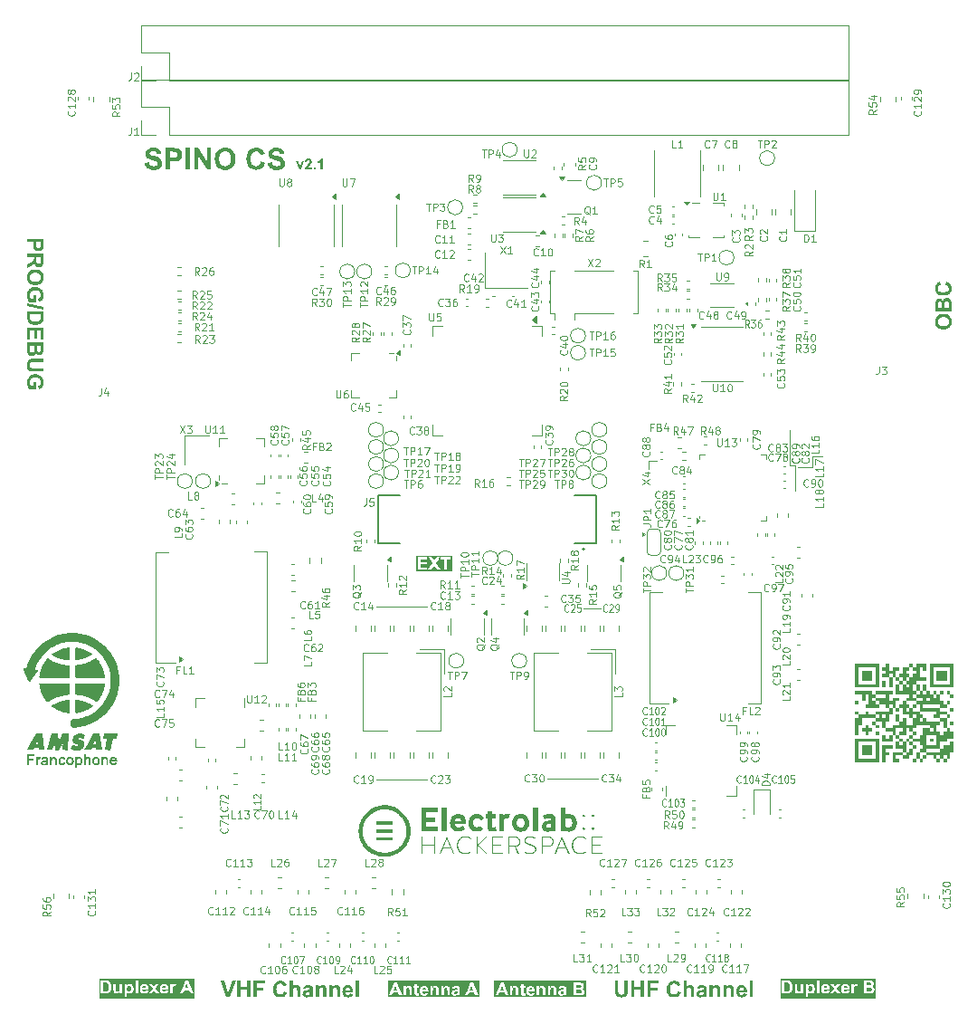
<source format=gbr>
%TF.GenerationSoftware,KiCad,Pcbnew,9.0.6*%
%TF.CreationDate,2025-11-19T17:48:12+01:00*%
%TF.ProjectId,Spino CS,5370696e-6f20-4435-932e-6b696361645f,v2.1*%
%TF.SameCoordinates,PX68e7780PY2faf080*%
%TF.FileFunction,Legend,Top*%
%TF.FilePolarity,Positive*%
%FSLAX46Y46*%
G04 Gerber Fmt 4.6, Leading zero omitted, Abs format (unit mm)*
G04 Created by KiCad (PCBNEW 9.0.6) date 2025-11-19 17:48:12*
%MOMM*%
%LPD*%
G01*
G04 APERTURE LIST*
%ADD10C,0.000000*%
%ADD11C,0.100000*%
%ADD12C,0.300000*%
%ADD13C,0.250000*%
%ADD14C,0.140000*%
%ADD15C,0.120000*%
%ADD16C,0.200000*%
G04 APERTURE END LIST*
D10*
G36*
X88645000Y-63807500D02*
G01*
X88645000Y-65395000D01*
X88645000Y-65712500D01*
X86422499Y-65712500D01*
X86422499Y-65395000D01*
X86740000Y-65395000D01*
X88327499Y-65395000D01*
X88327499Y-63807500D01*
X86740000Y-63807500D01*
X86740000Y-65395000D01*
X86422499Y-65395000D01*
X86422499Y-63807500D01*
X86422499Y-63490000D01*
X88645000Y-63490000D01*
X88645000Y-63807500D01*
G37*
G36*
X49007364Y-79616859D02*
G01*
X49056175Y-79619899D01*
X49113054Y-79625727D01*
X49144214Y-79629882D01*
X49177024Y-79634968D01*
X49211361Y-79641063D01*
X49247104Y-79648244D01*
X49284131Y-79656591D01*
X49322318Y-79666181D01*
X49361544Y-79677092D01*
X49401686Y-79689401D01*
X49442622Y-79703188D01*
X49484229Y-79718529D01*
X49444514Y-79809354D01*
X49394594Y-79792537D01*
X49339754Y-79775747D01*
X49281195Y-79759667D01*
X49220116Y-79744979D01*
X49157718Y-79732366D01*
X49126398Y-79727052D01*
X49095199Y-79722512D01*
X49064269Y-79718832D01*
X49033759Y-79716098D01*
X49003820Y-79714395D01*
X48974600Y-79713809D01*
X48940159Y-79714544D01*
X48905928Y-79716844D01*
X48872171Y-79720853D01*
X48839156Y-79726711D01*
X48807147Y-79734561D01*
X48776412Y-79744546D01*
X48747216Y-79756808D01*
X48733279Y-79763838D01*
X48719826Y-79771490D01*
X48706891Y-79779782D01*
X48694507Y-79788733D01*
X48682707Y-79798360D01*
X48671525Y-79808680D01*
X48660994Y-79819713D01*
X48651147Y-79831474D01*
X48642018Y-79843983D01*
X48633639Y-79857256D01*
X48626045Y-79871313D01*
X48619267Y-79886170D01*
X48613340Y-79901845D01*
X48608297Y-79918357D01*
X48604171Y-79935722D01*
X48600995Y-79953960D01*
X48598803Y-79973086D01*
X48597627Y-79993120D01*
X48597627Y-79995238D01*
X48598275Y-80015918D01*
X48600194Y-80035650D01*
X48603345Y-80054470D01*
X48607689Y-80072413D01*
X48613186Y-80089513D01*
X48619799Y-80105805D01*
X48627489Y-80121325D01*
X48636216Y-80136107D01*
X48645942Y-80150187D01*
X48656628Y-80163599D01*
X48668235Y-80176378D01*
X48680724Y-80188559D01*
X48694057Y-80200178D01*
X48708195Y-80211269D01*
X48723098Y-80221867D01*
X48738728Y-80232006D01*
X48755046Y-80241723D01*
X48772013Y-80251052D01*
X48807741Y-80268686D01*
X48845600Y-80285187D01*
X48885279Y-80300835D01*
X48926467Y-80315910D01*
X48968855Y-80330691D01*
X49055985Y-80360492D01*
X49155802Y-80393848D01*
X49205307Y-80411187D01*
X49253928Y-80429453D01*
X49301205Y-80449011D01*
X49346675Y-80470227D01*
X49389879Y-80493465D01*
X49430355Y-80519090D01*
X49467641Y-80547468D01*
X49484944Y-80562803D01*
X49501277Y-80578963D01*
X49516581Y-80595994D01*
X49530801Y-80613941D01*
X49543877Y-80632850D01*
X49555753Y-80652767D01*
X49566370Y-80673736D01*
X49575670Y-80695805D01*
X49583598Y-80719017D01*
X49590093Y-80743420D01*
X49595100Y-80769059D01*
X49598560Y-80795979D01*
X49600416Y-80824225D01*
X49600610Y-80853845D01*
X49599330Y-80875324D01*
X49596814Y-80896558D01*
X49593082Y-80917518D01*
X49588154Y-80938176D01*
X49582050Y-80958503D01*
X49574788Y-80978471D01*
X49566390Y-80998049D01*
X49556874Y-81017211D01*
X49546259Y-81035927D01*
X49534567Y-81054169D01*
X49521816Y-81071909D01*
X49508025Y-81089116D01*
X49493216Y-81105763D01*
X49477406Y-81121822D01*
X49460617Y-81137263D01*
X49442867Y-81152058D01*
X49424176Y-81166178D01*
X49404564Y-81179595D01*
X49384050Y-81192279D01*
X49362654Y-81204203D01*
X49340397Y-81215338D01*
X49317296Y-81225655D01*
X49293372Y-81235125D01*
X49268646Y-81243720D01*
X49243135Y-81251411D01*
X49216860Y-81258169D01*
X49189841Y-81263966D01*
X49162097Y-81268774D01*
X49133648Y-81272563D01*
X49104513Y-81275304D01*
X49074712Y-81276971D01*
X49044265Y-81277532D01*
X49001389Y-81277068D01*
X48960697Y-81275673D01*
X48921979Y-81273344D01*
X48885024Y-81270075D01*
X48849620Y-81265865D01*
X48815557Y-81260709D01*
X48782624Y-81254602D01*
X48750610Y-81247542D01*
X48719303Y-81239525D01*
X48688492Y-81230546D01*
X48657968Y-81220601D01*
X48627518Y-81209688D01*
X48596931Y-81197802D01*
X48565998Y-81184940D01*
X48502244Y-81156269D01*
X48544238Y-81074884D01*
X48571817Y-81086442D01*
X48599742Y-81097474D01*
X48628010Y-81107949D01*
X48656620Y-81117838D01*
X48685569Y-81127109D01*
X48714856Y-81135733D01*
X48744478Y-81143680D01*
X48774435Y-81150918D01*
X48804723Y-81157418D01*
X48835341Y-81163150D01*
X48866287Y-81168083D01*
X48897559Y-81172188D01*
X48929156Y-81175432D01*
X48961074Y-81177788D01*
X48993314Y-81179223D01*
X49025871Y-81179708D01*
X49069277Y-81178479D01*
X49112025Y-81174786D01*
X49153838Y-81168624D01*
X49194440Y-81159987D01*
X49233553Y-81148869D01*
X49270903Y-81135262D01*
X49306211Y-81119162D01*
X49339202Y-81100561D01*
X49354742Y-81090321D01*
X49369599Y-81079454D01*
X49383738Y-81067959D01*
X49397125Y-81055835D01*
X49409725Y-81043081D01*
X49421504Y-81029696D01*
X49432427Y-81015681D01*
X49442459Y-81001033D01*
X49451566Y-80985752D01*
X49459713Y-80969838D01*
X49466866Y-80953290D01*
X49472990Y-80936106D01*
X49478051Y-80918287D01*
X49482014Y-80899831D01*
X49484844Y-80880737D01*
X49486508Y-80861006D01*
X49485806Y-80836311D01*
X49483730Y-80812802D01*
X49480323Y-80790434D01*
X49475627Y-80769166D01*
X49469686Y-80748957D01*
X49462542Y-80729763D01*
X49454239Y-80711542D01*
X49444818Y-80694254D01*
X49434324Y-80677854D01*
X49422799Y-80662302D01*
X49410285Y-80647555D01*
X49396827Y-80633571D01*
X49382466Y-80620307D01*
X49367246Y-80607722D01*
X49351210Y-80595774D01*
X49334400Y-80584420D01*
X49316859Y-80573618D01*
X49298631Y-80563327D01*
X49260284Y-80544105D01*
X49219701Y-80526418D01*
X49177226Y-80509928D01*
X49133202Y-80494298D01*
X49087972Y-80479192D01*
X48995270Y-80449200D01*
X48902836Y-80419128D01*
X48857195Y-80403338D01*
X48812466Y-80386646D01*
X48769043Y-80368751D01*
X48727322Y-80349356D01*
X48687698Y-80328160D01*
X48650566Y-80304864D01*
X48616323Y-80279169D01*
X48600408Y-80265327D01*
X48585363Y-80250774D01*
X48571237Y-80235471D01*
X48558081Y-80219381D01*
X48545943Y-80202466D01*
X48534873Y-80184690D01*
X48524920Y-80166014D01*
X48516134Y-80146401D01*
X48508564Y-80125814D01*
X48502260Y-80104216D01*
X48497271Y-80081568D01*
X48493646Y-80057834D01*
X48491434Y-80032976D01*
X48490686Y-80006956D01*
X48491281Y-79982291D01*
X48493049Y-79958468D01*
X48495964Y-79935481D01*
X48500003Y-79913329D01*
X48505139Y-79892006D01*
X48511349Y-79871508D01*
X48518607Y-79851833D01*
X48526887Y-79832977D01*
X48536166Y-79814934D01*
X48546418Y-79797703D01*
X48557618Y-79781278D01*
X48569741Y-79765656D01*
X48582762Y-79750834D01*
X48596656Y-79736807D01*
X48611399Y-79723571D01*
X48626965Y-79711123D01*
X48643329Y-79699460D01*
X48660467Y-79688576D01*
X48678352Y-79678469D01*
X48696962Y-79669134D01*
X48716269Y-79660568D01*
X48736250Y-79652767D01*
X48756879Y-79645727D01*
X48778132Y-79639444D01*
X48799983Y-79633914D01*
X48822408Y-79629135D01*
X48845381Y-79625101D01*
X48868878Y-79621809D01*
X48917342Y-79617435D01*
X48967600Y-79615984D01*
X49007364Y-79616859D01*
G37*
G36*
X84835000Y-71109999D02*
G01*
X84517500Y-71109999D01*
X84517500Y-70792500D01*
X84835000Y-70792500D01*
X84835000Y-71109999D01*
G37*
G36*
X87692499Y-66347500D02*
G01*
X87375000Y-66347500D01*
X87375000Y-66030000D01*
X87692499Y-66030000D01*
X87692499Y-66347500D01*
G37*
D11*
X75400000Y-45100000D02*
X75400000Y-44100000D01*
D10*
G36*
X87057499Y-66347500D02*
G01*
X86740000Y-66347500D01*
X86740000Y-66030000D01*
X87057499Y-66030000D01*
X87057499Y-66347500D01*
G37*
G36*
X88327499Y-67300000D02*
G01*
X88009999Y-67300000D01*
X88009999Y-66982500D01*
X88327499Y-66982500D01*
X88327499Y-67300000D01*
G37*
G36*
X84835000Y-71744999D02*
G01*
X84835000Y-72062499D01*
X84517500Y-72062499D01*
X84517500Y-72379999D01*
X83882500Y-72379999D01*
X83882500Y-72062499D01*
X84200000Y-72062499D01*
X84200000Y-71744999D01*
X84517500Y-71744999D01*
X84517500Y-71427500D01*
X84835000Y-71427500D01*
X84835000Y-71744999D01*
G37*
G36*
X83882500Y-70792500D02*
G01*
X83564999Y-70792500D01*
X83564999Y-70474999D01*
X83882500Y-70474999D01*
X83882500Y-70792500D01*
G37*
G36*
X83882500Y-72062499D02*
G01*
X83247500Y-72062499D01*
X83247500Y-72379999D01*
X83564999Y-72379999D01*
X83564999Y-72697500D01*
X82930000Y-72697500D01*
X82930000Y-72379999D01*
X82930000Y-72062499D01*
X82930000Y-71744999D01*
X83882500Y-71744999D01*
X83882500Y-72062499D01*
G37*
G36*
X8413261Y-72194569D02*
G01*
X8433112Y-72195790D01*
X8452406Y-72197824D01*
X8471142Y-72200672D01*
X8489321Y-72204334D01*
X8506943Y-72208809D01*
X8524008Y-72214098D01*
X8540515Y-72220200D01*
X8556465Y-72227117D01*
X8571858Y-72234846D01*
X8586693Y-72243390D01*
X8600972Y-72252747D01*
X8614693Y-72262918D01*
X8627856Y-72273902D01*
X8640463Y-72285700D01*
X8652512Y-72298312D01*
X8664000Y-72311531D01*
X8674748Y-72325330D01*
X8684754Y-72339709D01*
X8694019Y-72354667D01*
X8702543Y-72370204D01*
X8710326Y-72386322D01*
X8717367Y-72403018D01*
X8723668Y-72420295D01*
X8729227Y-72438151D01*
X8734045Y-72456587D01*
X8738121Y-72475602D01*
X8741457Y-72495197D01*
X8744051Y-72515371D01*
X8745904Y-72536125D01*
X8747016Y-72557459D01*
X8747387Y-72579372D01*
X8747075Y-72601531D01*
X8746138Y-72623065D01*
X8744578Y-72643975D01*
X8742393Y-72664261D01*
X8739584Y-72683923D01*
X8736151Y-72702960D01*
X8732094Y-72721373D01*
X8727413Y-72739162D01*
X8722386Y-72756238D01*
X8716936Y-72772511D01*
X8714052Y-72780347D01*
X8711062Y-72787982D01*
X8707966Y-72795416D01*
X8704764Y-72802650D01*
X8701456Y-72809683D01*
X8698043Y-72816516D01*
X8694524Y-72823148D01*
X8690898Y-72829579D01*
X8687167Y-72835810D01*
X8683330Y-72841840D01*
X8679388Y-72847669D01*
X8675339Y-72853298D01*
X8671181Y-72858679D01*
X8666912Y-72863942D01*
X8662532Y-72869089D01*
X8658040Y-72874119D01*
X8653436Y-72879032D01*
X8648721Y-72883827D01*
X8643895Y-72888506D01*
X8638957Y-72893067D01*
X8633908Y-72897512D01*
X8628747Y-72901839D01*
X8623475Y-72906050D01*
X8618092Y-72910143D01*
X8612597Y-72914119D01*
X8606991Y-72917979D01*
X8601273Y-72921721D01*
X8595444Y-72925346D01*
X8589634Y-72928846D01*
X8583796Y-72932212D01*
X8577931Y-72935445D01*
X8572037Y-72938543D01*
X8566116Y-72941508D01*
X8560166Y-72944339D01*
X8554189Y-72947037D01*
X8548184Y-72949600D01*
X8542152Y-72952030D01*
X8536091Y-72954326D01*
X8530002Y-72956488D01*
X8523886Y-72958517D01*
X8517742Y-72960412D01*
X8511570Y-72962173D01*
X8505370Y-72963800D01*
X8499142Y-72965294D01*
X8486714Y-72967969D01*
X8474040Y-72970287D01*
X8461122Y-72972249D01*
X8447958Y-72973854D01*
X8434550Y-72975102D01*
X8420896Y-72975994D01*
X8406996Y-72976529D01*
X8392852Y-72976707D01*
X8392851Y-72976707D01*
X8371760Y-72976311D01*
X8351288Y-72975124D01*
X8331434Y-72973146D01*
X8312198Y-72970376D01*
X8293581Y-72966815D01*
X8275583Y-72962462D01*
X8258204Y-72957318D01*
X8241443Y-72951383D01*
X8225300Y-72944656D01*
X8209777Y-72937138D01*
X8194872Y-72928829D01*
X8180585Y-72919728D01*
X8166917Y-72909836D01*
X8153868Y-72899153D01*
X8141437Y-72887678D01*
X8129625Y-72875412D01*
X8118482Y-72862427D01*
X8108058Y-72848795D01*
X8098352Y-72834517D01*
X8089366Y-72819592D01*
X8081098Y-72804021D01*
X8073549Y-72787804D01*
X8066720Y-72770940D01*
X8060609Y-72753429D01*
X8055217Y-72735272D01*
X8050544Y-72716469D01*
X8046590Y-72697019D01*
X8043355Y-72676922D01*
X8040838Y-72656180D01*
X8039041Y-72634790D01*
X8037963Y-72612755D01*
X8037626Y-72591498D01*
X8209521Y-72591498D01*
X8209710Y-72605553D01*
X8210279Y-72619185D01*
X8211226Y-72632393D01*
X8212553Y-72645177D01*
X8214258Y-72657538D01*
X8216342Y-72669476D01*
X8218806Y-72680990D01*
X8221648Y-72692080D01*
X8224936Y-72702491D01*
X8228380Y-72712322D01*
X8231980Y-72721573D01*
X8235736Y-72730245D01*
X8239649Y-72738337D01*
X8241663Y-72742166D01*
X8243717Y-72745850D01*
X8245810Y-72749388D01*
X8247941Y-72752782D01*
X8250112Y-72756032D01*
X8252322Y-72759136D01*
X8254668Y-72762131D01*
X8257070Y-72765054D01*
X8259528Y-72767905D01*
X8262041Y-72770683D01*
X8264610Y-72773389D01*
X8267235Y-72776022D01*
X8269916Y-72778583D01*
X8272652Y-72781071D01*
X8275444Y-72783487D01*
X8278292Y-72785830D01*
X8281196Y-72788101D01*
X8284155Y-72790300D01*
X8287170Y-72792426D01*
X8290241Y-72794480D01*
X8293367Y-72796461D01*
X8296549Y-72798370D01*
X8303081Y-72801792D01*
X8309479Y-72804924D01*
X8315743Y-72807766D01*
X8321874Y-72810319D01*
X8327870Y-72812581D01*
X8333733Y-72814554D01*
X8339462Y-72816237D01*
X8345058Y-72817630D01*
X8350798Y-72818634D01*
X8356605Y-72819503D01*
X8362479Y-72820239D01*
X8368420Y-72820841D01*
X8374428Y-72821309D01*
X8380502Y-72821644D01*
X8386644Y-72821844D01*
X8392852Y-72821911D01*
X8398074Y-72821858D01*
X8403218Y-72821699D01*
X8408284Y-72821435D01*
X8413272Y-72821064D01*
X8418181Y-72820588D01*
X8423013Y-72820005D01*
X8427767Y-72819317D01*
X8432443Y-72818523D01*
X8437040Y-72817623D01*
X8441560Y-72816617D01*
X8446002Y-72815505D01*
X8450366Y-72814287D01*
X8454651Y-72812964D01*
X8458859Y-72811534D01*
X8462989Y-72809999D01*
X8467040Y-72808358D01*
X8471092Y-72806630D01*
X8475043Y-72804836D01*
X8478894Y-72802974D01*
X8482645Y-72801046D01*
X8486295Y-72799051D01*
X8489845Y-72796989D01*
X8493295Y-72794860D01*
X8496644Y-72792664D01*
X8499893Y-72790401D01*
X8503042Y-72788072D01*
X8506090Y-72785675D01*
X8509039Y-72783212D01*
X8511886Y-72780682D01*
X8514634Y-72778085D01*
X8517281Y-72775421D01*
X8519828Y-72772690D01*
X8522297Y-72769890D01*
X8524710Y-72767017D01*
X8527067Y-72764072D01*
X8529369Y-72761054D01*
X8531615Y-72757964D01*
X8533805Y-72754801D01*
X8535940Y-72751566D01*
X8538018Y-72748258D01*
X8540041Y-72744878D01*
X8542009Y-72741426D01*
X8543920Y-72737901D01*
X8545776Y-72734303D01*
X8547577Y-72730633D01*
X8549321Y-72726891D01*
X8551010Y-72723076D01*
X8552643Y-72719189D01*
X8555719Y-72711342D01*
X8558528Y-72703495D01*
X8561069Y-72695648D01*
X8563343Y-72687801D01*
X8565349Y-72679954D01*
X8567088Y-72672108D01*
X8568559Y-72664261D01*
X8569763Y-72656414D01*
X8570933Y-72648322D01*
X8571947Y-72640096D01*
X8572805Y-72631736D01*
X8573507Y-72623243D01*
X8574054Y-72614616D01*
X8574444Y-72605855D01*
X8574678Y-72596961D01*
X8574756Y-72587932D01*
X8574566Y-72574055D01*
X8573998Y-72560602D01*
X8573050Y-72547572D01*
X8571724Y-72534966D01*
X8570019Y-72522784D01*
X8567934Y-72511024D01*
X8565471Y-72499689D01*
X8562629Y-72488777D01*
X8559497Y-72478188D01*
X8556164Y-72468179D01*
X8552631Y-72458749D01*
X8548897Y-72449899D01*
X8546955Y-72445692D01*
X8544962Y-72441629D01*
X8542920Y-72437711D01*
X8540827Y-72433938D01*
X8538684Y-72430310D01*
X8536491Y-72426827D01*
X8534248Y-72423488D01*
X8531955Y-72420295D01*
X8529609Y-72417210D01*
X8527207Y-72414198D01*
X8524749Y-72411258D01*
X8522236Y-72408391D01*
X8519667Y-72405596D01*
X8517042Y-72402874D01*
X8514361Y-72400224D01*
X8511625Y-72397646D01*
X8508833Y-72395141D01*
X8505985Y-72392709D01*
X8503081Y-72390349D01*
X8500122Y-72388061D01*
X8497107Y-72385845D01*
X8494036Y-72383702D01*
X8490910Y-72381632D01*
X8487728Y-72379634D01*
X8484615Y-72377627D01*
X8481519Y-72375710D01*
X8478440Y-72373882D01*
X8475377Y-72372144D01*
X8472331Y-72370494D01*
X8469302Y-72368934D01*
X8466290Y-72367462D01*
X8463295Y-72366080D01*
X8460316Y-72364787D01*
X8457354Y-72363584D01*
X8454408Y-72362469D01*
X8451480Y-72361444D01*
X8448568Y-72360507D01*
X8445673Y-72359660D01*
X8442795Y-72358902D01*
X8439933Y-72358233D01*
X8434204Y-72356896D01*
X8428430Y-72355737D01*
X8422612Y-72354756D01*
X8416749Y-72353953D01*
X8410842Y-72353329D01*
X8404890Y-72352883D01*
X8398893Y-72352615D01*
X8392852Y-72352526D01*
X8386312Y-72352609D01*
X8379889Y-72352860D01*
X8373583Y-72353278D01*
X8367394Y-72353864D01*
X8361322Y-72354616D01*
X8355367Y-72355536D01*
X8349530Y-72356622D01*
X8343809Y-72357876D01*
X8338205Y-72359298D01*
X8332719Y-72360886D01*
X8327349Y-72362641D01*
X8322097Y-72364564D01*
X8316961Y-72366654D01*
X8311943Y-72368911D01*
X8307041Y-72371335D01*
X8302257Y-72373926D01*
X8297690Y-72376660D01*
X8293262Y-72379511D01*
X8288973Y-72382478D01*
X8284824Y-72385563D01*
X8280814Y-72388765D01*
X8276944Y-72392084D01*
X8273213Y-72395520D01*
X8269621Y-72399073D01*
X8266168Y-72402743D01*
X8262855Y-72406530D01*
X8259681Y-72410433D01*
X8256647Y-72414454D01*
X8253751Y-72418592D01*
X8250995Y-72422847D01*
X8248379Y-72427219D01*
X8245902Y-72431708D01*
X8241254Y-72440848D01*
X8236940Y-72450077D01*
X8232961Y-72459395D01*
X8229316Y-72468802D01*
X8226006Y-72478299D01*
X8223030Y-72487884D01*
X8220389Y-72497559D01*
X8218082Y-72507322D01*
X8216075Y-72517220D01*
X8214336Y-72527296D01*
X8212865Y-72537551D01*
X8211661Y-72547984D01*
X8210725Y-72558595D01*
X8210056Y-72569384D01*
X8209655Y-72580352D01*
X8209521Y-72591498D01*
X8037626Y-72591498D01*
X8037603Y-72590072D01*
X8037965Y-72567117D01*
X8039052Y-72544797D01*
X8040863Y-72523113D01*
X8043399Y-72502063D01*
X8046659Y-72481649D01*
X8050644Y-72461870D01*
X8055353Y-72442727D01*
X8060787Y-72424219D01*
X8066946Y-72406346D01*
X8073828Y-72389109D01*
X8081436Y-72372507D01*
X8089767Y-72356540D01*
X8098824Y-72341208D01*
X8108604Y-72326512D01*
X8119110Y-72312451D01*
X8130339Y-72299025D01*
X8142232Y-72286327D01*
X8154727Y-72274449D01*
X8167823Y-72263389D01*
X8181522Y-72253148D01*
X8195822Y-72243727D01*
X8210725Y-72235125D01*
X8226229Y-72227342D01*
X8242335Y-72220379D01*
X8259043Y-72214235D01*
X8276353Y-72208909D01*
X8294265Y-72204404D01*
X8312779Y-72200717D01*
X8331894Y-72197849D01*
X8351612Y-72195801D01*
X8371931Y-72194572D01*
X8392852Y-72194162D01*
X8413261Y-72194569D01*
G37*
G36*
X85470000Y-72379999D02*
G01*
X85152500Y-72379999D01*
X85152500Y-71744999D01*
X85470000Y-71744999D01*
X85470000Y-72379999D01*
G37*
G36*
X5859392Y-61955410D02*
G01*
X5863584Y-61955711D01*
X5867705Y-61956223D01*
X5871748Y-61956943D01*
X5875708Y-61957865D01*
X5879581Y-61958985D01*
X5883359Y-61960298D01*
X5887038Y-61961798D01*
X5890612Y-61963481D01*
X5894077Y-61965341D01*
X5897425Y-61967375D01*
X5900652Y-61969577D01*
X5903753Y-61971942D01*
X5906722Y-61974465D01*
X5909553Y-61977141D01*
X5912242Y-61979966D01*
X5914781Y-61982935D01*
X5917167Y-61986042D01*
X5919393Y-61989283D01*
X5921455Y-61992653D01*
X5923346Y-61996147D01*
X5925061Y-61999760D01*
X5926595Y-62003488D01*
X5927942Y-62007324D01*
X5929097Y-62011265D01*
X5930055Y-62015306D01*
X5930809Y-62019440D01*
X5931354Y-62023665D01*
X5931685Y-62027975D01*
X5931797Y-62032364D01*
X5931797Y-63077504D01*
X5931685Y-63081896D01*
X5931353Y-63086216D01*
X5930806Y-63090457D01*
X5930050Y-63094616D01*
X5929090Y-63098686D01*
X5927932Y-63102662D01*
X5926581Y-63106540D01*
X5925043Y-63110314D01*
X5923323Y-63113980D01*
X5921426Y-63117532D01*
X5919359Y-63120966D01*
X5917127Y-63124275D01*
X5914734Y-63127456D01*
X5912187Y-63130502D01*
X5909492Y-63133410D01*
X5906652Y-63136173D01*
X5903675Y-63138788D01*
X5900566Y-63141248D01*
X5897329Y-63143548D01*
X5893971Y-63145684D01*
X5890498Y-63147651D01*
X5886913Y-63149443D01*
X5883224Y-63151056D01*
X5879435Y-63152483D01*
X5875552Y-63153721D01*
X5871580Y-63154764D01*
X5867525Y-63155608D01*
X5863393Y-63156246D01*
X5859188Y-63156674D01*
X5854917Y-63156887D01*
X5850585Y-63156880D01*
X5846197Y-63156647D01*
X5713568Y-63144360D01*
X5590275Y-63130223D01*
X5526778Y-63121511D01*
X5466768Y-63111840D01*
X5437598Y-63106426D01*
X5407443Y-63100389D01*
X5345756Y-63086985D01*
X5284873Y-63072701D01*
X5227961Y-63058609D01*
X5138712Y-63035291D01*
X5103334Y-63025611D01*
X5064848Y-63014348D01*
X5021170Y-63000824D01*
X4977668Y-62986741D01*
X4939713Y-62973803D01*
X4820683Y-62929727D01*
X4767087Y-62908874D01*
X4710366Y-62885978D01*
X4653726Y-62861986D01*
X4600374Y-62837842D01*
X4574592Y-62825400D01*
X4548101Y-62812128D01*
X4494304Y-62783999D01*
X4441602Y-62755255D01*
X4392612Y-62727698D01*
X4316239Y-62683349D01*
X4286128Y-62665364D01*
X4282456Y-62663014D01*
X4279008Y-62660561D01*
X4275785Y-62658011D01*
X4272787Y-62655370D01*
X4270015Y-62652644D01*
X4267469Y-62649840D01*
X4265149Y-62646964D01*
X4263056Y-62644021D01*
X4261190Y-62641018D01*
X4259551Y-62637962D01*
X4258139Y-62634857D01*
X4256955Y-62631711D01*
X4255998Y-62628529D01*
X4255271Y-62625318D01*
X4254771Y-62622084D01*
X4254501Y-62618832D01*
X4254460Y-62615570D01*
X4254648Y-62612303D01*
X4255067Y-62609037D01*
X4255715Y-62605779D01*
X4256593Y-62602534D01*
X4257703Y-62599310D01*
X4259043Y-62596111D01*
X4260615Y-62592944D01*
X4262418Y-62589816D01*
X4264453Y-62586731D01*
X4266720Y-62583698D01*
X4269219Y-62580721D01*
X4271952Y-62577807D01*
X4274917Y-62574961D01*
X4278115Y-62572191D01*
X4281548Y-62569502D01*
X4311276Y-62547665D01*
X4386642Y-62493797D01*
X4434963Y-62460309D01*
X4486920Y-62425363D01*
X4539923Y-62391141D01*
X4591381Y-62359827D01*
X4617070Y-62345131D01*
X4644049Y-62330280D01*
X4700245Y-62300723D01*
X4756720Y-62272374D01*
X4810219Y-62246449D01*
X4895284Y-62206742D01*
X4929420Y-62191343D01*
X4966292Y-62175589D01*
X5008645Y-62158377D01*
X5051245Y-62141789D01*
X5088860Y-62127910D01*
X5214897Y-62085657D01*
X5272477Y-62067554D01*
X5334094Y-62049155D01*
X5396551Y-62031818D01*
X5456654Y-62016904D01*
X5486458Y-62010396D01*
X5517702Y-62004136D01*
X5582650Y-61992456D01*
X5647789Y-61982053D01*
X5709406Y-61973118D01*
X5807232Y-61960405D01*
X5846438Y-61955831D01*
X5850813Y-61955465D01*
X5855133Y-61955327D01*
X5859392Y-61955410D01*
G37*
G36*
X8385523Y-62942138D02*
G01*
X8389875Y-62942428D01*
X8394211Y-62942900D01*
X8398523Y-62943555D01*
X8402803Y-62944392D01*
X8407043Y-62945408D01*
X8411235Y-62946603D01*
X8415370Y-62947977D01*
X8419441Y-62949527D01*
X8423439Y-62951253D01*
X8427356Y-62953154D01*
X8431184Y-62955229D01*
X8434915Y-62957476D01*
X8438540Y-62959895D01*
X8442052Y-62962485D01*
X8445443Y-62965244D01*
X8448703Y-62968171D01*
X8451826Y-62971266D01*
X8454802Y-62974527D01*
X8454802Y-62974526D01*
X8482756Y-63007255D01*
X8551452Y-63090013D01*
X8593968Y-63142920D01*
X8638137Y-63199655D01*
X8681116Y-63257325D01*
X8720060Y-63313037D01*
X8738264Y-63340902D01*
X8756761Y-63370417D01*
X8793824Y-63432493D01*
X8829630Y-63495458D01*
X8862559Y-63555509D01*
X8890991Y-63608839D01*
X8913305Y-63651643D01*
X8933100Y-63690453D01*
X8941466Y-63707505D01*
X8950525Y-63726560D01*
X8969567Y-63768114D01*
X8987921Y-63809977D01*
X8996120Y-63829418D01*
X9003282Y-63847010D01*
X9019230Y-63888020D01*
X9057598Y-63991130D01*
X9080750Y-64056635D01*
X9104178Y-64126460D01*
X9126106Y-64196870D01*
X9144757Y-64264129D01*
X9152834Y-64297458D01*
X9160623Y-64332637D01*
X9175206Y-64406338D01*
X9188250Y-64480816D01*
X9199497Y-64551655D01*
X9215579Y-64664752D01*
X9221395Y-64710302D01*
X9221807Y-64714672D01*
X9221990Y-64718987D01*
X9221951Y-64723241D01*
X9221695Y-64727428D01*
X9221225Y-64731544D01*
X9220547Y-64735583D01*
X9219666Y-64739538D01*
X9218586Y-64743406D01*
X9217313Y-64747179D01*
X9215851Y-64750854D01*
X9214205Y-64754424D01*
X9212380Y-64757884D01*
X9210380Y-64761228D01*
X9208212Y-64764452D01*
X9205879Y-64767549D01*
X9203386Y-64770514D01*
X9200738Y-64773341D01*
X9197941Y-64776026D01*
X9194998Y-64778562D01*
X9191915Y-64780945D01*
X9188697Y-64783169D01*
X9185348Y-64785227D01*
X9181873Y-64787116D01*
X9178277Y-64788829D01*
X9174566Y-64790361D01*
X9170743Y-64791706D01*
X9166814Y-64792860D01*
X9162783Y-64793816D01*
X9158656Y-64794569D01*
X9154437Y-64795113D01*
X9150130Y-64795444D01*
X9145742Y-64795556D01*
X6547922Y-64795556D01*
X6543520Y-64795443D01*
X6539174Y-64795110D01*
X6534890Y-64794562D01*
X6530673Y-64793803D01*
X6526527Y-64792841D01*
X6522460Y-64791679D01*
X6518476Y-64790324D01*
X6514581Y-64788781D01*
X6510781Y-64787056D01*
X6507080Y-64785154D01*
X6503484Y-64783081D01*
X6500000Y-64780841D01*
X6496632Y-64778442D01*
X6493385Y-64775887D01*
X6490266Y-64773183D01*
X6487280Y-64770336D01*
X6484432Y-64767349D01*
X6481729Y-64764230D01*
X6479174Y-64760984D01*
X6476774Y-64757616D01*
X6474535Y-64754131D01*
X6472462Y-64750536D01*
X6470560Y-64746835D01*
X6468834Y-64743035D01*
X6467292Y-64739140D01*
X6465937Y-64735156D01*
X6464775Y-64731088D01*
X6463812Y-64726943D01*
X6463054Y-64722726D01*
X6462505Y-64718442D01*
X6462172Y-64714096D01*
X6462060Y-64709694D01*
X6462060Y-63709205D01*
X6462171Y-63704789D01*
X6462502Y-63700403D01*
X6463047Y-63696053D01*
X6463799Y-63691744D01*
X6464755Y-63687483D01*
X6465908Y-63683275D01*
X6467253Y-63679128D01*
X6468785Y-63675046D01*
X6470497Y-63671037D01*
X6472386Y-63667107D01*
X6474444Y-63663261D01*
X6476667Y-63659506D01*
X6479049Y-63655848D01*
X6481585Y-63652293D01*
X6484269Y-63648847D01*
X6487096Y-63645517D01*
X6490060Y-63642308D01*
X6493156Y-63639228D01*
X6496379Y-63636281D01*
X6499722Y-63633474D01*
X6503181Y-63630814D01*
X6506750Y-63628306D01*
X6510424Y-63625957D01*
X6514197Y-63623772D01*
X6518063Y-63621758D01*
X6522018Y-63619922D01*
X6526056Y-63618269D01*
X6530170Y-63616805D01*
X6534357Y-63615536D01*
X6538610Y-63614470D01*
X6542924Y-63613611D01*
X6547293Y-63612967D01*
X6703884Y-63591722D01*
X6847909Y-63568992D01*
X6921271Y-63555716D01*
X6989786Y-63541590D01*
X7022945Y-63533878D01*
X7057444Y-63525314D01*
X7128546Y-63506376D01*
X7199248Y-63486265D01*
X7265711Y-63466471D01*
X7370549Y-63433791D01*
X7412324Y-63420249D01*
X7450241Y-63407212D01*
X7493239Y-63391664D01*
X7536033Y-63375554D01*
X7573336Y-63360832D01*
X7712995Y-63301484D01*
X7775354Y-63273777D01*
X7840914Y-63243646D01*
X7905787Y-63212453D01*
X7966087Y-63181561D01*
X7995070Y-63165738D01*
X8025041Y-63148760D01*
X8086367Y-63112541D01*
X8146911Y-63075306D01*
X8203519Y-63039457D01*
X8292314Y-62981517D01*
X8327519Y-62957935D01*
X8331235Y-62955546D01*
X8335048Y-62953355D01*
X8338952Y-62951361D01*
X8342938Y-62949563D01*
X8346998Y-62947960D01*
X8351124Y-62946552D01*
X8355308Y-62945336D01*
X8359541Y-62944312D01*
X8363815Y-62943479D01*
X8368123Y-62942835D01*
X8372456Y-62942381D01*
X8376806Y-62942114D01*
X8381164Y-62942033D01*
X8385523Y-62942138D01*
G37*
G36*
X50715790Y-79630832D02*
G01*
X50752741Y-79633326D01*
X50788035Y-79637396D01*
X50821701Y-79642969D01*
X50853771Y-79649974D01*
X50884274Y-79658340D01*
X50913241Y-79667995D01*
X50940701Y-79678866D01*
X50966686Y-79690883D01*
X50991225Y-79703974D01*
X51014349Y-79718066D01*
X51036087Y-79733090D01*
X51056471Y-79748972D01*
X51075530Y-79765641D01*
X51093294Y-79783026D01*
X51109793Y-79801055D01*
X51125059Y-79819656D01*
X51139121Y-79838757D01*
X51152009Y-79858288D01*
X51163753Y-79878175D01*
X51183933Y-79918736D01*
X51199901Y-79959866D01*
X51211900Y-80000993D01*
X51220172Y-80041542D01*
X51224957Y-80080941D01*
X51226499Y-80118617D01*
X51225730Y-80147872D01*
X51223457Y-80176303D01*
X51219731Y-80203902D01*
X51214606Y-80230664D01*
X51208131Y-80256581D01*
X51200359Y-80281646D01*
X51191341Y-80305853D01*
X51181129Y-80329194D01*
X51169775Y-80351664D01*
X51157331Y-80373254D01*
X51143847Y-80393958D01*
X51129376Y-80413770D01*
X51113969Y-80432682D01*
X51097678Y-80450687D01*
X51080555Y-80467780D01*
X51062651Y-80483952D01*
X51044017Y-80499197D01*
X51024707Y-80513508D01*
X51004770Y-80526879D01*
X50984260Y-80539302D01*
X50963226Y-80550770D01*
X50941722Y-80561277D01*
X50919799Y-80570816D01*
X50897508Y-80579380D01*
X50874901Y-80586962D01*
X50852030Y-80593556D01*
X50828946Y-80599154D01*
X50805702Y-80603749D01*
X50782348Y-80607335D01*
X50758936Y-80609905D01*
X50735518Y-80611452D01*
X50712146Y-80611970D01*
X50190797Y-80611970D01*
X50190797Y-81258814D01*
X50190636Y-81258814D01*
X50083860Y-81258814D01*
X50083860Y-80523585D01*
X50190801Y-80523585D01*
X50702873Y-80523585D01*
X50732744Y-80522218D01*
X50761275Y-80519470D01*
X50788491Y-80515408D01*
X50814419Y-80510097D01*
X50839084Y-80503601D01*
X50862512Y-80495987D01*
X50884728Y-80487319D01*
X50905759Y-80477662D01*
X50925629Y-80467081D01*
X50944365Y-80455643D01*
X50961991Y-80443411D01*
X50978535Y-80430452D01*
X50994021Y-80416829D01*
X51008476Y-80402609D01*
X51021924Y-80387857D01*
X51034392Y-80372638D01*
X51045906Y-80357017D01*
X51056490Y-80341058D01*
X51066171Y-80324829D01*
X51074975Y-80308392D01*
X51090052Y-80275161D01*
X51101926Y-80241886D01*
X51110805Y-80209089D01*
X51116892Y-80177291D01*
X51120393Y-80147014D01*
X51121515Y-80118779D01*
X51120288Y-80088560D01*
X51116498Y-80056764D01*
X51109982Y-80023878D01*
X51100576Y-79990387D01*
X51088118Y-79956779D01*
X51080693Y-79940084D01*
X51072443Y-79923541D01*
X51063348Y-79907212D01*
X51053389Y-79891158D01*
X51042543Y-79875440D01*
X51030792Y-79860118D01*
X51018113Y-79845254D01*
X51004488Y-79830908D01*
X50989896Y-79817140D01*
X50974315Y-79804013D01*
X50957727Y-79791586D01*
X50940110Y-79779921D01*
X50921444Y-79769078D01*
X50901708Y-79759118D01*
X50880882Y-79750101D01*
X50858947Y-79742090D01*
X50835880Y-79735145D01*
X50811663Y-79729325D01*
X50786273Y-79724693D01*
X50759692Y-79721310D01*
X50731899Y-79719235D01*
X50702873Y-79718529D01*
X50190801Y-79718529D01*
X50190801Y-80523585D01*
X50083860Y-80523585D01*
X50083860Y-79718529D01*
X50083860Y-79629984D01*
X50677152Y-79629984D01*
X50715790Y-79630832D01*
G37*
G36*
X6916642Y-70000754D02*
G01*
X6948689Y-70002519D01*
X6980494Y-70005365D01*
X7012058Y-70009293D01*
X7043381Y-70014300D01*
X7074465Y-70020385D01*
X7105312Y-70027549D01*
X7135921Y-70035789D01*
X7166377Y-70045149D01*
X7196781Y-70055623D01*
X7227132Y-70067211D01*
X7257430Y-70079914D01*
X7287676Y-70093730D01*
X7317869Y-70108660D01*
X7348009Y-70124704D01*
X7378096Y-70141861D01*
X7171701Y-70542467D01*
X7153658Y-70528236D01*
X7135504Y-70514863D01*
X7117239Y-70502348D01*
X7108066Y-70496412D01*
X7098867Y-70490691D01*
X7089640Y-70485185D01*
X7080388Y-70479894D01*
X7071109Y-70474818D01*
X7061804Y-70469956D01*
X7052473Y-70465310D01*
X7043117Y-70460879D01*
X7033736Y-70456662D01*
X7024329Y-70452662D01*
X7014905Y-70448899D01*
X7005492Y-70445377D01*
X6996092Y-70442093D01*
X6986703Y-70439050D01*
X6977327Y-70436246D01*
X6967962Y-70433681D01*
X6958608Y-70431357D01*
X6949267Y-70429273D01*
X6939936Y-70427429D01*
X6930618Y-70425825D01*
X6921310Y-70424461D01*
X6912013Y-70423338D01*
X6902728Y-70422456D01*
X6893454Y-70421815D01*
X6884190Y-70421414D01*
X6874938Y-70421254D01*
X6867962Y-70421302D01*
X6861172Y-70421501D01*
X6854568Y-70421852D01*
X6848148Y-70422356D01*
X6841914Y-70423011D01*
X6835864Y-70423817D01*
X6830000Y-70424776D01*
X6824320Y-70425886D01*
X6818826Y-70427147D01*
X6813515Y-70428559D01*
X6808390Y-70430123D01*
X6803449Y-70431838D01*
X6798692Y-70433704D01*
X6794120Y-70435721D01*
X6789732Y-70437888D01*
X6785528Y-70440207D01*
X6781531Y-70442664D01*
X6777763Y-70445239D01*
X6774226Y-70447933D01*
X6770917Y-70450746D01*
X6767838Y-70453678D01*
X6764989Y-70456728D01*
X6762368Y-70459897D01*
X6759976Y-70463184D01*
X6757812Y-70466590D01*
X6755878Y-70470114D01*
X6754171Y-70473758D01*
X6752693Y-70477519D01*
X6751443Y-70481400D01*
X6750421Y-70485399D01*
X6749626Y-70489516D01*
X6749060Y-70493753D01*
X6748857Y-70497782D01*
X6749098Y-70501782D01*
X6749782Y-70505753D01*
X6750909Y-70509695D01*
X6752479Y-70513609D01*
X6754491Y-70517493D01*
X6756947Y-70521348D01*
X6759847Y-70525174D01*
X6763189Y-70528971D01*
X6766974Y-70532739D01*
X6771202Y-70536478D01*
X6775874Y-70540189D01*
X6780989Y-70543870D01*
X6786547Y-70547522D01*
X6792548Y-70551146D01*
X6798992Y-70554740D01*
X6805880Y-70558305D01*
X6813210Y-70561842D01*
X6820984Y-70565350D01*
X6829202Y-70568828D01*
X6837862Y-70572278D01*
X6846966Y-70575699D01*
X6856513Y-70579091D01*
X6866504Y-70582455D01*
X6887815Y-70589094D01*
X6910900Y-70595619D01*
X6935758Y-70602028D01*
X6962390Y-70608322D01*
X6993495Y-70615791D01*
X7006046Y-70618717D01*
X7016603Y-70621090D01*
X7035301Y-70625904D01*
X7053423Y-70631296D01*
X7070970Y-70637264D01*
X7087940Y-70643810D01*
X7104335Y-70650933D01*
X7120154Y-70658633D01*
X7135397Y-70666911D01*
X7150064Y-70675766D01*
X7164156Y-70685198D01*
X7177671Y-70695208D01*
X7190611Y-70705795D01*
X7202976Y-70716960D01*
X7214765Y-70728703D01*
X7225978Y-70741024D01*
X7236616Y-70753922D01*
X7246678Y-70767398D01*
X7256075Y-70781349D01*
X7264735Y-70795655D01*
X7272658Y-70810315D01*
X7279842Y-70825331D01*
X7286289Y-70840702D01*
X7291997Y-70856428D01*
X7296968Y-70872510D01*
X7301200Y-70888947D01*
X7304694Y-70905740D01*
X7307449Y-70922888D01*
X7309467Y-70940392D01*
X7310745Y-70958252D01*
X7311285Y-70976469D01*
X7311086Y-70995041D01*
X7310148Y-71013969D01*
X7308472Y-71033254D01*
X7304468Y-71064639D01*
X7299127Y-71095291D01*
X7292449Y-71125210D01*
X7284434Y-71154396D01*
X7275082Y-71182849D01*
X7264393Y-71210569D01*
X7252368Y-71237555D01*
X7239006Y-71263808D01*
X7224308Y-71289328D01*
X7208274Y-71314115D01*
X7190904Y-71338169D01*
X7172198Y-71361489D01*
X7152156Y-71384077D01*
X7130779Y-71405931D01*
X7108067Y-71427052D01*
X7084019Y-71447440D01*
X7058938Y-71466842D01*
X7033138Y-71484980D01*
X7006622Y-71501857D01*
X6979388Y-71517471D01*
X6951436Y-71531823D01*
X6922767Y-71544913D01*
X6893381Y-71556741D01*
X6863277Y-71567307D01*
X6832456Y-71576612D01*
X6800918Y-71584655D01*
X6768662Y-71591437D01*
X6735690Y-71596958D01*
X6702000Y-71601217D01*
X6667593Y-71604217D01*
X6632469Y-71605955D01*
X6596627Y-71606433D01*
X6559590Y-71605610D01*
X6522696Y-71603440D01*
X6485946Y-71599924D01*
X6449338Y-71595064D01*
X6412872Y-71588861D01*
X6376548Y-71581318D01*
X6340364Y-71572436D01*
X6304321Y-71562217D01*
X6268423Y-71550649D01*
X6232665Y-71537734D01*
X6197050Y-71523474D01*
X6161575Y-71507870D01*
X6126241Y-71490922D01*
X6091049Y-71472632D01*
X6055997Y-71453000D01*
X6021086Y-71432029D01*
X6021086Y-71432027D01*
X6239509Y-71003805D01*
X6266168Y-71023844D01*
X6292186Y-71042490D01*
X6317561Y-71059743D01*
X6342294Y-71075604D01*
X6366384Y-71090073D01*
X6389831Y-71103153D01*
X6412634Y-71114842D01*
X6434793Y-71125143D01*
X6445680Y-71129804D01*
X6456505Y-71134167D01*
X6467268Y-71138230D01*
X6477968Y-71141995D01*
X6488607Y-71145461D01*
X6499183Y-71148628D01*
X6509698Y-71151498D01*
X6520151Y-71154069D01*
X6530542Y-71156342D01*
X6540872Y-71158317D01*
X6551140Y-71159995D01*
X6561347Y-71161375D01*
X6571493Y-71162458D01*
X6581578Y-71163243D01*
X6591602Y-71163731D01*
X6601565Y-71163923D01*
X6608447Y-71163867D01*
X6615162Y-71163645D01*
X6621709Y-71163254D01*
X6628088Y-71162696D01*
X6634299Y-71161970D01*
X6640342Y-71161076D01*
X6646217Y-71160015D01*
X6651924Y-71158786D01*
X6657463Y-71157390D01*
X6662835Y-71155827D01*
X6668038Y-71154095D01*
X6673074Y-71152197D01*
X6677941Y-71150131D01*
X6682641Y-71147898D01*
X6687173Y-71145497D01*
X6691537Y-71142929D01*
X6695698Y-71140214D01*
X6699621Y-71137379D01*
X6703307Y-71134425D01*
X6706755Y-71131352D01*
X6709966Y-71128159D01*
X6712939Y-71124846D01*
X6715674Y-71121415D01*
X6718172Y-71117864D01*
X6720432Y-71114194D01*
X6722455Y-71110405D01*
X6724241Y-71106498D01*
X6725789Y-71102471D01*
X6727100Y-71098325D01*
X6728174Y-71094061D01*
X6729010Y-71089678D01*
X6729609Y-71085176D01*
X6729867Y-71081231D01*
X6729807Y-71077344D01*
X6729427Y-71073514D01*
X6728729Y-71069742D01*
X6727712Y-71066028D01*
X6726376Y-71062371D01*
X6724721Y-71058771D01*
X6722747Y-71055229D01*
X6720455Y-71051745D01*
X6717843Y-71048318D01*
X6714913Y-71044949D01*
X6711664Y-71041638D01*
X6708096Y-71038384D01*
X6704209Y-71035188D01*
X6700003Y-71032050D01*
X6695478Y-71028969D01*
X6690635Y-71025946D01*
X6685472Y-71022981D01*
X6679991Y-71020074D01*
X6674191Y-71017224D01*
X6668072Y-71014432D01*
X6661634Y-71011698D01*
X6654877Y-71009022D01*
X6647802Y-71006403D01*
X6640407Y-71003843D01*
X6632694Y-71001340D01*
X6616310Y-70996508D01*
X6598651Y-70991908D01*
X6579717Y-70987539D01*
X6501022Y-70969461D01*
X6480768Y-70963891D01*
X6461187Y-70957816D01*
X6442280Y-70951236D01*
X6424047Y-70944153D01*
X6406488Y-70936566D01*
X6389602Y-70928475D01*
X6373390Y-70919880D01*
X6357851Y-70910781D01*
X6342986Y-70901179D01*
X6328794Y-70891073D01*
X6315276Y-70880463D01*
X6302431Y-70869349D01*
X6290260Y-70857732D01*
X6278761Y-70845612D01*
X6267936Y-70832988D01*
X6257784Y-70819861D01*
X6248343Y-70806276D01*
X6239647Y-70792287D01*
X6231694Y-70777892D01*
X6224487Y-70763092D01*
X6218023Y-70747887D01*
X6212304Y-70732276D01*
X6207328Y-70716260D01*
X6203097Y-70699838D01*
X6199609Y-70683010D01*
X6196865Y-70665777D01*
X6194864Y-70648137D01*
X6193607Y-70630090D01*
X6193094Y-70611638D01*
X6193323Y-70592778D01*
X6194296Y-70573512D01*
X6196012Y-70553839D01*
X6199894Y-70523347D01*
X6205061Y-70493581D01*
X6211510Y-70464540D01*
X6219243Y-70436223D01*
X6228259Y-70408631D01*
X6238559Y-70381764D01*
X6250142Y-70355622D01*
X6263008Y-70330205D01*
X6277158Y-70305512D01*
X6292591Y-70281545D01*
X6309308Y-70258302D01*
X6327308Y-70235784D01*
X6346591Y-70213991D01*
X6367158Y-70192923D01*
X6389009Y-70172580D01*
X6412143Y-70152961D01*
X6436277Y-70134315D01*
X6461128Y-70116880D01*
X6486696Y-70100656D01*
X6512980Y-70085644D01*
X6539982Y-70071844D01*
X6567700Y-70059256D01*
X6596136Y-70047880D01*
X6625290Y-70037716D01*
X6655160Y-70028765D01*
X6685749Y-70021026D01*
X6717054Y-70014500D01*
X6749078Y-70009188D01*
X6781819Y-70005088D01*
X6815279Y-70002202D01*
X6849456Y-70000530D01*
X6884352Y-70000071D01*
X6916642Y-70000754D01*
G37*
G36*
X43014493Y-79614602D02*
G01*
X43057573Y-79617260D01*
X43098930Y-79621643D01*
X43138662Y-79627714D01*
X43176863Y-79635436D01*
X43213631Y-79644772D01*
X43249062Y-79655684D01*
X43283252Y-79668134D01*
X43316297Y-79682086D01*
X43348295Y-79697501D01*
X43379340Y-79714342D01*
X43409530Y-79732573D01*
X43438961Y-79752155D01*
X43467729Y-79773051D01*
X43495930Y-79795223D01*
X43523661Y-79818635D01*
X43460833Y-79888136D01*
X43437134Y-79868826D01*
X43412327Y-79850196D01*
X43386450Y-79832329D01*
X43359540Y-79815307D01*
X43331635Y-79799212D01*
X43302771Y-79784127D01*
X43272985Y-79770132D01*
X43242316Y-79757310D01*
X43210800Y-79745744D01*
X43178474Y-79735514D01*
X43145375Y-79726704D01*
X43111541Y-79719395D01*
X43077009Y-79713669D01*
X43041816Y-79709608D01*
X43005999Y-79707295D01*
X42969596Y-79706810D01*
X42914406Y-79709201D01*
X42862164Y-79714526D01*
X42812789Y-79722624D01*
X42766205Y-79733335D01*
X42722332Y-79746499D01*
X42681093Y-79761954D01*
X42642409Y-79779541D01*
X42606202Y-79799098D01*
X42572393Y-79820465D01*
X42540904Y-79843482D01*
X42511657Y-79867987D01*
X42484573Y-79893820D01*
X42459574Y-79920821D01*
X42436582Y-79948828D01*
X42415518Y-79977682D01*
X42396304Y-80007221D01*
X42378861Y-80037286D01*
X42363112Y-80067715D01*
X42348977Y-80098347D01*
X42336379Y-80129023D01*
X42315479Y-80189862D01*
X42299784Y-80248946D01*
X42288668Y-80304991D01*
X42281505Y-80356711D01*
X42277666Y-80402822D01*
X42276526Y-80442039D01*
X42277666Y-80481736D01*
X42281505Y-80528357D01*
X42288668Y-80580593D01*
X42299784Y-80637136D01*
X42315479Y-80696676D01*
X42336379Y-80757904D01*
X42363112Y-80819513D01*
X42378861Y-80850051D01*
X42396304Y-80880193D01*
X42415518Y-80909776D01*
X42436582Y-80938636D01*
X42459574Y-80966609D01*
X42484573Y-80993532D01*
X42511657Y-81019241D01*
X42540904Y-81043574D01*
X42572393Y-81066365D01*
X42606202Y-81087451D01*
X42642409Y-81106670D01*
X42681093Y-81123857D01*
X42722332Y-81138848D01*
X42766205Y-81151481D01*
X42812789Y-81161591D01*
X42862164Y-81169015D01*
X42914406Y-81173590D01*
X42969596Y-81175151D01*
X43006402Y-81174265D01*
X43042517Y-81171663D01*
X43077916Y-81167431D01*
X43112571Y-81161654D01*
X43146457Y-81154416D01*
X43179547Y-81145804D01*
X43211814Y-81135902D01*
X43243232Y-81124794D01*
X43273774Y-81112568D01*
X43303414Y-81099306D01*
X43332126Y-81085095D01*
X43359883Y-81070020D01*
X43386659Y-81054166D01*
X43412427Y-81037617D01*
X43437161Y-81020460D01*
X43460833Y-81002779D01*
X43521545Y-81077328D01*
X43495215Y-81097951D01*
X43467853Y-81117833D01*
X43439448Y-81136892D01*
X43409987Y-81155047D01*
X43379459Y-81172217D01*
X43347849Y-81188321D01*
X43315147Y-81203277D01*
X43281339Y-81217004D01*
X43246413Y-81229420D01*
X43210357Y-81240444D01*
X43173159Y-81249996D01*
X43134806Y-81257993D01*
X43095285Y-81264355D01*
X43054585Y-81269000D01*
X43012692Y-81271846D01*
X42969595Y-81272813D01*
X42912644Y-81271420D01*
X42858221Y-81267317D01*
X42806279Y-81260616D01*
X42756770Y-81251429D01*
X42709647Y-81239870D01*
X42664863Y-81226050D01*
X42622371Y-81210082D01*
X42582124Y-81192080D01*
X42544074Y-81172154D01*
X42508174Y-81150418D01*
X42474377Y-81126985D01*
X42442636Y-81101967D01*
X42412903Y-81075476D01*
X42385132Y-81047625D01*
X42359275Y-81018526D01*
X42335285Y-80988293D01*
X42313114Y-80957037D01*
X42292716Y-80924872D01*
X42274044Y-80891909D01*
X42257049Y-80858261D01*
X42241685Y-80824041D01*
X42227905Y-80789361D01*
X42204907Y-80719073D01*
X42187677Y-80648296D01*
X42175837Y-80577932D01*
X42169011Y-80508880D01*
X42166819Y-80442040D01*
X42169009Y-80377910D01*
X42175831Y-80310926D01*
X42187663Y-80242053D01*
X42204884Y-80172255D01*
X42227872Y-80102498D01*
X42257006Y-80033745D01*
X42273996Y-80000046D01*
X42292664Y-79966961D01*
X42313057Y-79934609D01*
X42335224Y-79903112D01*
X42359210Y-79872589D01*
X42385065Y-79843161D01*
X42412833Y-79814949D01*
X42442564Y-79788074D01*
X42474305Y-79762656D01*
X42508102Y-79738815D01*
X42544003Y-79716673D01*
X42582055Y-79696349D01*
X42622306Y-79677965D01*
X42664803Y-79661641D01*
X42709592Y-79647497D01*
X42756723Y-79635655D01*
X42806241Y-79626234D01*
X42858194Y-79619356D01*
X42912630Y-79615140D01*
X42969595Y-79613708D01*
X43014493Y-79614602D01*
G37*
G36*
X84517500Y-64125000D02*
G01*
X84200000Y-64125000D01*
X84200000Y-64442500D01*
X84517500Y-64442500D01*
X84517500Y-64760000D01*
X84200000Y-64760000D01*
X84200000Y-65077500D01*
X83882500Y-65077500D01*
X83882500Y-64760000D01*
X83564999Y-64760000D01*
X83564999Y-64442500D01*
X83882500Y-64442500D01*
X83882500Y-64125000D01*
X83882500Y-63807500D01*
X84517500Y-63807500D01*
X84517500Y-64125000D01*
G37*
G36*
X83564999Y-68887500D02*
G01*
X83247500Y-68887500D01*
X83247500Y-68252500D01*
X83564999Y-68252500D01*
X83564999Y-68887500D01*
G37*
G36*
X88645000Y-67935000D02*
G01*
X88327499Y-67935000D01*
X88327499Y-67617499D01*
X88645000Y-67617499D01*
X88645000Y-67935000D01*
G37*
G36*
X81025000Y-65077500D02*
G01*
X80072500Y-65077500D01*
X80072500Y-64125000D01*
X81025000Y-64125000D01*
X81025000Y-65077500D01*
G37*
G36*
X83564999Y-67935000D02*
G01*
X83247500Y-67935000D01*
X83247500Y-67617499D01*
X83564999Y-67617499D01*
X83564999Y-67935000D01*
G37*
D11*
X73300000Y-44900000D02*
X73800000Y-44900000D01*
D10*
G36*
X46481810Y-79718367D02*
G01*
X45555816Y-79718367D01*
X45555816Y-80400045D01*
X46288929Y-80400045D01*
X46288929Y-80488591D01*
X45555816Y-80488591D01*
X45555816Y-81170268D01*
X46481810Y-81170268D01*
X46481810Y-81258651D01*
X45448551Y-81258651D01*
X45448551Y-79629984D01*
X46481810Y-79629984D01*
X46481810Y-79718367D01*
G37*
G36*
X82612500Y-63807500D02*
G01*
X82612500Y-64125000D01*
X82930000Y-64125000D01*
X82930000Y-63807500D01*
X83564999Y-63807500D01*
X83564999Y-64125000D01*
X83247500Y-64125000D01*
X83247500Y-64442500D01*
X83247500Y-64760000D01*
X82930000Y-64760000D01*
X82930000Y-64442500D01*
X82612500Y-64442500D01*
X82612500Y-64760000D01*
X81977500Y-64760000D01*
X81977500Y-64442500D01*
X82295000Y-64442500D01*
X82295000Y-64125000D01*
X81977500Y-64125000D01*
X81977500Y-63807500D01*
X82295000Y-63807500D01*
X82295000Y-63490000D01*
X82612500Y-63490000D01*
X82612500Y-63807500D01*
G37*
G36*
X5859338Y-66850640D02*
G01*
X5863533Y-66850975D01*
X5867657Y-66851522D01*
X5871703Y-66852275D01*
X5875666Y-66853229D01*
X5879541Y-66854381D01*
X5883322Y-66855724D01*
X5887004Y-66857253D01*
X5890581Y-66858965D01*
X5894048Y-66860854D01*
X5897399Y-66862915D01*
X5900629Y-66865142D01*
X5903732Y-66867532D01*
X5906703Y-66870079D01*
X5909536Y-66872779D01*
X5912226Y-66875625D01*
X5914768Y-66878614D01*
X5917156Y-66881741D01*
X5919384Y-66885000D01*
X5921447Y-66888386D01*
X5923340Y-66891895D01*
X5925056Y-66895522D01*
X5926591Y-66899261D01*
X5927940Y-66903109D01*
X5929096Y-66907059D01*
X5930054Y-66911107D01*
X5930808Y-66915248D01*
X5931354Y-66919477D01*
X5931686Y-66923789D01*
X5931797Y-66928179D01*
X5931797Y-68027214D01*
X5931686Y-68031603D01*
X5931355Y-68035912D01*
X5930809Y-68040137D01*
X5930055Y-68044272D01*
X5929098Y-68048312D01*
X5927944Y-68052252D01*
X5926597Y-68056088D01*
X5925063Y-68059815D01*
X5923348Y-68063428D01*
X5921458Y-68066921D01*
X5919397Y-68070290D01*
X5917171Y-68073531D01*
X5914785Y-68076637D01*
X5912246Y-68079605D01*
X5909558Y-68082429D01*
X5906728Y-68085104D01*
X5903759Y-68087626D01*
X5900659Y-68089990D01*
X5897432Y-68092190D01*
X5894084Y-68094222D01*
X5890620Y-68096081D01*
X5887046Y-68097762D01*
X5883368Y-68099261D01*
X5879590Y-68100571D01*
X5875718Y-68101689D01*
X5871758Y-68102609D01*
X5867715Y-68103327D01*
X5863595Y-68103837D01*
X5859403Y-68104135D01*
X5855144Y-68104216D01*
X5850824Y-68104074D01*
X5846449Y-68103706D01*
X5846449Y-68103705D01*
X5707403Y-68086094D01*
X5644926Y-68076991D01*
X5578916Y-68066394D01*
X5513149Y-68054495D01*
X5451403Y-68041488D01*
X5421520Y-68034279D01*
X5390624Y-68026272D01*
X5327415Y-68008562D01*
X5265022Y-67989753D01*
X5206693Y-67971238D01*
X5115211Y-67940666D01*
X5078944Y-67927998D01*
X5041371Y-67914002D01*
X4998828Y-67897276D01*
X4956537Y-67879917D01*
X4919725Y-67864022D01*
X4885138Y-67848254D01*
X4799002Y-67807623D01*
X4744865Y-67781110D01*
X4687756Y-67752134D01*
X4630979Y-67721946D01*
X4577840Y-67691796D01*
X4552256Y-67676330D01*
X4525947Y-67659833D01*
X4472464Y-67624867D01*
X4420013Y-67589135D01*
X4371217Y-67554879D01*
X4328699Y-67524337D01*
X4295081Y-67499749D01*
X4265040Y-67477391D01*
X4261623Y-67474679D01*
X4258439Y-67471884D01*
X4255486Y-67469011D01*
X4252765Y-67466068D01*
X4250275Y-67463060D01*
X4248016Y-67459994D01*
X4245987Y-67456876D01*
X4244189Y-67453711D01*
X4242620Y-67450508D01*
X4241282Y-67447271D01*
X4240172Y-67444006D01*
X4239292Y-67440721D01*
X4238641Y-67437421D01*
X4238219Y-67434112D01*
X4238025Y-67430801D01*
X4238059Y-67427494D01*
X4238320Y-67424197D01*
X4238810Y-67420917D01*
X4239526Y-67417659D01*
X4240469Y-67414430D01*
X4241640Y-67411235D01*
X4243036Y-67408083D01*
X4244659Y-67404977D01*
X4246507Y-67401925D01*
X4248581Y-67398934D01*
X4250880Y-67396008D01*
X4253404Y-67393154D01*
X4256153Y-67390380D01*
X4259126Y-67387690D01*
X4262324Y-67385091D01*
X4265745Y-67382589D01*
X4269390Y-67380191D01*
X4378530Y-67314390D01*
X4428612Y-67285316D01*
X4482385Y-67255002D01*
X4537134Y-67225355D01*
X4590145Y-67198279D01*
X4616522Y-67185607D01*
X4644147Y-67172824D01*
X4701509Y-67147435D01*
X4758977Y-67123138D01*
X4813294Y-67100959D01*
X4899460Y-67067057D01*
X4933969Y-67053933D01*
X4971690Y-67040323D01*
X5014933Y-67025466D01*
X5058362Y-67011160D01*
X5096637Y-66999200D01*
X5222644Y-66963286D01*
X5280134Y-66947873D01*
X5341593Y-66932184D01*
X5403806Y-66917368D01*
X5463561Y-66904576D01*
X5524003Y-66893551D01*
X5588018Y-66883383D01*
X5652021Y-66874262D01*
X5712428Y-66866375D01*
X5808108Y-66855061D01*
X5846376Y-66850954D01*
X5850754Y-66850625D01*
X5855076Y-66850522D01*
X5859338Y-66850640D01*
G37*
G36*
X46914790Y-77535864D02*
G01*
X46946910Y-77537166D01*
X46981521Y-77539284D01*
X47017458Y-77542176D01*
X47053554Y-77545801D01*
X47088646Y-77550116D01*
X47121567Y-77555079D01*
X47151152Y-77560649D01*
X47026308Y-77956992D01*
X47003528Y-77952381D01*
X46980674Y-77948126D01*
X46957671Y-77944305D01*
X46934446Y-77941000D01*
X46910922Y-77938289D01*
X46887026Y-77936254D01*
X46862685Y-77934974D01*
X46837822Y-77934530D01*
X46818679Y-77934879D01*
X46799677Y-77935968D01*
X46780865Y-77937863D01*
X46762291Y-77940629D01*
X46744006Y-77944331D01*
X46726058Y-77949036D01*
X46708496Y-77954808D01*
X46691370Y-77961712D01*
X46674728Y-77969814D01*
X46658619Y-77979180D01*
X46643094Y-77989874D01*
X46628200Y-78001962D01*
X46613987Y-78015509D01*
X46600505Y-78030580D01*
X46594052Y-78038708D01*
X46587801Y-78047242D01*
X46581757Y-78056189D01*
X46575926Y-78065558D01*
X46575926Y-79151391D01*
X46144913Y-79151391D01*
X46144913Y-77554464D01*
X46439037Y-77554464D01*
X46477450Y-77653591D01*
X46501426Y-77638584D01*
X46525569Y-77624680D01*
X46549887Y-77611860D01*
X46574390Y-77600106D01*
X46599087Y-77589399D01*
X46623989Y-77579721D01*
X46649104Y-77571053D01*
X46674442Y-77563376D01*
X46700013Y-77556672D01*
X46725826Y-77550922D01*
X46751891Y-77546108D01*
X46778217Y-77542211D01*
X46804815Y-77539212D01*
X46831692Y-77537094D01*
X46858860Y-77535836D01*
X46886327Y-77535421D01*
X46914790Y-77535864D01*
G37*
G36*
X83882500Y-65395000D02*
G01*
X83564999Y-65395000D01*
X83564999Y-65077500D01*
X83882500Y-65077500D01*
X83882500Y-65395000D01*
G37*
G36*
X83564999Y-70474999D02*
G01*
X83247500Y-70474999D01*
X83247500Y-70157500D01*
X83564999Y-70157500D01*
X83564999Y-70474999D01*
G37*
G36*
X52703295Y-81258814D02*
G01*
X52577475Y-81258814D01*
X52379548Y-80779622D01*
X51632762Y-80779622D01*
X51437278Y-81258814D01*
X51311458Y-81258814D01*
X51553085Y-80681635D01*
X51674758Y-80681635D01*
X52339833Y-80681635D01*
X52007621Y-79871696D01*
X51674758Y-80681635D01*
X51553085Y-80681635D01*
X51998181Y-79618428D01*
X52016574Y-79618428D01*
X52703295Y-81258814D01*
G37*
G36*
X85152500Y-72697500D02*
G01*
X84835000Y-72697500D01*
X84835000Y-72379999D01*
X85152500Y-72379999D01*
X85152500Y-72697500D01*
G37*
G36*
X45470723Y-77554626D02*
G01*
X45771195Y-77554626D01*
X45771195Y-77937785D01*
X45470723Y-77937785D01*
X45470723Y-78688313D01*
X45470835Y-78695352D01*
X45471167Y-78702095D01*
X45471715Y-78708549D01*
X45472473Y-78714716D01*
X45473438Y-78720604D01*
X45474604Y-78726215D01*
X45475967Y-78731555D01*
X45477522Y-78736628D01*
X45479263Y-78741439D01*
X45481188Y-78745992D01*
X45483290Y-78750293D01*
X45485565Y-78754346D01*
X45488008Y-78758156D01*
X45490614Y-78761727D01*
X45493380Y-78765064D01*
X45496299Y-78768172D01*
X45499368Y-78771055D01*
X45502581Y-78773718D01*
X45505934Y-78776166D01*
X45509421Y-78778404D01*
X45513040Y-78780435D01*
X45516784Y-78782266D01*
X45520648Y-78783899D01*
X45524629Y-78785341D01*
X45528721Y-78786596D01*
X45532919Y-78787669D01*
X45541618Y-78789284D01*
X45550685Y-78790226D01*
X45560085Y-78790532D01*
X45572330Y-78790206D01*
X45585049Y-78789263D01*
X45598195Y-78787761D01*
X45611723Y-78785753D01*
X45625586Y-78783297D01*
X45639740Y-78780447D01*
X45668733Y-78773787D01*
X45787147Y-78742516D01*
X45860231Y-79093771D01*
X45783491Y-79114457D01*
X45711546Y-79131320D01*
X45645042Y-79144689D01*
X45584622Y-79154891D01*
X45530932Y-79162255D01*
X45484616Y-79167109D01*
X45446319Y-79169780D01*
X45416685Y-79170598D01*
X45384963Y-79169678D01*
X45355043Y-79166983D01*
X45326873Y-79162609D01*
X45300400Y-79156651D01*
X45275573Y-79149205D01*
X45252340Y-79140368D01*
X45230647Y-79130234D01*
X45210444Y-79118901D01*
X45191678Y-79106463D01*
X45174296Y-79093017D01*
X45158248Y-79078659D01*
X45143480Y-79063484D01*
X45129940Y-79047589D01*
X45117577Y-79031068D01*
X45106339Y-79014019D01*
X45096172Y-78996537D01*
X45087025Y-78978717D01*
X45078847Y-78960657D01*
X45071584Y-78942451D01*
X45065184Y-78924195D01*
X45054768Y-78887919D01*
X45047181Y-78852595D01*
X45042005Y-78818991D01*
X45038825Y-78787874D01*
X45037222Y-78760010D01*
X45036781Y-78736167D01*
X45036781Y-77937785D01*
X44870268Y-77937785D01*
X44870268Y-77554626D01*
X45036781Y-77554626D01*
X45068522Y-77241784D01*
X45470723Y-77241784D01*
X45470723Y-77554626D01*
G37*
D11*
X34600000Y-74300000D02*
X39400000Y-74300000D01*
D10*
G36*
X52305561Y-77580182D02*
G01*
X52320262Y-77573804D01*
X52335589Y-77567798D01*
X52351501Y-77562170D01*
X52367957Y-77556924D01*
X52384914Y-77552066D01*
X52402331Y-77547602D01*
X52420167Y-77543537D01*
X52438380Y-77539876D01*
X52456928Y-77536626D01*
X52475771Y-77533791D01*
X52494867Y-77531378D01*
X52514174Y-77529391D01*
X52533651Y-77527836D01*
X52553256Y-77526718D01*
X52572947Y-77526043D01*
X52592684Y-77525817D01*
X52651490Y-77527185D01*
X52707489Y-77531214D01*
X52760741Y-77537798D01*
X52811311Y-77546827D01*
X52859258Y-77558194D01*
X52904644Y-77571791D01*
X52947532Y-77587508D01*
X52987982Y-77605238D01*
X53026057Y-77624873D01*
X53061819Y-77646305D01*
X53095328Y-77669424D01*
X53126646Y-77694123D01*
X53155836Y-77720294D01*
X53182958Y-77747828D01*
X53208075Y-77776617D01*
X53231249Y-77806553D01*
X53252540Y-77837528D01*
X53272010Y-77869433D01*
X53289722Y-77902160D01*
X53305736Y-77935601D01*
X53320115Y-77969648D01*
X53332920Y-78004192D01*
X53354056Y-78074339D01*
X53369635Y-78145176D01*
X53380153Y-78215838D01*
X53386102Y-78285459D01*
X53387975Y-78353172D01*
X53385927Y-78418762D01*
X53379535Y-78486800D01*
X53368424Y-78556363D01*
X53352222Y-78626529D01*
X53330555Y-78696379D01*
X53303049Y-78764989D01*
X53286991Y-78798541D01*
X53269333Y-78831439D01*
X53250028Y-78863565D01*
X53229031Y-78894806D01*
X53206294Y-78925046D01*
X53181770Y-78954169D01*
X53155414Y-78982062D01*
X53127178Y-79008608D01*
X53097016Y-79033692D01*
X53064881Y-79057199D01*
X53030726Y-79079014D01*
X52994505Y-79099022D01*
X52956171Y-79117108D01*
X52915678Y-79133156D01*
X52872978Y-79147051D01*
X52828025Y-79158677D01*
X52780772Y-79167921D01*
X52731173Y-79174666D01*
X52679181Y-79178798D01*
X52624749Y-79180201D01*
X52599532Y-79179533D01*
X52573054Y-79177563D01*
X52545561Y-79174337D01*
X52517294Y-79169903D01*
X52488499Y-79164308D01*
X52459417Y-79157600D01*
X52430293Y-79149826D01*
X52401370Y-79141034D01*
X52372891Y-79131271D01*
X52345101Y-79120585D01*
X52318241Y-79109022D01*
X52292556Y-79096631D01*
X52268290Y-79083459D01*
X52245685Y-79069554D01*
X52224985Y-79054962D01*
X52206434Y-79039731D01*
X52171438Y-79151554D01*
X51874548Y-79151554D01*
X51874548Y-78666013D01*
X51874548Y-77989057D01*
X52305560Y-77989057D01*
X52305560Y-78666013D01*
X52314161Y-78676882D01*
X52324406Y-78687867D01*
X52336209Y-78698856D01*
X52349485Y-78709735D01*
X52364148Y-78720391D01*
X52380114Y-78730713D01*
X52397297Y-78740587D01*
X52415613Y-78749901D01*
X52434975Y-78758541D01*
X52455300Y-78766395D01*
X52476501Y-78773350D01*
X52498495Y-78779293D01*
X52509762Y-78781851D01*
X52521195Y-78784112D01*
X52532784Y-78786065D01*
X52544517Y-78787694D01*
X52556384Y-78788986D01*
X52568375Y-78789926D01*
X52580479Y-78790500D01*
X52592684Y-78790695D01*
X52622680Y-78789788D01*
X52651017Y-78787157D01*
X52677742Y-78782892D01*
X52702902Y-78777083D01*
X52726543Y-78769821D01*
X52748711Y-78761194D01*
X52769453Y-78751294D01*
X52788814Y-78740210D01*
X52806841Y-78728032D01*
X52823580Y-78714851D01*
X52839078Y-78700756D01*
X52853380Y-78685837D01*
X52866534Y-78670185D01*
X52878585Y-78653889D01*
X52889580Y-78637040D01*
X52899565Y-78619728D01*
X52908586Y-78602042D01*
X52916690Y-78584072D01*
X52923922Y-78565910D01*
X52930330Y-78547644D01*
X52940856Y-78511162D01*
X52948637Y-78475348D01*
X52954045Y-78440922D01*
X52957449Y-78408603D01*
X52959220Y-78379113D01*
X52959728Y-78353171D01*
X52959144Y-78322392D01*
X52957139Y-78289235D01*
X52953335Y-78254303D01*
X52947350Y-78218198D01*
X52938807Y-78181521D01*
X52927326Y-78144875D01*
X52920365Y-78126752D01*
X52912527Y-78108862D01*
X52903765Y-78091281D01*
X52894031Y-78074084D01*
X52883278Y-78057346D01*
X52871459Y-78041142D01*
X52858526Y-78025549D01*
X52844432Y-78010640D01*
X52829129Y-77996491D01*
X52812569Y-77983178D01*
X52794706Y-77970776D01*
X52775493Y-77959360D01*
X52754880Y-77949005D01*
X52732822Y-77939786D01*
X52709271Y-77931779D01*
X52684179Y-77925060D01*
X52657499Y-77919702D01*
X52629183Y-77915782D01*
X52599185Y-77913375D01*
X52567456Y-77912556D01*
X52553114Y-77912959D01*
X52537730Y-77914141D01*
X52521467Y-77916059D01*
X52504492Y-77918672D01*
X52486970Y-77921939D01*
X52469068Y-77925817D01*
X52450951Y-77930265D01*
X52432784Y-77935242D01*
X52414734Y-77940704D01*
X52396966Y-77946612D01*
X52379645Y-77952922D01*
X52362938Y-77959593D01*
X52347011Y-77966584D01*
X52332028Y-77973853D01*
X52318156Y-77981358D01*
X52305560Y-77989057D01*
X51874548Y-77989057D01*
X51874548Y-76912666D01*
X52305561Y-76912666D01*
X52305561Y-77580182D01*
G37*
G36*
X54907292Y-78786445D02*
G01*
X54913106Y-78786875D01*
X54918811Y-78787583D01*
X54924403Y-78788564D01*
X54929875Y-78789810D01*
X54935221Y-78791316D01*
X54940438Y-78793073D01*
X54945517Y-78795076D01*
X54950455Y-78797319D01*
X54955246Y-78799794D01*
X54959884Y-78802495D01*
X54964362Y-78805415D01*
X54968677Y-78808548D01*
X54972822Y-78811888D01*
X54976792Y-78815427D01*
X54980581Y-78819159D01*
X54984184Y-78823077D01*
X54987594Y-78827175D01*
X54990807Y-78831447D01*
X54993817Y-78835885D01*
X54996617Y-78840484D01*
X54999204Y-78845236D01*
X55001571Y-78850134D01*
X55003712Y-78855174D01*
X55005622Y-78860347D01*
X55007296Y-78865647D01*
X55008727Y-78871067D01*
X55009911Y-78876602D01*
X55010841Y-78882244D01*
X55011513Y-78887987D01*
X55011920Y-78893824D01*
X55012057Y-78899749D01*
X55011920Y-78905666D01*
X55011513Y-78911480D01*
X55010841Y-78917186D01*
X55009911Y-78922778D01*
X55008727Y-78928250D01*
X55007296Y-78933597D01*
X55005622Y-78938813D01*
X55003712Y-78943893D01*
X55001571Y-78948831D01*
X54999204Y-78953621D01*
X54996617Y-78958259D01*
X54993817Y-78962738D01*
X54990807Y-78967053D01*
X54987594Y-78971198D01*
X54984184Y-78975168D01*
X54980581Y-78978957D01*
X54976792Y-78982559D01*
X54972822Y-78985970D01*
X54968677Y-78989183D01*
X54964362Y-78992192D01*
X54959884Y-78994993D01*
X54955246Y-78997580D01*
X54950455Y-78999947D01*
X54945517Y-79002088D01*
X54940438Y-79003998D01*
X54935221Y-79005672D01*
X54929875Y-79007103D01*
X54924403Y-79008287D01*
X54918811Y-79009217D01*
X54913106Y-79009889D01*
X54907292Y-79010296D01*
X54901375Y-79010432D01*
X54895450Y-79010296D01*
X54889613Y-79009889D01*
X54883869Y-79009217D01*
X54878227Y-79008287D01*
X54872692Y-79007103D01*
X54867272Y-79005672D01*
X54861971Y-79003998D01*
X54856798Y-79002088D01*
X54851759Y-78999947D01*
X54846860Y-78997580D01*
X54842108Y-78994994D01*
X54837510Y-78992193D01*
X54833072Y-78989183D01*
X54828800Y-78985970D01*
X54824702Y-78982560D01*
X54820783Y-78978957D01*
X54817051Y-78975168D01*
X54813512Y-78971199D01*
X54810173Y-78967053D01*
X54807040Y-78962739D01*
X54804119Y-78958260D01*
X54801419Y-78953622D01*
X54798944Y-78948831D01*
X54796701Y-78943893D01*
X54794698Y-78938813D01*
X54792940Y-78933597D01*
X54791435Y-78928250D01*
X54790189Y-78922778D01*
X54789208Y-78917186D01*
X54788499Y-78911481D01*
X54788069Y-78905666D01*
X54787924Y-78899749D01*
X54788069Y-78893810D01*
X54788499Y-78887960D01*
X54789208Y-78882207D01*
X54790189Y-78876555D01*
X54791435Y-78871013D01*
X54792940Y-78865586D01*
X54794698Y-78860281D01*
X54796701Y-78855105D01*
X54798944Y-78850064D01*
X54801419Y-78845164D01*
X54804119Y-78840411D01*
X54807040Y-78835814D01*
X54810173Y-78831377D01*
X54813512Y-78827108D01*
X54817051Y-78823012D01*
X54820783Y-78819098D01*
X54824702Y-78815370D01*
X54828800Y-78811835D01*
X54833072Y-78808500D01*
X54837510Y-78805372D01*
X54842108Y-78802457D01*
X54846860Y-78799761D01*
X54851759Y-78797291D01*
X54856798Y-78795054D01*
X54861971Y-78793055D01*
X54867272Y-78791302D01*
X54872692Y-78789800D01*
X54878227Y-78788557D01*
X54883869Y-78787579D01*
X54889613Y-78786873D01*
X54895450Y-78786444D01*
X54901375Y-78786300D01*
X54907292Y-78786445D01*
G37*
G36*
X53775855Y-79614602D02*
G01*
X53818894Y-79617260D01*
X53860221Y-79621643D01*
X53899929Y-79627714D01*
X53938114Y-79635436D01*
X53974869Y-79644772D01*
X54010287Y-79655684D01*
X54044463Y-79668134D01*
X54077491Y-79682086D01*
X54109465Y-79697501D01*
X54140478Y-79714342D01*
X54170625Y-79732573D01*
X54199999Y-79752155D01*
X54228695Y-79773051D01*
X54256806Y-79795223D01*
X54284427Y-79818635D01*
X54221923Y-79888136D01*
X54198219Y-79868826D01*
X54173403Y-79850196D01*
X54147513Y-79832329D01*
X54120589Y-79815307D01*
X54092668Y-79799212D01*
X54063791Y-79784127D01*
X54033997Y-79770132D01*
X54003324Y-79757310D01*
X53971812Y-79745744D01*
X53939499Y-79735514D01*
X53906426Y-79726704D01*
X53872630Y-79719395D01*
X53838152Y-79713669D01*
X53803030Y-79709608D01*
X53767303Y-79707295D01*
X53731011Y-79706810D01*
X53675762Y-79709201D01*
X53623463Y-79714526D01*
X53574037Y-79722624D01*
X53527404Y-79733335D01*
X53483487Y-79746499D01*
X53442206Y-79761954D01*
X53403483Y-79779541D01*
X53367240Y-79799098D01*
X53333398Y-79820465D01*
X53301879Y-79843482D01*
X53272604Y-79867987D01*
X53245495Y-79893820D01*
X53220473Y-79920821D01*
X53197461Y-79948828D01*
X53176378Y-79977682D01*
X53157148Y-80007221D01*
X53139691Y-80037286D01*
X53123929Y-80067715D01*
X53109784Y-80098347D01*
X53097176Y-80129023D01*
X53076261Y-80189862D01*
X53060557Y-80248946D01*
X53049436Y-80304991D01*
X53042269Y-80356711D01*
X53038429Y-80402822D01*
X53037289Y-80442039D01*
X53038429Y-80481736D01*
X53042269Y-80528357D01*
X53049436Y-80580593D01*
X53060557Y-80637136D01*
X53076261Y-80696676D01*
X53097176Y-80757904D01*
X53123929Y-80819513D01*
X53139691Y-80850051D01*
X53157148Y-80880193D01*
X53176378Y-80909776D01*
X53197461Y-80938636D01*
X53220473Y-80966609D01*
X53245495Y-80993532D01*
X53272604Y-81019241D01*
X53301879Y-81043574D01*
X53333398Y-81066365D01*
X53367240Y-81087451D01*
X53403483Y-81106670D01*
X53442206Y-81123857D01*
X53483487Y-81138848D01*
X53527404Y-81151481D01*
X53574037Y-81161591D01*
X53623463Y-81169015D01*
X53675762Y-81173590D01*
X53731011Y-81175151D01*
X53767759Y-81174265D01*
X53803825Y-81171663D01*
X53839180Y-81167431D01*
X53873798Y-81161654D01*
X53907653Y-81154416D01*
X53940716Y-81145804D01*
X53972961Y-81135902D01*
X54004362Y-81124794D01*
X54034891Y-81112568D01*
X54064521Y-81099306D01*
X54093226Y-81085095D01*
X54120978Y-81070020D01*
X54147751Y-81054166D01*
X54173517Y-81037617D01*
X54198250Y-81020460D01*
X54221923Y-81002779D01*
X54282309Y-81077328D01*
X54256086Y-81097951D01*
X54228805Y-81117833D01*
X54200458Y-81136892D01*
X54171036Y-81155047D01*
X54140531Y-81172217D01*
X54108933Y-81188321D01*
X54076235Y-81203277D01*
X54042428Y-81217004D01*
X54007503Y-81229420D01*
X53971452Y-81240444D01*
X53934266Y-81249996D01*
X53895936Y-81257993D01*
X53856455Y-81264355D01*
X53815812Y-81269000D01*
X53774000Y-81271846D01*
X53731011Y-81272813D01*
X53674030Y-81271420D01*
X53619579Y-81267317D01*
X53567611Y-81260616D01*
X53518078Y-81251429D01*
X53470932Y-81239870D01*
X53426127Y-81226050D01*
X53383616Y-81210082D01*
X53343351Y-81192080D01*
X53305284Y-81172154D01*
X53269369Y-81150418D01*
X53235558Y-81126985D01*
X53203805Y-81101967D01*
X53174061Y-81075476D01*
X53146279Y-81047625D01*
X53120413Y-81018526D01*
X53096414Y-80988293D01*
X53074237Y-80957037D01*
X53053832Y-80924872D01*
X53035154Y-80891909D01*
X53018155Y-80858261D01*
X53002787Y-80824041D01*
X52989004Y-80789361D01*
X52966001Y-80719073D01*
X52948768Y-80648296D01*
X52936927Y-80577932D01*
X52930099Y-80508880D01*
X52927908Y-80442040D01*
X52930098Y-80377910D01*
X52936920Y-80310926D01*
X52948754Y-80242053D01*
X52965978Y-80172255D01*
X52988971Y-80102498D01*
X53018112Y-80033745D01*
X53035107Y-80000046D01*
X53053780Y-79966961D01*
X53074180Y-79934609D01*
X53096354Y-79903112D01*
X53120349Y-79872589D01*
X53146212Y-79843161D01*
X53173991Y-79814949D01*
X53203733Y-79788074D01*
X53235486Y-79762656D01*
X53269297Y-79738815D01*
X53305213Y-79716673D01*
X53343282Y-79696349D01*
X53383551Y-79677965D01*
X53426067Y-79661641D01*
X53470878Y-79647497D01*
X53518031Y-79635655D01*
X53567574Y-79626234D01*
X53619553Y-79619356D01*
X53674016Y-79615140D01*
X53731011Y-79613708D01*
X53775855Y-79614602D01*
G37*
G36*
X54040602Y-78786445D02*
G01*
X54046443Y-78786875D01*
X54052175Y-78787583D01*
X54057791Y-78788564D01*
X54063285Y-78789810D01*
X54068653Y-78791316D01*
X54073889Y-78793073D01*
X54078987Y-78795076D01*
X54083941Y-78797319D01*
X54088747Y-78799794D01*
X54093398Y-78802495D01*
X54097890Y-78805415D01*
X54102216Y-78808548D01*
X54106371Y-78811888D01*
X54110350Y-78815427D01*
X54114147Y-78819159D01*
X54117757Y-78823077D01*
X54121174Y-78827175D01*
X54124392Y-78831447D01*
X54127406Y-78835885D01*
X54130211Y-78840484D01*
X54132801Y-78845236D01*
X54135171Y-78850134D01*
X54137314Y-78855174D01*
X54139226Y-78860347D01*
X54140901Y-78865647D01*
X54142333Y-78871067D01*
X54143518Y-78876602D01*
X54144448Y-78882244D01*
X54145120Y-78887987D01*
X54145527Y-78893824D01*
X54145664Y-78899749D01*
X54145527Y-78905666D01*
X54145120Y-78911480D01*
X54144448Y-78917186D01*
X54143518Y-78922778D01*
X54142333Y-78928250D01*
X54140901Y-78933597D01*
X54139226Y-78938813D01*
X54137314Y-78943893D01*
X54135171Y-78948831D01*
X54132801Y-78953621D01*
X54130211Y-78958259D01*
X54127406Y-78962738D01*
X54124392Y-78967053D01*
X54121174Y-78971198D01*
X54117757Y-78975168D01*
X54114147Y-78978957D01*
X54110350Y-78982559D01*
X54106371Y-78985970D01*
X54102216Y-78989183D01*
X54097890Y-78992192D01*
X54093398Y-78994993D01*
X54088747Y-78997580D01*
X54083941Y-78999947D01*
X54078987Y-79002088D01*
X54073889Y-79003998D01*
X54068653Y-79005672D01*
X54063285Y-79007103D01*
X54057791Y-79008287D01*
X54052175Y-79009217D01*
X54046443Y-79009889D01*
X54040602Y-79010296D01*
X54034655Y-79010432D01*
X54028730Y-79010296D01*
X54022893Y-79009889D01*
X54017151Y-79009217D01*
X54011509Y-79008287D01*
X54005974Y-79007103D01*
X54000553Y-79005672D01*
X53995253Y-79003998D01*
X53990080Y-79002088D01*
X53985041Y-78999947D01*
X53980143Y-78997580D01*
X53975391Y-78994994D01*
X53970792Y-78992193D01*
X53966354Y-78989183D01*
X53962083Y-78985970D01*
X53957984Y-78982560D01*
X53954066Y-78978957D01*
X53950334Y-78975168D01*
X53946795Y-78971199D01*
X53943456Y-78967053D01*
X53940323Y-78962739D01*
X53937402Y-78958260D01*
X53934702Y-78953622D01*
X53932227Y-78948831D01*
X53929984Y-78943893D01*
X53927981Y-78938813D01*
X53926223Y-78933597D01*
X53924718Y-78928250D01*
X53923472Y-78922778D01*
X53922491Y-78917186D01*
X53921782Y-78911481D01*
X53921352Y-78905666D01*
X53921208Y-78899749D01*
X53921338Y-78893810D01*
X53921755Y-78887960D01*
X53922452Y-78882207D01*
X53923424Y-78876555D01*
X53924662Y-78871013D01*
X53926161Y-78865586D01*
X53927914Y-78860281D01*
X53929914Y-78855105D01*
X53932154Y-78850064D01*
X53934627Y-78845164D01*
X53937328Y-78840411D01*
X53940249Y-78835814D01*
X53943384Y-78831377D01*
X53946726Y-78827108D01*
X53950268Y-78823012D01*
X53954003Y-78819098D01*
X53957926Y-78815370D01*
X53962029Y-78811835D01*
X53966305Y-78808500D01*
X53970748Y-78805372D01*
X53975352Y-78802457D01*
X53980109Y-78799761D01*
X53985013Y-78797291D01*
X53990057Y-78795054D01*
X53995234Y-78793055D01*
X54000539Y-78791302D01*
X54005964Y-78789800D01*
X54011502Y-78788557D01*
X54017147Y-78787579D01*
X54022892Y-78786873D01*
X54028730Y-78786444D01*
X54034655Y-78786300D01*
X54040602Y-78786445D01*
G37*
G36*
X44111412Y-80395325D02*
G01*
X44844524Y-79629984D01*
X44974578Y-79629984D01*
X44220793Y-80418763D01*
X45037895Y-81258814D01*
X44905076Y-81258814D01*
X44111576Y-80444318D01*
X44111576Y-81258814D01*
X44004311Y-81258814D01*
X44004311Y-79629984D01*
X44111412Y-79629984D01*
X44111412Y-80395325D01*
G37*
G36*
X82930000Y-65712500D02*
G01*
X82612500Y-65712500D01*
X82612500Y-64760000D01*
X82930000Y-64760000D01*
X82930000Y-65712500D01*
G37*
G36*
X5238567Y-72194462D02*
G01*
X5255417Y-72195365D01*
X5271849Y-72196870D01*
X5287863Y-72198977D01*
X5303459Y-72201685D01*
X5318637Y-72204996D01*
X5333397Y-72208908D01*
X5347740Y-72213422D01*
X5361664Y-72218538D01*
X5375170Y-72224256D01*
X5388258Y-72230576D01*
X5400929Y-72237498D01*
X5413181Y-72245021D01*
X5425015Y-72253146D01*
X5436432Y-72261874D01*
X5447430Y-72271203D01*
X5457969Y-72280933D01*
X5467827Y-72291043D01*
X5477006Y-72301531D01*
X5485505Y-72312399D01*
X5493324Y-72323645D01*
X5500463Y-72335271D01*
X5506922Y-72347275D01*
X5512701Y-72359658D01*
X5517801Y-72372421D01*
X5522220Y-72385562D01*
X5525960Y-72399082D01*
X5529019Y-72412981D01*
X5531399Y-72427259D01*
X5533099Y-72441916D01*
X5534119Y-72456953D01*
X5534459Y-72472368D01*
X5381089Y-72472368D01*
X5380821Y-72465228D01*
X5380197Y-72458257D01*
X5379216Y-72451452D01*
X5377878Y-72444815D01*
X5376184Y-72438344D01*
X5374133Y-72432041D01*
X5371726Y-72425905D01*
X5368961Y-72419937D01*
X5365840Y-72414135D01*
X5362363Y-72408501D01*
X5358529Y-72403033D01*
X5354338Y-72397733D01*
X5349790Y-72392601D01*
X5344886Y-72387635D01*
X5339625Y-72382836D01*
X5334008Y-72378205D01*
X5328237Y-72373799D01*
X5322338Y-72369678D01*
X5316310Y-72365841D01*
X5310155Y-72362289D01*
X5303871Y-72359020D01*
X5297459Y-72356036D01*
X5290919Y-72353336D01*
X5284251Y-72350920D01*
X5277455Y-72348788D01*
X5270530Y-72346941D01*
X5263478Y-72345377D01*
X5256297Y-72344098D01*
X5248988Y-72343103D01*
X5241551Y-72342393D01*
X5233985Y-72341966D01*
X5226292Y-72341824D01*
X5220889Y-72341888D01*
X5215558Y-72342081D01*
X5210300Y-72342401D01*
X5205114Y-72342850D01*
X5200001Y-72343427D01*
X5194960Y-72344132D01*
X5189992Y-72344965D01*
X5185096Y-72345926D01*
X5180272Y-72347016D01*
X5175521Y-72348233D01*
X5170843Y-72349579D01*
X5166237Y-72351053D01*
X5161703Y-72352655D01*
X5157242Y-72354386D01*
X5152853Y-72356244D01*
X5148537Y-72358231D01*
X5144310Y-72360229D01*
X5140188Y-72362300D01*
X5136173Y-72364442D01*
X5132263Y-72366658D01*
X5128460Y-72368946D01*
X5124762Y-72371306D01*
X5121170Y-72373739D01*
X5117684Y-72376244D01*
X5114304Y-72378821D01*
X5111030Y-72381471D01*
X5107862Y-72384194D01*
X5104799Y-72386989D01*
X5101843Y-72389856D01*
X5098992Y-72392796D01*
X5096248Y-72395808D01*
X5093609Y-72398893D01*
X5091051Y-72402050D01*
X5088548Y-72405280D01*
X5086102Y-72408582D01*
X5083711Y-72411956D01*
X5081376Y-72415403D01*
X5079096Y-72418923D01*
X5076873Y-72422514D01*
X5074705Y-72426179D01*
X5072593Y-72429915D01*
X5070536Y-72433724D01*
X5068535Y-72437606D01*
X5066591Y-72441560D01*
X5064701Y-72445586D01*
X5062868Y-72449685D01*
X5061090Y-72453857D01*
X5059368Y-72458101D01*
X5056280Y-72466460D01*
X5053438Y-72474775D01*
X5050841Y-72483046D01*
X5048489Y-72491272D01*
X5046383Y-72499453D01*
X5044521Y-72507590D01*
X5042905Y-72515682D01*
X5041534Y-72523729D01*
X5040364Y-72531777D01*
X5039350Y-72539869D01*
X5038491Y-72548005D01*
X5037789Y-72556187D01*
X5037243Y-72564412D01*
X5036853Y-72572683D01*
X5036618Y-72580998D01*
X5036540Y-72589357D01*
X5036722Y-72602315D01*
X5037265Y-72614971D01*
X5038171Y-72627326D01*
X5039438Y-72639381D01*
X5041069Y-72651135D01*
X5043061Y-72662587D01*
X5045416Y-72673739D01*
X5048132Y-72684590D01*
X5051212Y-72695139D01*
X5054653Y-72705388D01*
X5058457Y-72715336D01*
X5062622Y-72724983D01*
X5067151Y-72734329D01*
X5072041Y-72743374D01*
X5077294Y-72752119D01*
X5082908Y-72760562D01*
X5088874Y-72768509D01*
X5095180Y-72775943D01*
X5101826Y-72782865D01*
X5108812Y-72789274D01*
X5112432Y-72792286D01*
X5116137Y-72795170D01*
X5119928Y-72797926D01*
X5123803Y-72800554D01*
X5127764Y-72803053D01*
X5131809Y-72805424D01*
X5135939Y-72807668D01*
X5140155Y-72809783D01*
X5148840Y-72813628D01*
X5157866Y-72816961D01*
X5167231Y-72819781D01*
X5176937Y-72822088D01*
X5186982Y-72823883D01*
X5197368Y-72825164D01*
X5208093Y-72825933D01*
X5219158Y-72826190D01*
X5219159Y-72826190D01*
X5228566Y-72826048D01*
X5237706Y-72825621D01*
X5246578Y-72824911D01*
X5255183Y-72823916D01*
X5263520Y-72822637D01*
X5271590Y-72821074D01*
X5279392Y-72819226D01*
X5286926Y-72817095D01*
X5294194Y-72814679D01*
X5301193Y-72811978D01*
X5307926Y-72808994D01*
X5314390Y-72805725D01*
X5320588Y-72802172D01*
X5326518Y-72798335D01*
X5332180Y-72794214D01*
X5337575Y-72789808D01*
X5342677Y-72785121D01*
X5347461Y-72780156D01*
X5351928Y-72774912D01*
X5356077Y-72769389D01*
X5359908Y-72763587D01*
X5363422Y-72757507D01*
X5366618Y-72751148D01*
X5369497Y-72744511D01*
X5372057Y-72737595D01*
X5374301Y-72730400D01*
X5376226Y-72722926D01*
X5377834Y-72715174D01*
X5379124Y-72707144D01*
X5380097Y-72698834D01*
X5380752Y-72690246D01*
X5381089Y-72681379D01*
X5535886Y-72681379D01*
X5535039Y-72698611D01*
X5533567Y-72715353D01*
X5531472Y-72731604D01*
X5528752Y-72747364D01*
X5527158Y-72755061D01*
X5525408Y-72762634D01*
X5523502Y-72770085D01*
X5521440Y-72777414D01*
X5519222Y-72784620D01*
X5516848Y-72791703D01*
X5514318Y-72798664D01*
X5511632Y-72805502D01*
X5508915Y-72812103D01*
X5506114Y-72818532D01*
X5503230Y-72824788D01*
X5500262Y-72830871D01*
X5497211Y-72836781D01*
X5494076Y-72842519D01*
X5490858Y-72848083D01*
X5487556Y-72853475D01*
X5484170Y-72858694D01*
X5480701Y-72863741D01*
X5477148Y-72868614D01*
X5473512Y-72873315D01*
X5469792Y-72877843D01*
X5465988Y-72882198D01*
X5462101Y-72886381D01*
X5458131Y-72890390D01*
X5454160Y-72894269D01*
X5450094Y-72898059D01*
X5445934Y-72901759D01*
X5441679Y-72905371D01*
X5437329Y-72908893D01*
X5432884Y-72912326D01*
X5428345Y-72915670D01*
X5423711Y-72918924D01*
X5418982Y-72922090D01*
X5414159Y-72925166D01*
X5409241Y-72928153D01*
X5404228Y-72931051D01*
X5399120Y-72933860D01*
X5393918Y-72936580D01*
X5388621Y-72939211D01*
X5383229Y-72941752D01*
X5372584Y-72946545D01*
X5362051Y-72950936D01*
X5351629Y-72954926D01*
X5341319Y-72958515D01*
X5331121Y-72961703D01*
X5321033Y-72964490D01*
X5311058Y-72966875D01*
X5301194Y-72968860D01*
X5291508Y-72970531D01*
X5281710Y-72971980D01*
X5271801Y-72973206D01*
X5261781Y-72974210D01*
X5251649Y-72974990D01*
X5241406Y-72975547D01*
X5231051Y-72975882D01*
X5220585Y-72975993D01*
X5201300Y-72975497D01*
X5182499Y-72974188D01*
X5164183Y-72972064D01*
X5146352Y-72969127D01*
X5129006Y-72965377D01*
X5112145Y-72960812D01*
X5095768Y-72955434D01*
X5079877Y-72949243D01*
X5064470Y-72942237D01*
X5049548Y-72934418D01*
X5035112Y-72925786D01*
X5021159Y-72916339D01*
X5007692Y-72906079D01*
X4994710Y-72895006D01*
X4982212Y-72883118D01*
X4970200Y-72870417D01*
X4958797Y-72857045D01*
X4948131Y-72843143D01*
X4938199Y-72828712D01*
X4929004Y-72813751D01*
X4920544Y-72798261D01*
X4912820Y-72782241D01*
X4905831Y-72765692D01*
X4899578Y-72748613D01*
X4894061Y-72731005D01*
X4889279Y-72712868D01*
X4885233Y-72694201D01*
X4881923Y-72675004D01*
X4879348Y-72655278D01*
X4877509Y-72635023D01*
X4876406Y-72614238D01*
X4876038Y-72592924D01*
X4876386Y-72570473D01*
X4877431Y-72548596D01*
X4879173Y-72527294D01*
X4881611Y-72506565D01*
X4884746Y-72486410D01*
X4888577Y-72466829D01*
X4893105Y-72447822D01*
X4898330Y-72429389D01*
X4904251Y-72411530D01*
X4910869Y-72394246D01*
X4918184Y-72377535D01*
X4926195Y-72361398D01*
X4934903Y-72345835D01*
X4944307Y-72330846D01*
X4954408Y-72316431D01*
X4965206Y-72302591D01*
X4976739Y-72289460D01*
X4988869Y-72277177D01*
X5001595Y-72265742D01*
X5014918Y-72255153D01*
X5028836Y-72245411D01*
X5043351Y-72236517D01*
X5058463Y-72228469D01*
X5074170Y-72221269D01*
X5090474Y-72214915D01*
X5107375Y-72209409D01*
X5124871Y-72204750D01*
X5142964Y-72200938D01*
X5161653Y-72197973D01*
X5180939Y-72195855D01*
X5200821Y-72194585D01*
X5221299Y-72194161D01*
X5238567Y-72194462D01*
G37*
G36*
X87375000Y-72697500D02*
G01*
X87057499Y-72697500D01*
X87057499Y-72379999D01*
X87375000Y-72379999D01*
X87375000Y-72697500D01*
G37*
D11*
X34600000Y-58100000D02*
X39400000Y-58100000D01*
D10*
G36*
X88645000Y-69205000D02*
G01*
X88327499Y-69205000D01*
X88327499Y-68887500D01*
X88645000Y-68887500D01*
X88645000Y-69205000D01*
G37*
G36*
X81660000Y-63807500D02*
G01*
X81660000Y-65395000D01*
X81660000Y-65712500D01*
X79437500Y-65712500D01*
X79437500Y-65395000D01*
X79755000Y-65395000D01*
X81342500Y-65395000D01*
X81342500Y-63807500D01*
X79755000Y-63807500D01*
X79755000Y-65395000D01*
X79437500Y-65395000D01*
X79437500Y-63807500D01*
X79437500Y-63490000D01*
X81660000Y-63490000D01*
X81660000Y-63807500D01*
G37*
G36*
X4449945Y-72188043D02*
G01*
X4465683Y-72188946D01*
X4480975Y-72190451D01*
X4495822Y-72192558D01*
X4503078Y-72193837D01*
X4510223Y-72195266D01*
X4517256Y-72196846D01*
X4524178Y-72198576D01*
X4530988Y-72200457D01*
X4537687Y-72202489D01*
X4544274Y-72204670D01*
X4550750Y-72207003D01*
X4557089Y-72209366D01*
X4563267Y-72211818D01*
X4569283Y-72214359D01*
X4575138Y-72216990D01*
X4580830Y-72219709D01*
X4586362Y-72222518D01*
X4591731Y-72225416D01*
X4596939Y-72228403D01*
X4601986Y-72231480D01*
X4606870Y-72234645D01*
X4611594Y-72237900D01*
X4616155Y-72241243D01*
X4620555Y-72244676D01*
X4624793Y-72248199D01*
X4628870Y-72251810D01*
X4632785Y-72255510D01*
X4636664Y-72259297D01*
X4640454Y-72263168D01*
X4644154Y-72267122D01*
X4647765Y-72271160D01*
X4651287Y-72275282D01*
X4654720Y-72279486D01*
X4658064Y-72283775D01*
X4661319Y-72288147D01*
X4664484Y-72292603D01*
X4667561Y-72297142D01*
X4670548Y-72301764D01*
X4673446Y-72306471D01*
X4676255Y-72311261D01*
X4678974Y-72316134D01*
X4681605Y-72321091D01*
X4684146Y-72326132D01*
X4688939Y-72336286D01*
X4693330Y-72346419D01*
X4697321Y-72356528D01*
X4700910Y-72366616D01*
X4704098Y-72376680D01*
X4706884Y-72386723D01*
X4709270Y-72396743D01*
X4711254Y-72406741D01*
X4713093Y-72416605D01*
X4714687Y-72426581D01*
X4716035Y-72436669D01*
X4717139Y-72446867D01*
X4717997Y-72457178D01*
X4718610Y-72467599D01*
X4718978Y-72478132D01*
X4719101Y-72488777D01*
X4719101Y-72968861D01*
X4559310Y-72968861D01*
X4559310Y-72523731D01*
X4559179Y-72514098D01*
X4558786Y-72504816D01*
X4558132Y-72495885D01*
X4557215Y-72487306D01*
X4556036Y-72479077D01*
X4554595Y-72471200D01*
X4552893Y-72463673D01*
X4550928Y-72456498D01*
X4548702Y-72449674D01*
X4546213Y-72443201D01*
X4543463Y-72437079D01*
X4540451Y-72431308D01*
X4537177Y-72425888D01*
X4533641Y-72420819D01*
X4529843Y-72416102D01*
X4525783Y-72411735D01*
X4521567Y-72407675D01*
X4517122Y-72403877D01*
X4512449Y-72400341D01*
X4507548Y-72397067D01*
X4502418Y-72394055D01*
X4497059Y-72391305D01*
X4491472Y-72388817D01*
X4485657Y-72386590D01*
X4479613Y-72384626D01*
X4473340Y-72382923D01*
X4466840Y-72381482D01*
X4460110Y-72380304D01*
X4453152Y-72379387D01*
X4445966Y-72378732D01*
X4438551Y-72378339D01*
X4430908Y-72378208D01*
X4430907Y-72378207D01*
X4426215Y-72378257D01*
X4421589Y-72378408D01*
X4417030Y-72378659D01*
X4412538Y-72379010D01*
X4408113Y-72379461D01*
X4403755Y-72380013D01*
X4399464Y-72380665D01*
X4395239Y-72381418D01*
X4391082Y-72382270D01*
X4386991Y-72383223D01*
X4382968Y-72384276D01*
X4379011Y-72385430D01*
X4375121Y-72386684D01*
X4371298Y-72388038D01*
X4367542Y-72389492D01*
X4363852Y-72391047D01*
X4360327Y-72392682D01*
X4356886Y-72394379D01*
X4353528Y-72396138D01*
X4350254Y-72397958D01*
X4347063Y-72399838D01*
X4343957Y-72401781D01*
X4340933Y-72403784D01*
X4337993Y-72405849D01*
X4335137Y-72407975D01*
X4332365Y-72410162D01*
X4329676Y-72412411D01*
X4327070Y-72414721D01*
X4324548Y-72417092D01*
X4322110Y-72419525D01*
X4319756Y-72422019D01*
X4317485Y-72424574D01*
X4315281Y-72427104D01*
X4313126Y-72429701D01*
X4311023Y-72432365D01*
X4308969Y-72435096D01*
X4306965Y-72437894D01*
X4305012Y-72440759D01*
X4303109Y-72443690D01*
X4301256Y-72446688D01*
X4299453Y-72449754D01*
X4297700Y-72452886D01*
X4295998Y-72456085D01*
X4294345Y-72459350D01*
X4292743Y-72462683D01*
X4291191Y-72466083D01*
X4289689Y-72469549D01*
X4288237Y-72473082D01*
X4285495Y-72480049D01*
X4282976Y-72487038D01*
X4280680Y-72494049D01*
X4278607Y-72501082D01*
X4276757Y-72508137D01*
X4275130Y-72515215D01*
X4273725Y-72522315D01*
X4272544Y-72529437D01*
X4271541Y-72536615D01*
X4270671Y-72543882D01*
X4269935Y-72551239D01*
X4269333Y-72558685D01*
X4268865Y-72566219D01*
X4268531Y-72573843D01*
X4268330Y-72581556D01*
X4268264Y-72589358D01*
X4268264Y-72968860D01*
X4102053Y-72968860D01*
X4102053Y-72209856D01*
X4268264Y-72209856D01*
X4268264Y-72246950D01*
X4272644Y-72242927D01*
X4277047Y-72239059D01*
X4281472Y-72235348D01*
X4285919Y-72231792D01*
X4290388Y-72228393D01*
X4294880Y-72225149D01*
X4299394Y-72222062D01*
X4303931Y-72219130D01*
X4308490Y-72216355D01*
X4313071Y-72213735D01*
X4317674Y-72211272D01*
X4322300Y-72208965D01*
X4326948Y-72206814D01*
X4331618Y-72204818D01*
X4336311Y-72202979D01*
X4341026Y-72201296D01*
X4345902Y-72199655D01*
X4350901Y-72198119D01*
X4356022Y-72196690D01*
X4361267Y-72195366D01*
X4366633Y-72194149D01*
X4372123Y-72193037D01*
X4377735Y-72192031D01*
X4383470Y-72191131D01*
X4389327Y-72190337D01*
X4395307Y-72189649D01*
X4401409Y-72189066D01*
X4407634Y-72188590D01*
X4420452Y-72187954D01*
X4433761Y-72187742D01*
X4449945Y-72188043D01*
G37*
G36*
X36179985Y-80022768D02*
G01*
X34619409Y-80022768D01*
X34619409Y-79698173D01*
X36179985Y-79698173D01*
X36179985Y-80022768D01*
G37*
G36*
X3120663Y-72200606D02*
G01*
X3122981Y-72200682D01*
X3125299Y-72200807D01*
X3127618Y-72200983D01*
X3129936Y-72201208D01*
X3132254Y-72201484D01*
X3134573Y-72201810D01*
X3136891Y-72202187D01*
X3141528Y-72203089D01*
X3146165Y-72204193D01*
X3150802Y-72205497D01*
X3155438Y-72207001D01*
X3159941Y-72208428D01*
X3164177Y-72209855D01*
X3168145Y-72211282D01*
X3171845Y-72212709D01*
X3175278Y-72214136D01*
X3178444Y-72215562D01*
X3181342Y-72216989D01*
X3183973Y-72218415D01*
X3186581Y-72219931D01*
X3189412Y-72221626D01*
X3192465Y-72223498D01*
X3195742Y-72225549D01*
X3202965Y-72230186D01*
X3211080Y-72235535D01*
X3166852Y-72406025D01*
X3166122Y-72405649D01*
X3165358Y-72405234D01*
X3163731Y-72404287D01*
X3161970Y-72403184D01*
X3160075Y-72401924D01*
X3158046Y-72400509D01*
X3155884Y-72398937D01*
X3153588Y-72397209D01*
X3151158Y-72395325D01*
X3148662Y-72393252D01*
X3146165Y-72391313D01*
X3144916Y-72390393D01*
X3143668Y-72389507D01*
X3142419Y-72388655D01*
X3141171Y-72387836D01*
X3139923Y-72387050D01*
X3138674Y-72386298D01*
X3137426Y-72385579D01*
X3136178Y-72384893D01*
X3134929Y-72384241D01*
X3133681Y-72383623D01*
X3132433Y-72383037D01*
X3131184Y-72382486D01*
X3129922Y-72381967D01*
X3128632Y-72381483D01*
X3127314Y-72381031D01*
X3125968Y-72380613D01*
X3124594Y-72380229D01*
X3123192Y-72379878D01*
X3121763Y-72379560D01*
X3120306Y-72379276D01*
X3118820Y-72379025D01*
X3117307Y-72378807D01*
X3115766Y-72378623D01*
X3114198Y-72378473D01*
X3112601Y-72378356D01*
X3110976Y-72378272D01*
X3109324Y-72378222D01*
X3107644Y-72378205D01*
X3102338Y-72378294D01*
X3097122Y-72378562D01*
X3091995Y-72379008D01*
X3086957Y-72379632D01*
X3082008Y-72380435D01*
X3077148Y-72381416D01*
X3072378Y-72382575D01*
X3067696Y-72383912D01*
X3063316Y-72385373D01*
X3059091Y-72386900D01*
X3055023Y-72388494D01*
X3051111Y-72390155D01*
X3047355Y-72391882D01*
X3043754Y-72393677D01*
X3040310Y-72395538D01*
X3037022Y-72397466D01*
X3035429Y-72398388D01*
X3033857Y-72399372D01*
X3032308Y-72400417D01*
X3030781Y-72401524D01*
X3029276Y-72402691D01*
X3027793Y-72403920D01*
X3026333Y-72405210D01*
X3024895Y-72406562D01*
X3023480Y-72407974D01*
X3022087Y-72409448D01*
X3020716Y-72410984D01*
X3019367Y-72412580D01*
X3018041Y-72414238D01*
X3016737Y-72415957D01*
X3015455Y-72417737D01*
X3014195Y-72419579D01*
X3009425Y-72426847D01*
X3005100Y-72433668D01*
X3001221Y-72440044D01*
X2999449Y-72443064D01*
X2997788Y-72445973D01*
X2996991Y-72447439D01*
X2996206Y-72448982D01*
X2995431Y-72450604D01*
X2994667Y-72452304D01*
X2993915Y-72454082D01*
X2993174Y-72455938D01*
X2992444Y-72457872D01*
X2991725Y-72459884D01*
X2990320Y-72464142D01*
X2988960Y-72468712D01*
X2987645Y-72473594D01*
X2986375Y-72478788D01*
X2984368Y-72488596D01*
X2982629Y-72497335D01*
X2981158Y-72505003D01*
X2979955Y-72511602D01*
X2979431Y-72514644D01*
X2978929Y-72518066D01*
X2978450Y-72521867D01*
X2977993Y-72526047D01*
X2977558Y-72530606D01*
X2977146Y-72535543D01*
X2976755Y-72540860D01*
X2976388Y-72546556D01*
X2975853Y-72566530D01*
X2975719Y-72573842D01*
X2975675Y-72579370D01*
X2975675Y-72968860D01*
X2799477Y-72968860D01*
X2799477Y-72211282D01*
X2962834Y-72211282D01*
X2962834Y-72293317D01*
X2967362Y-72285997D01*
X2971851Y-72279017D01*
X2976301Y-72272377D01*
X2980712Y-72266077D01*
X2985084Y-72260116D01*
X2989417Y-72254496D01*
X2993711Y-72249215D01*
X2997966Y-72244275D01*
X3002182Y-72239674D01*
X3006359Y-72235414D01*
X3010497Y-72231493D01*
X3014596Y-72227912D01*
X3018656Y-72224671D01*
X3022677Y-72221770D01*
X3026659Y-72219209D01*
X3030602Y-72216988D01*
X3034623Y-72215001D01*
X3038839Y-72213143D01*
X3043250Y-72211413D01*
X3047856Y-72209811D01*
X3052657Y-72208337D01*
X3057653Y-72206991D01*
X3062845Y-72205773D01*
X3068231Y-72204684D01*
X3073813Y-72203722D01*
X3079589Y-72202889D01*
X3085561Y-72202184D01*
X3091727Y-72201607D01*
X3098089Y-72201158D01*
X3104646Y-72200838D01*
X3111397Y-72200645D01*
X3118344Y-72200581D01*
X3120663Y-72200606D01*
G37*
G36*
X54907292Y-77593348D02*
G01*
X54913106Y-77593779D01*
X54918811Y-77594490D01*
X54924403Y-77595474D01*
X54929875Y-77596724D01*
X54935221Y-77598233D01*
X54940438Y-77599995D01*
X54945517Y-77602002D01*
X54950455Y-77604250D01*
X54955246Y-77606730D01*
X54959884Y-77609436D01*
X54964362Y-77612361D01*
X54968677Y-77615499D01*
X54972822Y-77618843D01*
X54976792Y-77622387D01*
X54980581Y-77626123D01*
X54984184Y-77630045D01*
X54987594Y-77634146D01*
X54990807Y-77638420D01*
X54993817Y-77642860D01*
X54996617Y-77647459D01*
X54999204Y-77652211D01*
X55001571Y-77657109D01*
X55003712Y-77662146D01*
X55005622Y-77667315D01*
X55007296Y-77672611D01*
X55008727Y-77678025D01*
X55009911Y-77683553D01*
X55010841Y-77689186D01*
X55011513Y-77694918D01*
X55011920Y-77700742D01*
X55012057Y-77706653D01*
X55011920Y-77712585D01*
X55011513Y-77718413D01*
X55010841Y-77724131D01*
X55009911Y-77729735D01*
X55008727Y-77735218D01*
X55007296Y-77740576D01*
X55005622Y-77745802D01*
X55003712Y-77750890D01*
X55001571Y-77755837D01*
X54999204Y-77760635D01*
X54996617Y-77765279D01*
X54993817Y-77769764D01*
X54990807Y-77774085D01*
X54987594Y-77778235D01*
X54984184Y-77782210D01*
X54980581Y-77786003D01*
X54976792Y-77789609D01*
X54972822Y-77793022D01*
X54968677Y-77796238D01*
X54964362Y-77799250D01*
X54959884Y-77802053D01*
X54955246Y-77804641D01*
X54950455Y-77807009D01*
X54945517Y-77809151D01*
X54940438Y-77811062D01*
X54935221Y-77812736D01*
X54929875Y-77814168D01*
X54924403Y-77815352D01*
X54918811Y-77816283D01*
X54913106Y-77816954D01*
X54907292Y-77817361D01*
X54901375Y-77817498D01*
X54895450Y-77817361D01*
X54889613Y-77816954D01*
X54883869Y-77816283D01*
X54878227Y-77815352D01*
X54872692Y-77814168D01*
X54867272Y-77812736D01*
X54861971Y-77811062D01*
X54856798Y-77809151D01*
X54851759Y-77807009D01*
X54846860Y-77804641D01*
X54842108Y-77802053D01*
X54837510Y-77799250D01*
X54833072Y-77796238D01*
X54828800Y-77793022D01*
X54824702Y-77789609D01*
X54820783Y-77786003D01*
X54817051Y-77782210D01*
X54813512Y-77778235D01*
X54810173Y-77774085D01*
X54807040Y-77769764D01*
X54804119Y-77765279D01*
X54801419Y-77760635D01*
X54798944Y-77755837D01*
X54796701Y-77750890D01*
X54794698Y-77745802D01*
X54792940Y-77740576D01*
X54791435Y-77735218D01*
X54790189Y-77729735D01*
X54789208Y-77724131D01*
X54788499Y-77718413D01*
X54788069Y-77712585D01*
X54787924Y-77706653D01*
X54788069Y-77700728D01*
X54788499Y-77694891D01*
X54789208Y-77689148D01*
X54790189Y-77683506D01*
X54791435Y-77677971D01*
X54792940Y-77672550D01*
X54794698Y-77667250D01*
X54796701Y-77662077D01*
X54798944Y-77657038D01*
X54801419Y-77652139D01*
X54804119Y-77647387D01*
X54807040Y-77642789D01*
X54810173Y-77638350D01*
X54813512Y-77634079D01*
X54817051Y-77629980D01*
X54820783Y-77626062D01*
X54824702Y-77622330D01*
X54828800Y-77618791D01*
X54833072Y-77615452D01*
X54837510Y-77612318D01*
X54842108Y-77609398D01*
X54846860Y-77606697D01*
X54851759Y-77604222D01*
X54856798Y-77601980D01*
X54861971Y-77599976D01*
X54867272Y-77598219D01*
X54872692Y-77596713D01*
X54878227Y-77595467D01*
X54883869Y-77594486D01*
X54889613Y-77593778D01*
X54895450Y-77593347D01*
X54901375Y-77593203D01*
X54907292Y-77593348D01*
G37*
D11*
X74100000Y-45100000D02*
X75400000Y-45100000D01*
D10*
G36*
X79755000Y-67300000D02*
G01*
X79437500Y-67300000D01*
X79437500Y-66982500D01*
X79755000Y-66982500D01*
X79755000Y-67300000D01*
G37*
G36*
X83564999Y-65077500D02*
G01*
X83247500Y-65077500D01*
X83247500Y-64760000D01*
X83564999Y-64760000D01*
X83564999Y-65077500D01*
G37*
D11*
X50600000Y-74200000D02*
X55400000Y-74200000D01*
X75400000Y-44100000D02*
X76400000Y-44100000D01*
D10*
G36*
X55798820Y-79718367D02*
G01*
X54872503Y-79718367D01*
X54872503Y-80400045D01*
X55605612Y-80400045D01*
X55605612Y-80488591D01*
X54872503Y-80488591D01*
X54872503Y-81170268D01*
X55798820Y-81170268D01*
X55798820Y-81258651D01*
X54765562Y-81258651D01*
X54765562Y-79629984D01*
X55798820Y-79629984D01*
X55798820Y-79718367D01*
G37*
G36*
X88327499Y-66347500D02*
G01*
X88009999Y-66347500D01*
X88009999Y-66030000D01*
X88327499Y-66030000D01*
X88327499Y-66347500D01*
G37*
G36*
X82930000Y-67935000D02*
G01*
X82930000Y-68252500D01*
X82612500Y-68252500D01*
X82612500Y-68570000D01*
X82612500Y-68887500D01*
X82295000Y-68887500D01*
X82295000Y-69522500D01*
X81977500Y-69522500D01*
X81977500Y-68887500D01*
X81342500Y-68887500D01*
X81342500Y-68570000D01*
X81660000Y-68570000D01*
X81977500Y-68570000D01*
X82295000Y-68570000D01*
X82295000Y-68252500D01*
X81977500Y-68252500D01*
X81977500Y-68570000D01*
X81660000Y-68570000D01*
X81660000Y-68252500D01*
X81342500Y-68252500D01*
X81342500Y-68570000D01*
X80072500Y-68570000D01*
X80072500Y-69205000D01*
X79755000Y-69205000D01*
X79755000Y-70157500D01*
X79437500Y-70157500D01*
X79437500Y-69205000D01*
X79437500Y-68570000D01*
X79755000Y-68570000D01*
X79755000Y-68252500D01*
X80390000Y-68252500D01*
X80390000Y-67935000D01*
X80707500Y-67935000D01*
X80707500Y-68252500D01*
X81342500Y-68252500D01*
X81342500Y-67935000D01*
X82612500Y-67935000D01*
X82612500Y-67617499D01*
X82930000Y-67617499D01*
X82930000Y-67935000D01*
G37*
G36*
X10296306Y-70472947D02*
G01*
X9961991Y-70470468D01*
X9768822Y-71557634D01*
X9196768Y-71555156D01*
X9399831Y-70467989D01*
X9070453Y-70465511D01*
X9152178Y-70002424D01*
X10368116Y-69999946D01*
X10296306Y-70472947D01*
G37*
G36*
X84517500Y-70792500D02*
G01*
X84200000Y-70792500D01*
X84200000Y-70474999D01*
X84517500Y-70474999D01*
X84517500Y-70792500D01*
G37*
G36*
X6796993Y-72194592D02*
G01*
X6815613Y-72195879D01*
X6833686Y-72198025D01*
X6851213Y-72201029D01*
X6868194Y-72204891D01*
X6884629Y-72209611D01*
X6900518Y-72215190D01*
X6915860Y-72221627D01*
X6930657Y-72228922D01*
X6944907Y-72237076D01*
X6958611Y-72246087D01*
X6971769Y-72255957D01*
X6984381Y-72266685D01*
X6996447Y-72278271D01*
X7007966Y-72290716D01*
X7018940Y-72304019D01*
X7029392Y-72318016D01*
X7039170Y-72332542D01*
X7048273Y-72347597D01*
X7056702Y-72363182D01*
X7064457Y-72379297D01*
X7071538Y-72395941D01*
X7077944Y-72413114D01*
X7083676Y-72430817D01*
X7088733Y-72449049D01*
X7093116Y-72467811D01*
X7096825Y-72487102D01*
X7099860Y-72506923D01*
X7102220Y-72527273D01*
X7103906Y-72548152D01*
X7104918Y-72569561D01*
X7105255Y-72591499D01*
X7105107Y-72605400D01*
X7104664Y-72619107D01*
X7103925Y-72632619D01*
X7102892Y-72645936D01*
X7101562Y-72659057D01*
X7099938Y-72671984D01*
X7098018Y-72684716D01*
X7095802Y-72697252D01*
X7093292Y-72709594D01*
X7090486Y-72721740D01*
X7087384Y-72733691D01*
X7083988Y-72745448D01*
X7080296Y-72757009D01*
X7076308Y-72768375D01*
X7072025Y-72779546D01*
X7067447Y-72790522D01*
X7062668Y-72801170D01*
X7057605Y-72811533D01*
X7052258Y-72821612D01*
X7046626Y-72831406D01*
X7040710Y-72840917D01*
X7034510Y-72850143D01*
X7028026Y-72859085D01*
X7021257Y-72867742D01*
X7014205Y-72876116D01*
X7006868Y-72884205D01*
X6999247Y-72892010D01*
X6991342Y-72899531D01*
X6983152Y-72906768D01*
X6974678Y-72913720D01*
X6965921Y-72920388D01*
X6956879Y-72926772D01*
X6947677Y-72932732D01*
X6938264Y-72938308D01*
X6928640Y-72943500D01*
X6918803Y-72948306D01*
X6908755Y-72952729D01*
X6898495Y-72956766D01*
X6888023Y-72960419D01*
X6877339Y-72963688D01*
X6866444Y-72966572D01*
X6855337Y-72969071D01*
X6844018Y-72971186D01*
X6832488Y-72972917D01*
X6820745Y-72974263D01*
X6808791Y-72975224D01*
X6796625Y-72975801D01*
X6784247Y-72975993D01*
X6772692Y-72975725D01*
X6761208Y-72974923D01*
X6749798Y-72973585D01*
X6738459Y-72971713D01*
X6727193Y-72969305D01*
X6716000Y-72966363D01*
X6704879Y-72962885D01*
X6693830Y-72958873D01*
X6682854Y-72954325D01*
X6671951Y-72949242D01*
X6661119Y-72943625D01*
X6650361Y-72937472D01*
X6639674Y-72930785D01*
X6629061Y-72923562D01*
X6618519Y-72915804D01*
X6608050Y-72907512D01*
X6608050Y-73247066D01*
X6448260Y-73247066D01*
X6448260Y-72585079D01*
X6599491Y-72585079D01*
X6599677Y-72597270D01*
X6600237Y-72609232D01*
X6601171Y-72620966D01*
X6602478Y-72632472D01*
X6604158Y-72643749D01*
X6606212Y-72654798D01*
X6608639Y-72665618D01*
X6611439Y-72676209D01*
X6614613Y-72686572D01*
X6618160Y-72696707D01*
X6622081Y-72706613D01*
X6626375Y-72716291D01*
X6631042Y-72725740D01*
X6636083Y-72734961D01*
X6641498Y-72743953D01*
X6647285Y-72752716D01*
X6653463Y-72761095D01*
X6659869Y-72768934D01*
X6666504Y-72776232D01*
X6673367Y-72782989D01*
X6680459Y-72789206D01*
X6687779Y-72794882D01*
X6695327Y-72800017D01*
X6703105Y-72804612D01*
X6711110Y-72808667D01*
X6719344Y-72812181D01*
X6727807Y-72815154D01*
X6736498Y-72817587D01*
X6745418Y-72819479D01*
X6754566Y-72820830D01*
X6763943Y-72821641D01*
X6773548Y-72821911D01*
X6779589Y-72821822D01*
X6785586Y-72821555D01*
X6791538Y-72821109D01*
X6797445Y-72820484D01*
X6803308Y-72819682D01*
X6809126Y-72818701D01*
X6814900Y-72817541D01*
X6820629Y-72816204D01*
X6823580Y-72815451D01*
X6826548Y-72814621D01*
X6829532Y-72813713D01*
X6832533Y-72812726D01*
X6835551Y-72811662D01*
X6838585Y-72810520D01*
X6841637Y-72809299D01*
X6844705Y-72808001D01*
X6850891Y-72805169D01*
X6857144Y-72802026D01*
X6863464Y-72798571D01*
X6869851Y-72794803D01*
X6873033Y-72792716D01*
X6876159Y-72790557D01*
X6879230Y-72788325D01*
X6882245Y-72786021D01*
X6885204Y-72783644D01*
X6888108Y-72781194D01*
X6890955Y-72778673D01*
X6893748Y-72776078D01*
X6896484Y-72773412D01*
X6899165Y-72770673D01*
X6901789Y-72767861D01*
X6904359Y-72764977D01*
X6906872Y-72762021D01*
X6909330Y-72758992D01*
X6911732Y-72755890D01*
X6914078Y-72752716D01*
X6916372Y-72749348D01*
X6918615Y-72745839D01*
X6920808Y-72742192D01*
X6922950Y-72738405D01*
X6925043Y-72734479D01*
X6927085Y-72730413D01*
X6929078Y-72726209D01*
X6931020Y-72721864D01*
X6932912Y-72717381D01*
X6934754Y-72712758D01*
X6936546Y-72707996D01*
X6938287Y-72703094D01*
X6939979Y-72698053D01*
X6941620Y-72692873D01*
X6943211Y-72687554D01*
X6944752Y-72682095D01*
X6947762Y-72670826D01*
X6950370Y-72659134D01*
X6952577Y-72647018D01*
X6954382Y-72634479D01*
X6955787Y-72621516D01*
X6956790Y-72608129D01*
X6957392Y-72594319D01*
X6957593Y-72580085D01*
X6957401Y-72566705D01*
X6956824Y-72553669D01*
X6955862Y-72540980D01*
X6954516Y-72528635D01*
X6952786Y-72516637D01*
X6950671Y-72504984D01*
X6948171Y-72493676D01*
X6945287Y-72482714D01*
X6942019Y-72472097D01*
X6938366Y-72461826D01*
X6934328Y-72451900D01*
X6929906Y-72442320D01*
X6925099Y-72433086D01*
X6919908Y-72424197D01*
X6914332Y-72415653D01*
X6908372Y-72407455D01*
X6902058Y-72399678D01*
X6895420Y-72392397D01*
X6888459Y-72385612D01*
X6881175Y-72379322D01*
X6873568Y-72373529D01*
X6865638Y-72368232D01*
X6857384Y-72363431D01*
X6848807Y-72359126D01*
X6839907Y-72355316D01*
X6830683Y-72352003D01*
X6821137Y-72349186D01*
X6811267Y-72346865D01*
X6801074Y-72345040D01*
X6790558Y-72343711D01*
X6779718Y-72342878D01*
X6768555Y-72342540D01*
X6768554Y-72342540D01*
X6763037Y-72342640D01*
X6757542Y-72342941D01*
X6752069Y-72343443D01*
X6746619Y-72344145D01*
X6741190Y-72345048D01*
X6735785Y-72346151D01*
X6730401Y-72347455D01*
X6725040Y-72348960D01*
X6722357Y-72349718D01*
X6719657Y-72350565D01*
X6716940Y-72351501D01*
X6714206Y-72352527D01*
X6711456Y-72353642D01*
X6708689Y-72354845D01*
X6705905Y-72356138D01*
X6703104Y-72357520D01*
X6700287Y-72358992D01*
X6697453Y-72360552D01*
X6694603Y-72362201D01*
X6691735Y-72363940D01*
X6688851Y-72365768D01*
X6685951Y-72367685D01*
X6683033Y-72369691D01*
X6680099Y-72371787D01*
X6677181Y-72373877D01*
X6674314Y-72376045D01*
X6671497Y-72378291D01*
X6668730Y-72380615D01*
X6666013Y-72383017D01*
X6663346Y-72385497D01*
X6660730Y-72388055D01*
X6658163Y-72390691D01*
X6655647Y-72393405D01*
X6653181Y-72396197D01*
X6650765Y-72399067D01*
X6648399Y-72402016D01*
X6646084Y-72405042D01*
X6643818Y-72408146D01*
X6641603Y-72411328D01*
X6639438Y-72414588D01*
X6637320Y-72417870D01*
X6635247Y-72421298D01*
X6633218Y-72424870D01*
X6631234Y-72428588D01*
X6629295Y-72432450D01*
X6627400Y-72436457D01*
X6625550Y-72440609D01*
X6623744Y-72444906D01*
X6621983Y-72449347D01*
X6620267Y-72453934D01*
X6618595Y-72458665D01*
X6616967Y-72463542D01*
X6615385Y-72468563D01*
X6613847Y-72473729D01*
X6612353Y-72479040D01*
X6610904Y-72484496D01*
X6608229Y-72495743D01*
X6605911Y-72507368D01*
X6603949Y-72519373D01*
X6602344Y-72531756D01*
X6601095Y-72544518D01*
X6600204Y-72557660D01*
X6599669Y-72571180D01*
X6599491Y-72585079D01*
X6448260Y-72585079D01*
X6448260Y-72201296D01*
X6598777Y-72201296D01*
X6598777Y-72261217D01*
X6614470Y-72248377D01*
X6622966Y-72241812D01*
X6631691Y-72235671D01*
X6640644Y-72229953D01*
X6649826Y-72224659D01*
X6659236Y-72219788D01*
X6668874Y-72215341D01*
X6678741Y-72211317D01*
X6688837Y-72207717D01*
X6699161Y-72204540D01*
X6709714Y-72201787D01*
X6720495Y-72199457D01*
X6731504Y-72197551D01*
X6742742Y-72196069D01*
X6754209Y-72195010D01*
X6765904Y-72194374D01*
X6777828Y-72194162D01*
X6796993Y-72194592D01*
G37*
G36*
X81660000Y-70157500D02*
G01*
X81342500Y-70157500D01*
X81342500Y-69839999D01*
X81660000Y-69839999D01*
X81660000Y-70157500D01*
G37*
G36*
X10042732Y-72194575D02*
G01*
X10062065Y-72195812D01*
X10080852Y-72197874D01*
X10099092Y-72200761D01*
X10116787Y-72204473D01*
X10133935Y-72209010D01*
X10150537Y-72214371D01*
X10166593Y-72220557D01*
X10182103Y-72227568D01*
X10197066Y-72235404D01*
X10211484Y-72244064D01*
X10225355Y-72253550D01*
X10238681Y-72263860D01*
X10251460Y-72274995D01*
X10263693Y-72286954D01*
X10275379Y-72299739D01*
X10286442Y-72313223D01*
X10296802Y-72327281D01*
X10306460Y-72341913D01*
X10315416Y-72357119D01*
X10323669Y-72372899D01*
X10331221Y-72389253D01*
X10338070Y-72406181D01*
X10344217Y-72423683D01*
X10349662Y-72441760D01*
X10354405Y-72460410D01*
X10358445Y-72479634D01*
X10361783Y-72499432D01*
X10364420Y-72519804D01*
X10366354Y-72540750D01*
X10367585Y-72562271D01*
X10368115Y-72584365D01*
X10368025Y-72591588D01*
X10367758Y-72600416D01*
X10367312Y-72610848D01*
X10366688Y-72622886D01*
X9838096Y-72622886D01*
X9839072Y-72633731D01*
X9840392Y-72644331D01*
X9842059Y-72654685D01*
X9844071Y-72664795D01*
X9846428Y-72674659D01*
X9849131Y-72684278D01*
X9852180Y-72693652D01*
X9855574Y-72702781D01*
X9859313Y-72711664D01*
X9863398Y-72720302D01*
X9867829Y-72728695D01*
X9872605Y-72736843D01*
X9877726Y-72744746D01*
X9883193Y-72752403D01*
X9889006Y-72759815D01*
X9895164Y-72766982D01*
X9901712Y-72773806D01*
X9908517Y-72780190D01*
X9915578Y-72786134D01*
X9922895Y-72791637D01*
X9930469Y-72796701D01*
X9938299Y-72801323D01*
X9946386Y-72805506D01*
X9954729Y-72809248D01*
X9963328Y-72812550D01*
X9972184Y-72815412D01*
X9981296Y-72817834D01*
X9990664Y-72819815D01*
X10000289Y-72821356D01*
X10010170Y-72822457D01*
X10020307Y-72823117D01*
X10030701Y-72823337D01*
X10030702Y-72823337D01*
X10039674Y-72823215D01*
X10048401Y-72822847D01*
X10056884Y-72822234D01*
X10065121Y-72821376D01*
X10073112Y-72820272D01*
X10080859Y-72818923D01*
X10088360Y-72817330D01*
X10095616Y-72815490D01*
X10102716Y-72813328D01*
X10109393Y-72811121D01*
X10115646Y-72808870D01*
X10121475Y-72806574D01*
X10126881Y-72804233D01*
X10131863Y-72801848D01*
X10136422Y-72799418D01*
X10140557Y-72796943D01*
X10142591Y-72795589D01*
X10144592Y-72794201D01*
X10146559Y-72792780D01*
X10148493Y-72791326D01*
X10150393Y-72789838D01*
X10152260Y-72788316D01*
X10154094Y-72786761D01*
X10155894Y-72785173D01*
X10157660Y-72783551D01*
X10159394Y-72781896D01*
X10161093Y-72780207D01*
X10162760Y-72778485D01*
X10164393Y-72776730D01*
X10165992Y-72774941D01*
X10167559Y-72773119D01*
X10169091Y-72771263D01*
X10171989Y-72767629D01*
X10174619Y-72764218D01*
X10176982Y-72761031D01*
X10179078Y-72758066D01*
X10180906Y-72755323D01*
X10182466Y-72752804D01*
X10183759Y-72750508D01*
X10184306Y-72749444D01*
X10184785Y-72748435D01*
X10186523Y-72744155D01*
X10188173Y-72739875D01*
X10189733Y-72735595D01*
X10191205Y-72731315D01*
X10363122Y-72731315D01*
X10360018Y-72745476D01*
X10356412Y-72759247D01*
X10352304Y-72772628D01*
X10347695Y-72785619D01*
X10342585Y-72798220D01*
X10336973Y-72810430D01*
X10330859Y-72822251D01*
X10324244Y-72833681D01*
X10317127Y-72844721D01*
X10309509Y-72855371D01*
X10301389Y-72865631D01*
X10292767Y-72875501D01*
X10283644Y-72884981D01*
X10274020Y-72894071D01*
X10263893Y-72902770D01*
X10253266Y-72911080D01*
X10242195Y-72918941D01*
X10230739Y-72926294D01*
X10218899Y-72933141D01*
X10206675Y-72939480D01*
X10194066Y-72945312D01*
X10181072Y-72950637D01*
X10167694Y-72955455D01*
X10153931Y-72959765D01*
X10139784Y-72963569D01*
X10125253Y-72966865D01*
X10110336Y-72969655D01*
X10095035Y-72971937D01*
X10079350Y-72973712D01*
X10063280Y-72974979D01*
X10046826Y-72975740D01*
X10029987Y-72975994D01*
X10008375Y-72975604D01*
X9987409Y-72974433D01*
X9967090Y-72972483D01*
X9947417Y-72969752D01*
X9928390Y-72966241D01*
X9910011Y-72961950D01*
X9892277Y-72956878D01*
X9875190Y-72951027D01*
X9858750Y-72944395D01*
X9842956Y-72936983D01*
X9827808Y-72928790D01*
X9813307Y-72919818D01*
X9799453Y-72910065D01*
X9786245Y-72899532D01*
X9773683Y-72888219D01*
X9761768Y-72876125D01*
X9750538Y-72863329D01*
X9740033Y-72849909D01*
X9730252Y-72835865D01*
X9721196Y-72821197D01*
X9712865Y-72805905D01*
X9705257Y-72789988D01*
X9698375Y-72773447D01*
X9692216Y-72756282D01*
X9686783Y-72738493D01*
X9682073Y-72720080D01*
X9678089Y-72701042D01*
X9674829Y-72681381D01*
X9672293Y-72661095D01*
X9670482Y-72640184D01*
X9669395Y-72618650D01*
X9669033Y-72596492D01*
X9669392Y-72573695D01*
X9670470Y-72551495D01*
X9672268Y-72529891D01*
X9674784Y-72508884D01*
X9678019Y-72488473D01*
X9678243Y-72487349D01*
X9842377Y-72487349D01*
X10197624Y-72487349D01*
X10196547Y-72478571D01*
X10195189Y-72470072D01*
X10193549Y-72461852D01*
X10191628Y-72453911D01*
X10189425Y-72446248D01*
X10186941Y-72438863D01*
X10184175Y-72431758D01*
X10181128Y-72424931D01*
X10177800Y-72418383D01*
X10174190Y-72412113D01*
X10170298Y-72406122D01*
X10166126Y-72400410D01*
X10161671Y-72394976D01*
X10156936Y-72389821D01*
X10151919Y-72384945D01*
X10146620Y-72380347D01*
X10141040Y-72376028D01*
X10135178Y-72371987D01*
X10129036Y-72368225D01*
X10122611Y-72364742D01*
X10115906Y-72361538D01*
X10108918Y-72358612D01*
X10101650Y-72355965D01*
X10094100Y-72353596D01*
X10086268Y-72351506D01*
X10078155Y-72349695D01*
X10069761Y-72348162D01*
X10061085Y-72346908D01*
X10052128Y-72345933D01*
X10042889Y-72345236D01*
X10033369Y-72344818D01*
X10023567Y-72344679D01*
X10014127Y-72344841D01*
X10004886Y-72345326D01*
X9995847Y-72346134D01*
X9987008Y-72347265D01*
X9978370Y-72348720D01*
X9969932Y-72350498D01*
X9961695Y-72352599D01*
X9953659Y-72355023D01*
X9945823Y-72357771D01*
X9938188Y-72360841D01*
X9930753Y-72364235D01*
X9923520Y-72367952D01*
X9916486Y-72371993D01*
X9909654Y-72376356D01*
X9903022Y-72381043D01*
X9896591Y-72386053D01*
X9890527Y-72391297D01*
X9884820Y-72396687D01*
X9879470Y-72402221D01*
X9874477Y-72407900D01*
X9869840Y-72413724D01*
X9865560Y-72419693D01*
X9861636Y-72425806D01*
X9858070Y-72432065D01*
X9854860Y-72438468D01*
X9852006Y-72445017D01*
X9849510Y-72451710D01*
X9847370Y-72458548D01*
X9845587Y-72465531D01*
X9844160Y-72472659D01*
X9843090Y-72479931D01*
X9842377Y-72487349D01*
X9678243Y-72487349D01*
X9681973Y-72468658D01*
X9686646Y-72449439D01*
X9692038Y-72430817D01*
X9698149Y-72412791D01*
X9704979Y-72395361D01*
X9712527Y-72378528D01*
X9720795Y-72362291D01*
X9729781Y-72346650D01*
X9739487Y-72331605D01*
X9749911Y-72317157D01*
X9761054Y-72303305D01*
X9772944Y-72290088D01*
X9785431Y-72277725D01*
X9798513Y-72266214D01*
X9812192Y-72255555D01*
X9826468Y-72245750D01*
X9841339Y-72236797D01*
X9856807Y-72228696D01*
X9872871Y-72221449D01*
X9889532Y-72215053D01*
X9906789Y-72209511D01*
X9924642Y-72204821D01*
X9943092Y-72200984D01*
X9962138Y-72198000D01*
X9981780Y-72195868D01*
X10002018Y-72194589D01*
X10022853Y-72194162D01*
X10042732Y-72194575D01*
G37*
G36*
X85152500Y-71427500D02*
G01*
X84835000Y-71427500D01*
X84835000Y-71109999D01*
X85152500Y-71109999D01*
X85152500Y-71427500D01*
G37*
G36*
X5850337Y-65297465D02*
G01*
X5854683Y-65297798D01*
X5858967Y-65298347D01*
X5863185Y-65299105D01*
X5867330Y-65300068D01*
X5871397Y-65301230D01*
X5875381Y-65302585D01*
X5879276Y-65304127D01*
X5883077Y-65305853D01*
X5886777Y-65307755D01*
X5890373Y-65309828D01*
X5893857Y-65312067D01*
X5897226Y-65314467D01*
X5900472Y-65317021D01*
X5903591Y-65319725D01*
X5906577Y-65322573D01*
X5909425Y-65325559D01*
X5912129Y-65328678D01*
X5914683Y-65331924D01*
X5917083Y-65335293D01*
X5919322Y-65338777D01*
X5921396Y-65342373D01*
X5923298Y-65346073D01*
X5925023Y-65349874D01*
X5926566Y-65353769D01*
X5927921Y-65357753D01*
X5929082Y-65361820D01*
X5930045Y-65365965D01*
X5930803Y-65370183D01*
X5931352Y-65374467D01*
X5931685Y-65378813D01*
X5931797Y-65383214D01*
X5931797Y-66283106D01*
X5931685Y-66287518D01*
X5931354Y-66291896D01*
X5930808Y-66296232D01*
X5930053Y-66300522D01*
X5929094Y-66304759D01*
X5927938Y-66308938D01*
X5926589Y-66313051D01*
X5925052Y-66317093D01*
X5923335Y-66321059D01*
X5921441Y-66324941D01*
X5919377Y-66328734D01*
X5917147Y-66332433D01*
X5914758Y-66336030D01*
X5912215Y-66339520D01*
X5909523Y-66342898D01*
X5906688Y-66346156D01*
X5903716Y-66349289D01*
X5900611Y-66352290D01*
X5897379Y-66355155D01*
X5894026Y-66357876D01*
X5890557Y-66360448D01*
X5886978Y-66362864D01*
X5883294Y-66365120D01*
X5879510Y-66367208D01*
X5875633Y-66369122D01*
X5871667Y-66370858D01*
X5867619Y-66372407D01*
X5863493Y-66373766D01*
X5859295Y-66374926D01*
X5855030Y-66375884D01*
X5850705Y-66376632D01*
X5846324Y-66377164D01*
X5675982Y-66395881D01*
X5599908Y-66405454D01*
X5519915Y-66416527D01*
X5440741Y-66428869D01*
X5367124Y-66442253D01*
X5331536Y-66449695D01*
X5294385Y-66458065D01*
X5217521Y-66476812D01*
X5140795Y-66496939D01*
X5068465Y-66516892D01*
X4954038Y-66550058D01*
X4908322Y-66563876D01*
X4870156Y-66576173D01*
X4826870Y-66590894D01*
X4783785Y-66606191D01*
X4746220Y-66620222D01*
X4593047Y-66682116D01*
X4524828Y-66711004D01*
X4453249Y-66742413D01*
X4382616Y-66774919D01*
X4317236Y-66807101D01*
X4285821Y-66823640D01*
X4253196Y-66841500D01*
X4186102Y-66879862D01*
X4119527Y-66919552D01*
X4057044Y-66957936D01*
X3958648Y-67020241D01*
X3919497Y-67045694D01*
X3915752Y-67048031D01*
X3911912Y-67050166D01*
X3907986Y-67052102D01*
X3903982Y-67053840D01*
X3899908Y-67055380D01*
X3895771Y-67056725D01*
X3891582Y-67057874D01*
X3887346Y-67058831D01*
X3883073Y-67059595D01*
X3878770Y-67060167D01*
X3874446Y-67060550D01*
X3870108Y-67060745D01*
X3865765Y-67060751D01*
X3861426Y-67060572D01*
X3857097Y-67060207D01*
X3852787Y-67059658D01*
X3848505Y-67058927D01*
X3844257Y-67058014D01*
X3840054Y-67056921D01*
X3835901Y-67055649D01*
X3831809Y-67054199D01*
X3827784Y-67052572D01*
X3823835Y-67050770D01*
X3819970Y-67048793D01*
X3816196Y-67046643D01*
X3812523Y-67044322D01*
X3808959Y-67041829D01*
X3805510Y-67039168D01*
X3802186Y-67036338D01*
X3798995Y-67033340D01*
X3795944Y-67030177D01*
X3793042Y-67026850D01*
X3793042Y-67026849D01*
X3767705Y-66995798D01*
X3705309Y-66917182D01*
X3666598Y-66866853D01*
X3626281Y-66812810D01*
X3586911Y-66757781D01*
X3551043Y-66704490D01*
X3534229Y-66677856D01*
X3517175Y-66649751D01*
X3483074Y-66590889D01*
X3450203Y-66531425D01*
X3420027Y-66474879D01*
X3394008Y-66424771D01*
X3373611Y-66384622D01*
X3355537Y-66348278D01*
X3347333Y-66331143D01*
X3338444Y-66312006D01*
X3319739Y-66270296D01*
X3301686Y-66228299D01*
X3293612Y-66208802D01*
X3286550Y-66191166D01*
X3271895Y-66152886D01*
X3236525Y-66056469D01*
X3215102Y-65995095D01*
X3193335Y-65929549D01*
X3172838Y-65863285D01*
X3155221Y-65799757D01*
X3147516Y-65768263D01*
X3140057Y-65735122D01*
X3126019Y-65665934D01*
X3113383Y-65596251D01*
X3102425Y-65530135D01*
X3086649Y-65424838D01*
X3080899Y-65382522D01*
X3080453Y-65378156D01*
X3080234Y-65373845D01*
X3080239Y-65369595D01*
X3080461Y-65365411D01*
X3080898Y-65361299D01*
X3081543Y-65357265D01*
X3082392Y-65353313D01*
X3083440Y-65349449D01*
X3084682Y-65345679D01*
X3086114Y-65342008D01*
X3087730Y-65338442D01*
X3089527Y-65334985D01*
X3091498Y-65331644D01*
X3093640Y-65328424D01*
X3095948Y-65325330D01*
X3098416Y-65322369D01*
X3101040Y-65319544D01*
X3103815Y-65316862D01*
X3106737Y-65314328D01*
X3109800Y-65311948D01*
X3113000Y-65309727D01*
X3116331Y-65307670D01*
X3119790Y-65305783D01*
X3123372Y-65304072D01*
X3127070Y-65302542D01*
X3130882Y-65301198D01*
X3134801Y-65300046D01*
X3138824Y-65299091D01*
X3142945Y-65298339D01*
X3147160Y-65297795D01*
X3151463Y-65297464D01*
X3155850Y-65297353D01*
X5845936Y-65297353D01*
X5850337Y-65297465D01*
G37*
G36*
X86105000Y-72379999D02*
G01*
X85787499Y-72379999D01*
X85787499Y-72062499D01*
X86105000Y-72062499D01*
X86105000Y-72379999D01*
G37*
G36*
X48190681Y-77524153D02*
G01*
X48244440Y-77528364D01*
X48295762Y-77535235D01*
X48344693Y-77544647D01*
X48391279Y-77556480D01*
X48435565Y-77570614D01*
X48477597Y-77586929D01*
X48517420Y-77605306D01*
X48555081Y-77625624D01*
X48590625Y-77647764D01*
X48624098Y-77671605D01*
X48655546Y-77697029D01*
X48685013Y-77723915D01*
X48712547Y-77752143D01*
X48738193Y-77781594D01*
X48761996Y-77812147D01*
X48784002Y-77843683D01*
X48804257Y-77876082D01*
X48822807Y-77909225D01*
X48839697Y-77942990D01*
X48854973Y-77977259D01*
X48868681Y-78011912D01*
X48891575Y-78081889D01*
X48908745Y-78151962D01*
X48920557Y-78221172D01*
X48927375Y-78288562D01*
X48929567Y-78353171D01*
X48927375Y-78419298D01*
X48920557Y-78487734D01*
X48908745Y-78557571D01*
X48891575Y-78627903D01*
X48868681Y-78697821D01*
X48839697Y-78766419D01*
X48822807Y-78799940D01*
X48804257Y-78832790D01*
X48784002Y-78864857D01*
X48761996Y-78896026D01*
X48738193Y-78926185D01*
X48712547Y-78955221D01*
X48685013Y-78983019D01*
X48655546Y-79009466D01*
X48624098Y-79034449D01*
X48590625Y-79057855D01*
X48555081Y-79079570D01*
X48517420Y-79099480D01*
X48477597Y-79117473D01*
X48435565Y-79133435D01*
X48391279Y-79147252D01*
X48344693Y-79158811D01*
X48295762Y-79167999D01*
X48244440Y-79174702D01*
X48190681Y-79178807D01*
X48134439Y-79180201D01*
X48078198Y-79178807D01*
X48024439Y-79174702D01*
X47973117Y-79167999D01*
X47924186Y-79158811D01*
X47877600Y-79147252D01*
X47833315Y-79133434D01*
X47791283Y-79117473D01*
X47751459Y-79099480D01*
X47713799Y-79079569D01*
X47678255Y-79057855D01*
X47644782Y-79034449D01*
X47613334Y-79009466D01*
X47583866Y-78983018D01*
X47556333Y-78955220D01*
X47530687Y-78926185D01*
X47506884Y-78896026D01*
X47484878Y-78864857D01*
X47464623Y-78832790D01*
X47446073Y-78799940D01*
X47429183Y-78766419D01*
X47413907Y-78732342D01*
X47400199Y-78697821D01*
X47377305Y-78627902D01*
X47360135Y-78557571D01*
X47348324Y-78487734D01*
X47341505Y-78419298D01*
X47339314Y-78353171D01*
X47767396Y-78353171D01*
X47768009Y-78375957D01*
X47770069Y-78403181D01*
X47773903Y-78434028D01*
X47779840Y-78467682D01*
X47788208Y-78503328D01*
X47799335Y-78540152D01*
X47813550Y-78577337D01*
X47821918Y-78595811D01*
X47831181Y-78614070D01*
X47841380Y-78632011D01*
X47852556Y-78649534D01*
X47864751Y-78666535D01*
X47878004Y-78682914D01*
X47892358Y-78698568D01*
X47907853Y-78713395D01*
X47924530Y-78727294D01*
X47942431Y-78740163D01*
X47961596Y-78751899D01*
X47982067Y-78762401D01*
X48003884Y-78771567D01*
X48027089Y-78779294D01*
X48051722Y-78785482D01*
X48077824Y-78790028D01*
X48105438Y-78792831D01*
X48134603Y-78793788D01*
X48163730Y-78792831D01*
X48191291Y-78790028D01*
X48217328Y-78785482D01*
X48241884Y-78779294D01*
X48265000Y-78771567D01*
X48286718Y-78762401D01*
X48307080Y-78751899D01*
X48326129Y-78740163D01*
X48343906Y-78727294D01*
X48360453Y-78713395D01*
X48375814Y-78698568D01*
X48390029Y-78682914D01*
X48403140Y-78666535D01*
X48415190Y-78649534D01*
X48426221Y-78632011D01*
X48436275Y-78614070D01*
X48445394Y-78595811D01*
X48453620Y-78577337D01*
X48460994Y-78558750D01*
X48467560Y-78540152D01*
X48478432Y-78503328D01*
X48486574Y-78467682D01*
X48492320Y-78434028D01*
X48496008Y-78403181D01*
X48497975Y-78375957D01*
X48498555Y-78353171D01*
X48497975Y-78330293D01*
X48496008Y-78302921D01*
X48492320Y-78271878D01*
X48486574Y-78237989D01*
X48478432Y-78202077D01*
X48467560Y-78164966D01*
X48453620Y-78127479D01*
X48445394Y-78108853D01*
X48436275Y-78090441D01*
X48426221Y-78072348D01*
X48415190Y-78054676D01*
X48403140Y-78037528D01*
X48390029Y-78021006D01*
X48375814Y-78005215D01*
X48360453Y-77990256D01*
X48343906Y-77976234D01*
X48326129Y-77963250D01*
X48307080Y-77951408D01*
X48286718Y-77940811D01*
X48265000Y-77931562D01*
X48241884Y-77923764D01*
X48217328Y-77917519D01*
X48191291Y-77912931D01*
X48163730Y-77910103D01*
X48134603Y-77909137D01*
X48105438Y-77910103D01*
X48077824Y-77912931D01*
X48051722Y-77917519D01*
X48027089Y-77923764D01*
X48003884Y-77931562D01*
X47982067Y-77940811D01*
X47961596Y-77951408D01*
X47942431Y-77963250D01*
X47924530Y-77976234D01*
X47907853Y-77990256D01*
X47892358Y-78005215D01*
X47878004Y-78021006D01*
X47864751Y-78037528D01*
X47852556Y-78054676D01*
X47841380Y-78072348D01*
X47831181Y-78090441D01*
X47821918Y-78108853D01*
X47813550Y-78127479D01*
X47806036Y-78146218D01*
X47799335Y-78164966D01*
X47788208Y-78202077D01*
X47779840Y-78237989D01*
X47773903Y-78271878D01*
X47770069Y-78302921D01*
X47768009Y-78330293D01*
X47767396Y-78353171D01*
X47339314Y-78353171D01*
X47341505Y-78288562D01*
X47348324Y-78221172D01*
X47360135Y-78151962D01*
X47377305Y-78081889D01*
X47400199Y-78011912D01*
X47429183Y-77942990D01*
X47446073Y-77909225D01*
X47464623Y-77876082D01*
X47484878Y-77843683D01*
X47506884Y-77812147D01*
X47530687Y-77781594D01*
X47556333Y-77752143D01*
X47583866Y-77723915D01*
X47613334Y-77697029D01*
X47644782Y-77671605D01*
X47678255Y-77647764D01*
X47713799Y-77625624D01*
X47751459Y-77605306D01*
X47791283Y-77586929D01*
X47833315Y-77570614D01*
X47877600Y-77556480D01*
X47924186Y-77544647D01*
X47973117Y-77535235D01*
X48024439Y-77528364D01*
X48078198Y-77524153D01*
X48134439Y-77522723D01*
X48190681Y-77524153D01*
G37*
G36*
X2637546Y-72100000D02*
G01*
X2101107Y-72100000D01*
X2101107Y-72361799D01*
X2530544Y-72361799D01*
X2530544Y-72525869D01*
X2101107Y-72525869D01*
X2101107Y-72968859D01*
X1930617Y-72968859D01*
X1930617Y-71934502D01*
X2637546Y-71934502D01*
X2637546Y-72100000D01*
G37*
G36*
X5973604Y-72194569D02*
G01*
X5993455Y-72195790D01*
X6012749Y-72197824D01*
X6031485Y-72200672D01*
X6049665Y-72204334D01*
X6067287Y-72208809D01*
X6084351Y-72214098D01*
X6100859Y-72220200D01*
X6116809Y-72227117D01*
X6132201Y-72234846D01*
X6147037Y-72243390D01*
X6161315Y-72252747D01*
X6175036Y-72262918D01*
X6188200Y-72273902D01*
X6200806Y-72285700D01*
X6212855Y-72298312D01*
X6224344Y-72311531D01*
X6235091Y-72325330D01*
X6245097Y-72339709D01*
X6254362Y-72354667D01*
X6262886Y-72370204D01*
X6270669Y-72386322D01*
X6277711Y-72403018D01*
X6284011Y-72420295D01*
X6289570Y-72438151D01*
X6294388Y-72456587D01*
X6298465Y-72475602D01*
X6301800Y-72495197D01*
X6304395Y-72515371D01*
X6306248Y-72536125D01*
X6307360Y-72557459D01*
X6307730Y-72579372D01*
X6307418Y-72601531D01*
X6306482Y-72623065D01*
X6304921Y-72643975D01*
X6302736Y-72664261D01*
X6299928Y-72683923D01*
X6296495Y-72702960D01*
X6292438Y-72721373D01*
X6287757Y-72739162D01*
X6282729Y-72756238D01*
X6277279Y-72772511D01*
X6274395Y-72780347D01*
X6271405Y-72787982D01*
X6268309Y-72795416D01*
X6265107Y-72802650D01*
X6261800Y-72809683D01*
X6258386Y-72816516D01*
X6254867Y-72823148D01*
X6251242Y-72829579D01*
X6247511Y-72835810D01*
X6243674Y-72841840D01*
X6239731Y-72847669D01*
X6235682Y-72853298D01*
X6231525Y-72858679D01*
X6227256Y-72863942D01*
X6222875Y-72869089D01*
X6218383Y-72874119D01*
X6213780Y-72879032D01*
X6209065Y-72883827D01*
X6204239Y-72888506D01*
X6199301Y-72893067D01*
X6194252Y-72897512D01*
X6189091Y-72901839D01*
X6183819Y-72906050D01*
X6178436Y-72910143D01*
X6172941Y-72914119D01*
X6167334Y-72917979D01*
X6161616Y-72921721D01*
X6155787Y-72925346D01*
X6149977Y-72928846D01*
X6144139Y-72932212D01*
X6138273Y-72935445D01*
X6132380Y-72938543D01*
X6126458Y-72941508D01*
X6120509Y-72944339D01*
X6114532Y-72947037D01*
X6108527Y-72949600D01*
X6102494Y-72952030D01*
X6096434Y-72954326D01*
X6090345Y-72956488D01*
X6084229Y-72958517D01*
X6078084Y-72960412D01*
X6071912Y-72962173D01*
X6065712Y-72963800D01*
X6059485Y-72965294D01*
X6047057Y-72967969D01*
X6034384Y-72970287D01*
X6021465Y-72972249D01*
X6008302Y-72973854D01*
X5994893Y-72975102D01*
X5981239Y-72975994D01*
X5967340Y-72976529D01*
X5953196Y-72976707D01*
X5932105Y-72976311D01*
X5911632Y-72975124D01*
X5891778Y-72973146D01*
X5872542Y-72970376D01*
X5853926Y-72966815D01*
X5835928Y-72962462D01*
X5818548Y-72957318D01*
X5801787Y-72951383D01*
X5785645Y-72944656D01*
X5770121Y-72937138D01*
X5755216Y-72928829D01*
X5740930Y-72919728D01*
X5727262Y-72909836D01*
X5714213Y-72899153D01*
X5701782Y-72887678D01*
X5689970Y-72875412D01*
X5678827Y-72862427D01*
X5668402Y-72848795D01*
X5658697Y-72834517D01*
X5649710Y-72819592D01*
X5641442Y-72804021D01*
X5633894Y-72787804D01*
X5627064Y-72770940D01*
X5620953Y-72753429D01*
X5615561Y-72735272D01*
X5610888Y-72716469D01*
X5606934Y-72697019D01*
X5603699Y-72676922D01*
X5601183Y-72656180D01*
X5599385Y-72634790D01*
X5598307Y-72612755D01*
X5597970Y-72591498D01*
X5769865Y-72591498D01*
X5770055Y-72605553D01*
X5770623Y-72619185D01*
X5771570Y-72632393D01*
X5772897Y-72645177D01*
X5774602Y-72657538D01*
X5776686Y-72669476D01*
X5779150Y-72680990D01*
X5781992Y-72692080D01*
X5785280Y-72702491D01*
X5788724Y-72712322D01*
X5792324Y-72721573D01*
X5796080Y-72730245D01*
X5799993Y-72738337D01*
X5802007Y-72742166D01*
X5804061Y-72745850D01*
X5806154Y-72749388D01*
X5808285Y-72752782D01*
X5810456Y-72756032D01*
X5812666Y-72759136D01*
X5815012Y-72762131D01*
X5817414Y-72765054D01*
X5819872Y-72767905D01*
X5822385Y-72770683D01*
X5824954Y-72773389D01*
X5827579Y-72776022D01*
X5830260Y-72778583D01*
X5832996Y-72781071D01*
X5835788Y-72783487D01*
X5838636Y-72785830D01*
X5841539Y-72788101D01*
X5844499Y-72790300D01*
X5847514Y-72792426D01*
X5850585Y-72794480D01*
X5853711Y-72796461D01*
X5856893Y-72798370D01*
X5863425Y-72801792D01*
X5869823Y-72804924D01*
X5876087Y-72807766D01*
X5882217Y-72810319D01*
X5888214Y-72812581D01*
X5894077Y-72814554D01*
X5899806Y-72816237D01*
X5905401Y-72817630D01*
X5911141Y-72818634D01*
X5916948Y-72819503D01*
X5922822Y-72820239D01*
X5928763Y-72820841D01*
X5934771Y-72821309D01*
X5940846Y-72821644D01*
X5946987Y-72821844D01*
X5953196Y-72821911D01*
X5958418Y-72821858D01*
X5963561Y-72821699D01*
X5968627Y-72821435D01*
X5973615Y-72821064D01*
X5978525Y-72820588D01*
X5983357Y-72820005D01*
X5988111Y-72819317D01*
X5992786Y-72818523D01*
X5997384Y-72817623D01*
X6001904Y-72816617D01*
X6006346Y-72815505D01*
X6010709Y-72814287D01*
X6014995Y-72812964D01*
X6019203Y-72811534D01*
X6023332Y-72809999D01*
X6027384Y-72808358D01*
X6031436Y-72806630D01*
X6035387Y-72804836D01*
X6039238Y-72802974D01*
X6042988Y-72801046D01*
X6046639Y-72799051D01*
X6050189Y-72796989D01*
X6053638Y-72794860D01*
X6056988Y-72792664D01*
X6060237Y-72790401D01*
X6063386Y-72788072D01*
X6066434Y-72785675D01*
X6069382Y-72783212D01*
X6072230Y-72780682D01*
X6074978Y-72778085D01*
X6077625Y-72775421D01*
X6080172Y-72772690D01*
X6082641Y-72769890D01*
X6085054Y-72767017D01*
X6087411Y-72764072D01*
X6089713Y-72761054D01*
X6091958Y-72757964D01*
X6094149Y-72754801D01*
X6096283Y-72751566D01*
X6098362Y-72748258D01*
X6100385Y-72744878D01*
X6102352Y-72741426D01*
X6104264Y-72737901D01*
X6106120Y-72734303D01*
X6107920Y-72730633D01*
X6109664Y-72726891D01*
X6111353Y-72723076D01*
X6112986Y-72719189D01*
X6116062Y-72711342D01*
X6118871Y-72703495D01*
X6121412Y-72695648D01*
X6123686Y-72687801D01*
X6125692Y-72679954D01*
X6127431Y-72672108D01*
X6128903Y-72664261D01*
X6130107Y-72656414D01*
X6131277Y-72648322D01*
X6132291Y-72640096D01*
X6133149Y-72631736D01*
X6133851Y-72623243D01*
X6134398Y-72614616D01*
X6134788Y-72605855D01*
X6135022Y-72596961D01*
X6135100Y-72587932D01*
X6134911Y-72574055D01*
X6134342Y-72560602D01*
X6133394Y-72547572D01*
X6132068Y-72534966D01*
X6130363Y-72522784D01*
X6128279Y-72511024D01*
X6125815Y-72499689D01*
X6122973Y-72488777D01*
X6119841Y-72478188D01*
X6116509Y-72468179D01*
X6112975Y-72458749D01*
X6109241Y-72449899D01*
X6107299Y-72445692D01*
X6105307Y-72441629D01*
X6103264Y-72437711D01*
X6101171Y-72433938D01*
X6099029Y-72430310D01*
X6096836Y-72426827D01*
X6094593Y-72423488D01*
X6092300Y-72420295D01*
X6089953Y-72417210D01*
X6087551Y-72414198D01*
X6085093Y-72411258D01*
X6082580Y-72408391D01*
X6080011Y-72405596D01*
X6077386Y-72402874D01*
X6074705Y-72400224D01*
X6071969Y-72397646D01*
X6069176Y-72395141D01*
X6066329Y-72392709D01*
X6063425Y-72390349D01*
X6060466Y-72388061D01*
X6057451Y-72385845D01*
X6054380Y-72383702D01*
X6051254Y-72381632D01*
X6048072Y-72379634D01*
X6044959Y-72377627D01*
X6041863Y-72375710D01*
X6038784Y-72373882D01*
X6035721Y-72372144D01*
X6032676Y-72370494D01*
X6029647Y-72368934D01*
X6026634Y-72367462D01*
X6023639Y-72366080D01*
X6020660Y-72364787D01*
X6017698Y-72363584D01*
X6014753Y-72362469D01*
X6011824Y-72361444D01*
X6008912Y-72360507D01*
X6006017Y-72359660D01*
X6003139Y-72358902D01*
X6000277Y-72358233D01*
X5994548Y-72356896D01*
X5988774Y-72355737D01*
X5982956Y-72354756D01*
X5977093Y-72353953D01*
X5971185Y-72353329D01*
X5965233Y-72352883D01*
X5959237Y-72352615D01*
X5953196Y-72352526D01*
X5946656Y-72352609D01*
X5940233Y-72352860D01*
X5933927Y-72353278D01*
X5927738Y-72353864D01*
X5921666Y-72354616D01*
X5915711Y-72355536D01*
X5909873Y-72356622D01*
X5904153Y-72357876D01*
X5898549Y-72359298D01*
X5893062Y-72360886D01*
X5887693Y-72362641D01*
X5882440Y-72364564D01*
X5877305Y-72366654D01*
X5872286Y-72368911D01*
X5867385Y-72371335D01*
X5862601Y-72373926D01*
X5858033Y-72376660D01*
X5853606Y-72379511D01*
X5849317Y-72382478D01*
X5845168Y-72385563D01*
X5841158Y-72388765D01*
X5837287Y-72392084D01*
X5833556Y-72395520D01*
X5829964Y-72399073D01*
X5826512Y-72402743D01*
X5823199Y-72406530D01*
X5820025Y-72410433D01*
X5816990Y-72414454D01*
X5814095Y-72418592D01*
X5811339Y-72422847D01*
X5808723Y-72427219D01*
X5806246Y-72431708D01*
X5801598Y-72440848D01*
X5797284Y-72450077D01*
X5793305Y-72459395D01*
X5789660Y-72468802D01*
X5786350Y-72478299D01*
X5783374Y-72487884D01*
X5780732Y-72497559D01*
X5778425Y-72507322D01*
X5776419Y-72517220D01*
X5774680Y-72527296D01*
X5773209Y-72537551D01*
X5772005Y-72547984D01*
X5771069Y-72558595D01*
X5770400Y-72569384D01*
X5769999Y-72580352D01*
X5769865Y-72591498D01*
X5597970Y-72591498D01*
X5597948Y-72590072D01*
X5598310Y-72567117D01*
X5599397Y-72544797D01*
X5601208Y-72523113D01*
X5603744Y-72502063D01*
X5607004Y-72481649D01*
X5610989Y-72461870D01*
X5615698Y-72442727D01*
X5621132Y-72424219D01*
X5627290Y-72406346D01*
X5634172Y-72389109D01*
X5641780Y-72372507D01*
X5650111Y-72356540D01*
X5659168Y-72341208D01*
X5668948Y-72326512D01*
X5679454Y-72312451D01*
X5690683Y-72299025D01*
X5702576Y-72286327D01*
X5715071Y-72274449D01*
X5728167Y-72263389D01*
X5741866Y-72253148D01*
X5756166Y-72243727D01*
X5771069Y-72235125D01*
X5786573Y-72227342D01*
X5802679Y-72220379D01*
X5819387Y-72214235D01*
X5836697Y-72208909D01*
X5854608Y-72204404D01*
X5873122Y-72200717D01*
X5892238Y-72197849D01*
X5911955Y-72195801D01*
X5932275Y-72194572D01*
X5953196Y-72194162D01*
X5973604Y-72194569D01*
G37*
G36*
X9246508Y-72188043D02*
G01*
X9262246Y-72188946D01*
X9277539Y-72190451D01*
X9292385Y-72192558D01*
X9299641Y-72193837D01*
X9306786Y-72195266D01*
X9313819Y-72196846D01*
X9320741Y-72198576D01*
X9327552Y-72200457D01*
X9334250Y-72202489D01*
X9340838Y-72204670D01*
X9347314Y-72207003D01*
X9353653Y-72209366D01*
X9359831Y-72211818D01*
X9365847Y-72214359D01*
X9371701Y-72216990D01*
X9377394Y-72219709D01*
X9382926Y-72222518D01*
X9388295Y-72225416D01*
X9393503Y-72228403D01*
X9398550Y-72231480D01*
X9403434Y-72234645D01*
X9408158Y-72237900D01*
X9412719Y-72241243D01*
X9417119Y-72244676D01*
X9421358Y-72248199D01*
X9425434Y-72251810D01*
X9429350Y-72255510D01*
X9433228Y-72259297D01*
X9437018Y-72263168D01*
X9440718Y-72267122D01*
X9444329Y-72271160D01*
X9447851Y-72275282D01*
X9451284Y-72279486D01*
X9454628Y-72283775D01*
X9457883Y-72288147D01*
X9461048Y-72292603D01*
X9464125Y-72297142D01*
X9467112Y-72301764D01*
X9470010Y-72306471D01*
X9472819Y-72311261D01*
X9475539Y-72316134D01*
X9478169Y-72321091D01*
X9480711Y-72326132D01*
X9485503Y-72336286D01*
X9489895Y-72346419D01*
X9493885Y-72356528D01*
X9497474Y-72366616D01*
X9500662Y-72376680D01*
X9503448Y-72386723D01*
X9505834Y-72396743D01*
X9507818Y-72406741D01*
X9509657Y-72416605D01*
X9511251Y-72426581D01*
X9512599Y-72436669D01*
X9513703Y-72446867D01*
X9514561Y-72457178D01*
X9515174Y-72467599D01*
X9515542Y-72478132D01*
X9515665Y-72488777D01*
X9515665Y-72968861D01*
X9355875Y-72968861D01*
X9355875Y-72523731D01*
X9355744Y-72514098D01*
X9355351Y-72504816D01*
X9354696Y-72495885D01*
X9353779Y-72487306D01*
X9352600Y-72479077D01*
X9351159Y-72471200D01*
X9349457Y-72463673D01*
X9347492Y-72456498D01*
X9345266Y-72449674D01*
X9342777Y-72443201D01*
X9340027Y-72437079D01*
X9337015Y-72431308D01*
X9333741Y-72425888D01*
X9330205Y-72420819D01*
X9326407Y-72416102D01*
X9322347Y-72411735D01*
X9318131Y-72407675D01*
X9313687Y-72403877D01*
X9309013Y-72400341D01*
X9304112Y-72397067D01*
X9298982Y-72394055D01*
X9293623Y-72391305D01*
X9288036Y-72388817D01*
X9282221Y-72386590D01*
X9276177Y-72384626D01*
X9269904Y-72382923D01*
X9263403Y-72381482D01*
X9256674Y-72380304D01*
X9249716Y-72379387D01*
X9242530Y-72378732D01*
X9235115Y-72378339D01*
X9227471Y-72378208D01*
X9227471Y-72378207D01*
X9222778Y-72378257D01*
X9218152Y-72378408D01*
X9213594Y-72378659D01*
X9209102Y-72379010D01*
X9204677Y-72379461D01*
X9200319Y-72380013D01*
X9196028Y-72380665D01*
X9191803Y-72381418D01*
X9187646Y-72382270D01*
X9183555Y-72383223D01*
X9179531Y-72384276D01*
X9175575Y-72385430D01*
X9171685Y-72386684D01*
X9167862Y-72388038D01*
X9164105Y-72389492D01*
X9160416Y-72391047D01*
X9156891Y-72392682D01*
X9153449Y-72394379D01*
X9150092Y-72396138D01*
X9146817Y-72397958D01*
X9143627Y-72399838D01*
X9140520Y-72401781D01*
X9137496Y-72403784D01*
X9134557Y-72405849D01*
X9131701Y-72407975D01*
X9128928Y-72410162D01*
X9126239Y-72412411D01*
X9123634Y-72414721D01*
X9121112Y-72417092D01*
X9118674Y-72419525D01*
X9116319Y-72422019D01*
X9114048Y-72424574D01*
X9111844Y-72427104D01*
X9109690Y-72429701D01*
X9107586Y-72432365D01*
X9105532Y-72435096D01*
X9103529Y-72437894D01*
X9101576Y-72440759D01*
X9099672Y-72443690D01*
X9097819Y-72446688D01*
X9096016Y-72449754D01*
X9094264Y-72452886D01*
X9092561Y-72456085D01*
X9090909Y-72459350D01*
X9089307Y-72462683D01*
X9087755Y-72466083D01*
X9086253Y-72469549D01*
X9084801Y-72473082D01*
X9082059Y-72480049D01*
X9079540Y-72487038D01*
X9077244Y-72494049D01*
X9075170Y-72501082D01*
X9073320Y-72508137D01*
X9071693Y-72515215D01*
X9070289Y-72522315D01*
X9069107Y-72529437D01*
X9068104Y-72536615D01*
X9067235Y-72543882D01*
X9066499Y-72551239D01*
X9065897Y-72558685D01*
X9065429Y-72566219D01*
X9065095Y-72573843D01*
X9064894Y-72581556D01*
X9064827Y-72589358D01*
X9064827Y-72968860D01*
X8898616Y-72968860D01*
X8898616Y-72209856D01*
X9064827Y-72209856D01*
X9064827Y-72246950D01*
X9069208Y-72242927D01*
X9073610Y-72239059D01*
X9078035Y-72235348D01*
X9082482Y-72231792D01*
X9086952Y-72228393D01*
X9091444Y-72225149D01*
X9095958Y-72222062D01*
X9100494Y-72219130D01*
X9105053Y-72216355D01*
X9109634Y-72213735D01*
X9114238Y-72211272D01*
X9118863Y-72208965D01*
X9123511Y-72206814D01*
X9128181Y-72204818D01*
X9132874Y-72202979D01*
X9137589Y-72201296D01*
X9142465Y-72199655D01*
X9147464Y-72198119D01*
X9152585Y-72196690D01*
X9157830Y-72195366D01*
X9163196Y-72194149D01*
X9168686Y-72193037D01*
X9174298Y-72192031D01*
X9180032Y-72191131D01*
X9185890Y-72190337D01*
X9191870Y-72189649D01*
X9197972Y-72189066D01*
X9204197Y-72188590D01*
X9217015Y-72187954D01*
X9230324Y-72187742D01*
X9246508Y-72188043D01*
G37*
G36*
X79755000Y-68252500D02*
G01*
X79437500Y-68252500D01*
X79437500Y-67935000D01*
X79755000Y-67935000D01*
X79755000Y-68252500D01*
G37*
G36*
X41942208Y-81258814D02*
G01*
X41816712Y-81258814D01*
X41618948Y-80779622D01*
X40871839Y-80779622D01*
X40676352Y-81258814D01*
X40550857Y-81258814D01*
X40792484Y-80681635D01*
X40913833Y-80681635D01*
X41579559Y-80681635D01*
X41246695Y-79871696D01*
X40913833Y-80681635D01*
X40792484Y-80681635D01*
X41237580Y-79618428D01*
X41255972Y-79618428D01*
X41942208Y-81258814D01*
G37*
G36*
X84835000Y-63807500D02*
G01*
X84517500Y-63807500D01*
X84517500Y-63490000D01*
X84835000Y-63490000D01*
X84835000Y-63807500D01*
G37*
G36*
X82295000Y-70474999D02*
G01*
X82612500Y-70474999D01*
X82612500Y-70157500D01*
X82930000Y-70157500D01*
X82930000Y-70474999D01*
X82930000Y-70792500D01*
X81977500Y-70792500D01*
X81977500Y-70474999D01*
X81977500Y-70157500D01*
X82295000Y-70157500D01*
X82295000Y-70474999D01*
G37*
G36*
X84835000Y-70474999D02*
G01*
X84517500Y-70474999D01*
X84517500Y-70157500D01*
X84835000Y-70157500D01*
X84835000Y-70474999D01*
G37*
G36*
X82295000Y-65712500D02*
G01*
X81977500Y-65712500D01*
X81977500Y-65077500D01*
X82295000Y-65077500D01*
X82295000Y-65712500D01*
G37*
G36*
X82930000Y-71427500D02*
G01*
X82295000Y-71427500D01*
X82295000Y-71744999D01*
X82612500Y-71744999D01*
X82612500Y-72062499D01*
X82295000Y-72062499D01*
X82295000Y-72697500D01*
X81977500Y-72697500D01*
X81977500Y-72062499D01*
X81977500Y-71744999D01*
X81977500Y-71427500D01*
X81977500Y-71109999D01*
X82930000Y-71109999D01*
X82930000Y-71427500D01*
G37*
G36*
X41188269Y-79151390D02*
G01*
X40750583Y-79151390D01*
X40750583Y-76912665D01*
X41188269Y-76912665D01*
X41188269Y-79151390D01*
G37*
G36*
X6538459Y-61965348D02*
G01*
X6542765Y-61965606D01*
X6547125Y-61966091D01*
X6668482Y-61984688D01*
X6723363Y-61994075D01*
X6781637Y-62004844D01*
X6840093Y-62016735D01*
X6895519Y-62029492D01*
X6922445Y-62036414D01*
X6950150Y-62043978D01*
X7006506Y-62060435D01*
X7061813Y-62077659D01*
X7113292Y-62094448D01*
X7193657Y-62121911D01*
X7225382Y-62133203D01*
X7262901Y-62147361D01*
X7305409Y-62164201D01*
X7347685Y-62181615D01*
X7384508Y-62197494D01*
X7490870Y-62246861D01*
X7538910Y-62270162D01*
X7589871Y-62295701D01*
X7640923Y-62322408D01*
X7689237Y-62349209D01*
X7712617Y-62362932D01*
X7736564Y-62377456D01*
X7785014Y-62407981D01*
X7832295Y-62438921D01*
X7876116Y-62468413D01*
X7914188Y-62494594D01*
X7944218Y-62515601D01*
X7970992Y-62534642D01*
X7974465Y-62537279D01*
X7977706Y-62540001D01*
X7980717Y-62542803D01*
X7983496Y-62545680D01*
X7986045Y-62548624D01*
X7988363Y-62551629D01*
X7990451Y-62554690D01*
X7992309Y-62557800D01*
X7993936Y-62560953D01*
X7995334Y-62564142D01*
X7996502Y-62567362D01*
X7997440Y-62570607D01*
X7998149Y-62573870D01*
X7998629Y-62577145D01*
X7998879Y-62580425D01*
X7998901Y-62583706D01*
X7998693Y-62586980D01*
X7998258Y-62590241D01*
X7997593Y-62593484D01*
X7996701Y-62596701D01*
X7995580Y-62599887D01*
X7994232Y-62603036D01*
X7992655Y-62606142D01*
X7990851Y-62609197D01*
X7988820Y-62612197D01*
X7986561Y-62615135D01*
X7984076Y-62618004D01*
X7981363Y-62620799D01*
X7978423Y-62623513D01*
X7975257Y-62626141D01*
X7971865Y-62628675D01*
X7968246Y-62631111D01*
X7873027Y-62689906D01*
X7828995Y-62716105D01*
X7781445Y-62743605D01*
X7732664Y-62770755D01*
X7684940Y-62795906D01*
X7661104Y-62807786D01*
X7636263Y-62819749D01*
X7584973Y-62843454D01*
X7533874Y-62866085D01*
X7485774Y-62886705D01*
X7409793Y-62918156D01*
X7379477Y-62930307D01*
X7341999Y-62944593D01*
X7299037Y-62960262D01*
X7255889Y-62975411D01*
X7217857Y-62988142D01*
X7106429Y-63022419D01*
X7000316Y-63052597D01*
X6944335Y-63067251D01*
X6890090Y-63080208D01*
X6835189Y-63091692D01*
X6777492Y-63102465D01*
X6720116Y-63112274D01*
X6666181Y-63120865D01*
X6581101Y-63133388D01*
X6547198Y-63138011D01*
X6542835Y-63138468D01*
X6538527Y-63138697D01*
X6534279Y-63138703D01*
X6530098Y-63138490D01*
X6525988Y-63138064D01*
X6521956Y-63137428D01*
X6518006Y-63136588D01*
X6514144Y-63135549D01*
X6510375Y-63134315D01*
X6506706Y-63132892D01*
X6503140Y-63131283D01*
X6499685Y-63129494D01*
X6496345Y-63127530D01*
X6493126Y-63125395D01*
X6490033Y-63123094D01*
X6487072Y-63120632D01*
X6484248Y-63118014D01*
X6481566Y-63115244D01*
X6479033Y-63112328D01*
X6476653Y-63109270D01*
X6474433Y-63106075D01*
X6472376Y-63102747D01*
X6470490Y-63099292D01*
X6468779Y-63095714D01*
X6467249Y-63092019D01*
X6465905Y-63088210D01*
X6464753Y-63084293D01*
X6463798Y-63080272D01*
X6463046Y-63076152D01*
X6462502Y-63071939D01*
X6462171Y-63067636D01*
X6462060Y-63063249D01*
X6462060Y-62040288D01*
X6462171Y-62035902D01*
X6462501Y-62031601D01*
X6463045Y-62027392D01*
X6463796Y-62023277D01*
X6464750Y-62019263D01*
X6465901Y-62015354D01*
X6467243Y-62011554D01*
X6468772Y-62007869D01*
X6470481Y-62004302D01*
X6472366Y-62000860D01*
X6474420Y-61997546D01*
X6476638Y-61994366D01*
X6479016Y-61991324D01*
X6481547Y-61988425D01*
X6484226Y-61985673D01*
X6487047Y-61983074D01*
X6490005Y-61980632D01*
X6493095Y-61978352D01*
X6496312Y-61976238D01*
X6499649Y-61974296D01*
X6503101Y-61972530D01*
X6506663Y-61970945D01*
X6510329Y-61969546D01*
X6514095Y-61968337D01*
X6517954Y-61967323D01*
X6521901Y-61966510D01*
X6525930Y-61965900D01*
X6530037Y-61965501D01*
X6534215Y-61965315D01*
X6538459Y-61965348D01*
G37*
G36*
X86740000Y-70792500D02*
G01*
X86422499Y-70792500D01*
X86422499Y-70474999D01*
X86740000Y-70474999D01*
X86740000Y-70792500D01*
G37*
G36*
X35525159Y-76703145D02*
G01*
X35648697Y-76712477D01*
X35770458Y-76727844D01*
X35890290Y-76749093D01*
X36008037Y-76776071D01*
X36123546Y-76808625D01*
X36236663Y-76846602D01*
X36347232Y-76889851D01*
X36455100Y-76938217D01*
X36560113Y-76991548D01*
X36662116Y-77049692D01*
X36760955Y-77112496D01*
X36856476Y-77179806D01*
X36948525Y-77251470D01*
X37036947Y-77327335D01*
X37121589Y-77407249D01*
X37202295Y-77491059D01*
X37278913Y-77578611D01*
X37351287Y-77669753D01*
X37419263Y-77764333D01*
X37482688Y-77862197D01*
X37541406Y-77963193D01*
X37595265Y-78067167D01*
X37644108Y-78173968D01*
X37687783Y-78283442D01*
X37726135Y-78395437D01*
X37759010Y-78509799D01*
X37786254Y-78626377D01*
X37807711Y-78745016D01*
X37823229Y-78865565D01*
X37832653Y-78987871D01*
X37835829Y-79111780D01*
X37832653Y-79235719D01*
X37823229Y-79358051D01*
X37807711Y-79478624D01*
X37786254Y-79597285D01*
X37759010Y-79713880D01*
X37726135Y-79828258D01*
X37687783Y-79940266D01*
X37644108Y-80049751D01*
X37595265Y-80156560D01*
X37541406Y-80260542D01*
X37482688Y-80361542D01*
X37419263Y-80459409D01*
X37351287Y-80553991D01*
X37278913Y-80645133D01*
X37202295Y-80732684D01*
X37121589Y-80816491D01*
X37036947Y-80896402D01*
X36948525Y-80972263D01*
X36856476Y-81043923D01*
X36760955Y-81111228D01*
X36662116Y-81174025D01*
X36560113Y-81232163D01*
X36455100Y-81285488D01*
X36347232Y-81333849D01*
X36236663Y-81377091D01*
X36123546Y-81415063D01*
X36008037Y-81447612D01*
X35890290Y-81474585D01*
X35770458Y-81495830D01*
X35648697Y-81511194D01*
X35525159Y-81520524D01*
X35400000Y-81523668D01*
X35274809Y-81520524D01*
X35151242Y-81511194D01*
X35029452Y-81495830D01*
X34909593Y-81474585D01*
X34791820Y-81447612D01*
X34676286Y-81415063D01*
X34563147Y-81377091D01*
X34452555Y-81333849D01*
X34344666Y-81285488D01*
X34239634Y-81232163D01*
X34137612Y-81174025D01*
X34038755Y-81111228D01*
X33943217Y-81043923D01*
X33851153Y-80972263D01*
X33762716Y-80896402D01*
X33678061Y-80816491D01*
X33597341Y-80732684D01*
X33520712Y-80645133D01*
X33448328Y-80553991D01*
X33380342Y-80459409D01*
X33316908Y-80361542D01*
X33258182Y-80260542D01*
X33204317Y-80156560D01*
X33155467Y-80049751D01*
X33111786Y-79940266D01*
X33073430Y-79828258D01*
X33040551Y-79713880D01*
X33013305Y-79597285D01*
X32991844Y-79478624D01*
X32976325Y-79358051D01*
X32966900Y-79235719D01*
X32963724Y-79111780D01*
X33350399Y-79111780D01*
X33353071Y-79215990D01*
X33361000Y-79318850D01*
X33374058Y-79420233D01*
X33392113Y-79520009D01*
X33415037Y-79618050D01*
X33442699Y-79714228D01*
X33474970Y-79808414D01*
X33511719Y-79900480D01*
X33552818Y-79990297D01*
X33598136Y-80077737D01*
X33647544Y-80162671D01*
X33700912Y-80244972D01*
X33758110Y-80324510D01*
X33819008Y-80401157D01*
X33883477Y-80474785D01*
X33951387Y-80545264D01*
X34022608Y-80612468D01*
X34097009Y-80676267D01*
X34174463Y-80736532D01*
X34254838Y-80793136D01*
X34338005Y-80845950D01*
X34423834Y-80894845D01*
X34512196Y-80939693D01*
X34602961Y-80980366D01*
X34695998Y-81016734D01*
X34791178Y-81048671D01*
X34888372Y-81076046D01*
X34987450Y-81098732D01*
X35088281Y-81116601D01*
X35190736Y-81129523D01*
X35294686Y-81137370D01*
X35400000Y-81140015D01*
X35505293Y-81137370D01*
X35609221Y-81129523D01*
X35711655Y-81116601D01*
X35812466Y-81098732D01*
X35911522Y-81076046D01*
X36008696Y-81048671D01*
X36103856Y-81016734D01*
X36196873Y-80980366D01*
X36287618Y-80939693D01*
X36375960Y-80894845D01*
X36461771Y-80845950D01*
X36544920Y-80793136D01*
X36625277Y-80736532D01*
X36702713Y-80676267D01*
X36777098Y-80612468D01*
X36848302Y-80545264D01*
X36916197Y-80474785D01*
X36980651Y-80401157D01*
X37041535Y-80324510D01*
X37098719Y-80244972D01*
X37152075Y-80162671D01*
X37201471Y-80077737D01*
X37246779Y-79990297D01*
X37287868Y-79900480D01*
X37324609Y-79808414D01*
X37356872Y-79714228D01*
X37384527Y-79618050D01*
X37407446Y-79520009D01*
X37425497Y-79420233D01*
X37438551Y-79318850D01*
X37446478Y-79215990D01*
X37449150Y-79111780D01*
X37446478Y-79007551D01*
X37438551Y-78904674D01*
X37425497Y-78803277D01*
X37407446Y-78703489D01*
X37384527Y-78605437D01*
X37356872Y-78509251D01*
X37324609Y-78415058D01*
X37287868Y-78322988D01*
X37246779Y-78233168D01*
X37201471Y-78145726D01*
X37152075Y-78060791D01*
X37098719Y-77978492D01*
X37041535Y-77898956D01*
X36980651Y-77822312D01*
X36916197Y-77748689D01*
X36848302Y-77678214D01*
X36777098Y-77611016D01*
X36702713Y-77547223D01*
X36625277Y-77486964D01*
X36544920Y-77430367D01*
X36461771Y-77377560D01*
X36375960Y-77328672D01*
X36287618Y-77283830D01*
X36196873Y-77243164D01*
X36103856Y-77206802D01*
X36008696Y-77174871D01*
X35911522Y-77147501D01*
X35812466Y-77124820D01*
X35711655Y-77106955D01*
X35609221Y-77094036D01*
X35505293Y-77086190D01*
X35400000Y-77083546D01*
X35294686Y-77086190D01*
X35190736Y-77094036D01*
X35088281Y-77106955D01*
X34987449Y-77124820D01*
X34888372Y-77147501D01*
X34791178Y-77174871D01*
X34695998Y-77206802D01*
X34602960Y-77243164D01*
X34512196Y-77283830D01*
X34423834Y-77328672D01*
X34338005Y-77377560D01*
X34254838Y-77430367D01*
X34174463Y-77486964D01*
X34097009Y-77547223D01*
X34022607Y-77611016D01*
X33951387Y-77678214D01*
X33883477Y-77748689D01*
X33819008Y-77822312D01*
X33758110Y-77898956D01*
X33700912Y-77978492D01*
X33647544Y-78060791D01*
X33598136Y-78145726D01*
X33552818Y-78233168D01*
X33511719Y-78322988D01*
X33474969Y-78415058D01*
X33442699Y-78509251D01*
X33415037Y-78605437D01*
X33392113Y-78703489D01*
X33374058Y-78803277D01*
X33361000Y-78904674D01*
X33353071Y-79007551D01*
X33350399Y-79111780D01*
X32963724Y-79111780D01*
X32966900Y-78987871D01*
X32976325Y-78865565D01*
X32991844Y-78745016D01*
X33013305Y-78626377D01*
X33040551Y-78509799D01*
X33073430Y-78395437D01*
X33111786Y-78283442D01*
X33155467Y-78173968D01*
X33204317Y-78067167D01*
X33258182Y-77963193D01*
X33316908Y-77862197D01*
X33380342Y-77764333D01*
X33448328Y-77669753D01*
X33520712Y-77578611D01*
X33597341Y-77491059D01*
X33678061Y-77407249D01*
X33762716Y-77327335D01*
X33851153Y-77251470D01*
X33943217Y-77179806D01*
X34038755Y-77112495D01*
X34137612Y-77049692D01*
X34239634Y-76991548D01*
X34344666Y-76938217D01*
X34452555Y-76889851D01*
X34563147Y-76846602D01*
X34676286Y-76808625D01*
X34791820Y-76776070D01*
X34909593Y-76749093D01*
X35029452Y-76727844D01*
X35151242Y-76712477D01*
X35274809Y-76703145D01*
X35400000Y-76700000D01*
X35525159Y-76703145D01*
G37*
G36*
X88645000Y-71109999D02*
G01*
X88645000Y-71427500D01*
X88645000Y-71744999D01*
X88327499Y-71744999D01*
X88327499Y-72062499D01*
X88327499Y-72379999D01*
X88009999Y-72379999D01*
X88009999Y-72062499D01*
X87692499Y-72062499D01*
X87692499Y-72379999D01*
X87375000Y-72379999D01*
X87375000Y-72062499D01*
X87057499Y-72062499D01*
X87057499Y-72379999D01*
X86740000Y-72379999D01*
X86740000Y-72062499D01*
X86105000Y-72062499D01*
X86105000Y-71744999D01*
X87375000Y-71744999D01*
X87375000Y-71427500D01*
X87692499Y-71427500D01*
X87692499Y-71109999D01*
X88327499Y-71109999D01*
X88327499Y-70792500D01*
X88645000Y-70792500D01*
X88645000Y-71109999D01*
G37*
G36*
X81660000Y-69522500D02*
G01*
X81342500Y-69522500D01*
X81342500Y-69205000D01*
X81660000Y-69205000D01*
X81660000Y-69522500D01*
G37*
G36*
X88645000Y-66665000D02*
G01*
X88327499Y-66665000D01*
X88327499Y-66347500D01*
X88645000Y-66347500D01*
X88645000Y-66665000D01*
G37*
D11*
X54000000Y-58300000D02*
X55600000Y-58300000D01*
D10*
G36*
X6377012Y-60607690D02*
G01*
X6601879Y-60624791D01*
X6823478Y-60652952D01*
X7041530Y-60691895D01*
X7255757Y-60741342D01*
X7465880Y-60801014D01*
X7671623Y-60870634D01*
X7872705Y-60949922D01*
X8068849Y-61038601D01*
X8259777Y-61136393D01*
X8445211Y-61243018D01*
X8624871Y-61358199D01*
X8798480Y-61481658D01*
X8965760Y-61613116D01*
X9126432Y-61752295D01*
X9280217Y-61898916D01*
X9426839Y-62052702D01*
X9566018Y-62213374D01*
X9697476Y-62380654D01*
X9820934Y-62554263D01*
X9936116Y-62733923D01*
X10042741Y-62919356D01*
X10140532Y-63110284D01*
X10229211Y-63306429D01*
X10308500Y-63507511D01*
X10378119Y-63713253D01*
X10437791Y-63923377D01*
X10487238Y-64137604D01*
X10526181Y-64355656D01*
X10554342Y-64577254D01*
X10571443Y-64802121D01*
X10577205Y-65029978D01*
X10571567Y-65255373D01*
X10554831Y-65477843D01*
X10527267Y-65697118D01*
X10489144Y-65912929D01*
X10440732Y-66125008D01*
X10382299Y-66333085D01*
X10314117Y-66536890D01*
X10236453Y-66736156D01*
X10149577Y-66930612D01*
X10053759Y-67119990D01*
X9949267Y-67304021D01*
X9836372Y-67482435D01*
X9715343Y-67654963D01*
X9586449Y-67821336D01*
X9449959Y-67981286D01*
X9306142Y-68134542D01*
X9155269Y-68280837D01*
X8997609Y-68419900D01*
X8833430Y-68551462D01*
X8663003Y-68675255D01*
X8486597Y-68791009D01*
X8304480Y-68898456D01*
X8116923Y-68997326D01*
X7924195Y-69087349D01*
X7726565Y-69168258D01*
X7524302Y-69239782D01*
X7317676Y-69301653D01*
X7106957Y-69353602D01*
X6892413Y-69395359D01*
X6674315Y-69426655D01*
X6452930Y-69447222D01*
X6228530Y-69456789D01*
X6227233Y-69456906D01*
X6225944Y-69457000D01*
X6224661Y-69457072D01*
X6223379Y-69457125D01*
X6222095Y-69457162D01*
X6220805Y-69457185D01*
X6218195Y-69457201D01*
X6207704Y-69456675D01*
X6197351Y-69455113D01*
X6187149Y-69452542D01*
X6177111Y-69448986D01*
X6167249Y-69444471D01*
X6157576Y-69439023D01*
X6148105Y-69432666D01*
X6138849Y-69425426D01*
X6121032Y-69408400D01*
X6104228Y-69388147D01*
X6088538Y-69364872D01*
X6074066Y-69338776D01*
X6060914Y-69310063D01*
X6049183Y-69278937D01*
X6038976Y-69245601D01*
X6030395Y-69210259D01*
X6023543Y-69173112D01*
X6018523Y-69134366D01*
X6015435Y-69094222D01*
X6014383Y-69052885D01*
X6014648Y-69032080D01*
X6015435Y-69011548D01*
X6016731Y-68991314D01*
X6018523Y-68971404D01*
X6020798Y-68951844D01*
X6023543Y-68932658D01*
X6026747Y-68913872D01*
X6030395Y-68895511D01*
X6034476Y-68877602D01*
X6038976Y-68860168D01*
X6043882Y-68843237D01*
X6049183Y-68826832D01*
X6054864Y-68810981D01*
X6060914Y-68795707D01*
X6067319Y-68781036D01*
X6074066Y-68766994D01*
X6081144Y-68753606D01*
X6088538Y-68740898D01*
X6096237Y-68728895D01*
X6104228Y-68717622D01*
X6112497Y-68707105D01*
X6121032Y-68697369D01*
X6129820Y-68688440D01*
X6138849Y-68680343D01*
X6148105Y-68673103D01*
X6157576Y-68666747D01*
X6167249Y-68661298D01*
X6177111Y-68656783D01*
X6187149Y-68653227D01*
X6197351Y-68650656D01*
X6207704Y-68649095D01*
X6218195Y-68648568D01*
X6401463Y-68640557D01*
X6582262Y-68623572D01*
X6760375Y-68597833D01*
X6935580Y-68563559D01*
X7107658Y-68520971D01*
X7276390Y-68470287D01*
X7441555Y-68411727D01*
X7602934Y-68345511D01*
X7760307Y-68271857D01*
X7913455Y-68190986D01*
X8062158Y-68103117D01*
X8206195Y-68008469D01*
X8345349Y-67907261D01*
X8479398Y-67799715D01*
X8608123Y-67686048D01*
X8731304Y-67566480D01*
X8848722Y-67441230D01*
X8960157Y-67310519D01*
X9065389Y-67174566D01*
X9164198Y-67033590D01*
X9256366Y-66887810D01*
X9341671Y-66737447D01*
X9419895Y-66582719D01*
X9490817Y-66423846D01*
X9554219Y-66261047D01*
X9609880Y-66094542D01*
X9657580Y-65924551D01*
X9697100Y-65751293D01*
X9728221Y-65574987D01*
X9750722Y-65395853D01*
X9764383Y-65214110D01*
X9768986Y-65029978D01*
X9764276Y-64843707D01*
X9750297Y-64659881D01*
X9727276Y-64478727D01*
X9695441Y-64300473D01*
X9655020Y-64125346D01*
X9606240Y-63953573D01*
X9549329Y-63785383D01*
X9484513Y-63621002D01*
X9412021Y-63460658D01*
X9332080Y-63304578D01*
X9244917Y-63152991D01*
X9150760Y-63006123D01*
X9049836Y-62864201D01*
X8942373Y-62727455D01*
X8828599Y-62596110D01*
X8708740Y-62470394D01*
X8583024Y-62350535D01*
X8451679Y-62236760D01*
X8314932Y-62129297D01*
X8173011Y-62028374D01*
X8026143Y-61934217D01*
X7874555Y-61847054D01*
X7718476Y-61767112D01*
X7558132Y-61694620D01*
X7393751Y-61629805D01*
X7225560Y-61572893D01*
X7053787Y-61524113D01*
X6878660Y-61483692D01*
X6700406Y-61451858D01*
X6519252Y-61428837D01*
X6335426Y-61414858D01*
X6149155Y-61410148D01*
X5995741Y-61413341D01*
X5843956Y-61422834D01*
X5693927Y-61438502D01*
X5545780Y-61460218D01*
X5399641Y-61487855D01*
X5255638Y-61521285D01*
X5113897Y-61560384D01*
X4974544Y-61605023D01*
X4837707Y-61655077D01*
X4703510Y-61710418D01*
X4572082Y-61770920D01*
X4443549Y-61836456D01*
X4318037Y-61906900D01*
X4195673Y-61982124D01*
X4076583Y-62062003D01*
X3960894Y-62146409D01*
X3848732Y-62235216D01*
X3740225Y-62328297D01*
X3635498Y-62425525D01*
X3534678Y-62526774D01*
X3437893Y-62631917D01*
X3345267Y-62740828D01*
X3256928Y-62853379D01*
X3173003Y-62969444D01*
X3093618Y-63088896D01*
X3018899Y-63211609D01*
X2948974Y-63337456D01*
X2883968Y-63466310D01*
X2824008Y-63598045D01*
X2769221Y-63732533D01*
X2719734Y-63869649D01*
X2675672Y-64009266D01*
X2735204Y-64018361D01*
X2815819Y-64030763D01*
X2826528Y-64032659D01*
X2836774Y-64034977D01*
X2846550Y-64037702D01*
X2855851Y-64040823D01*
X2864671Y-64044326D01*
X2873006Y-64048198D01*
X2880849Y-64052427D01*
X2888195Y-64056998D01*
X2895039Y-64061900D01*
X2901374Y-64067119D01*
X2907196Y-64072641D01*
X2912498Y-64078455D01*
X2917276Y-64084547D01*
X2921523Y-64090904D01*
X2925235Y-64097513D01*
X2928405Y-64104361D01*
X2931028Y-64111435D01*
X2933099Y-64118722D01*
X2934612Y-64126209D01*
X2935561Y-64133883D01*
X2935941Y-64141731D01*
X2935747Y-64149740D01*
X2934973Y-64157896D01*
X2933612Y-64166188D01*
X2931661Y-64174602D01*
X2929113Y-64183124D01*
X2925962Y-64191742D01*
X2922204Y-64200443D01*
X2917832Y-64209214D01*
X2912842Y-64218041D01*
X2907227Y-64226913D01*
X2900982Y-64235815D01*
X2272183Y-65089510D01*
X2265546Y-65098114D01*
X2258769Y-65106103D01*
X2251864Y-65113478D01*
X2244847Y-65120239D01*
X2237729Y-65126389D01*
X2230526Y-65131928D01*
X2223251Y-65136859D01*
X2215918Y-65141182D01*
X2208540Y-65144899D01*
X2201130Y-65148011D01*
X2193704Y-65150521D01*
X2186274Y-65152428D01*
X2178854Y-65153735D01*
X2171458Y-65154443D01*
X2164100Y-65154553D01*
X2156792Y-65154067D01*
X2149550Y-65152986D01*
X2142387Y-65151312D01*
X2135315Y-65149046D01*
X2128350Y-65146190D01*
X2121505Y-65142744D01*
X2114793Y-65138710D01*
X2108229Y-65134090D01*
X2101825Y-65128886D01*
X2095596Y-65123097D01*
X2089556Y-65116727D01*
X2083717Y-65109776D01*
X2078095Y-65102245D01*
X2072701Y-65094137D01*
X2067551Y-65085452D01*
X2062658Y-65076192D01*
X2058036Y-65066359D01*
X1597495Y-64025802D01*
X1593317Y-64015784D01*
X1589740Y-64005977D01*
X1586759Y-63996392D01*
X1584364Y-63987040D01*
X1582547Y-63977929D01*
X1581300Y-63969073D01*
X1580616Y-63960479D01*
X1580487Y-63952160D01*
X1580903Y-63944126D01*
X1581858Y-63936387D01*
X1583343Y-63928954D01*
X1585350Y-63921837D01*
X1587871Y-63915047D01*
X1590898Y-63908594D01*
X1594424Y-63902489D01*
X1598439Y-63896742D01*
X1602936Y-63891364D01*
X1607907Y-63886365D01*
X1613344Y-63881756D01*
X1619239Y-63877547D01*
X1625583Y-63873749D01*
X1632370Y-63870373D01*
X1639590Y-63867428D01*
X1647235Y-63864925D01*
X1655298Y-63862876D01*
X1663771Y-63861290D01*
X1672646Y-63860177D01*
X1681913Y-63859549D01*
X1691567Y-63859416D01*
X1701597Y-63859788D01*
X1711998Y-63860677D01*
X1722759Y-63862091D01*
X1871174Y-63885242D01*
X1922017Y-63709485D01*
X1979842Y-63536809D01*
X2115781Y-63201356D01*
X2277680Y-62880193D01*
X2464232Y-62574631D01*
X2674126Y-62285982D01*
X2906054Y-62015555D01*
X3158706Y-61764662D01*
X3430773Y-61534614D01*
X3720947Y-61326721D01*
X4027917Y-61142294D01*
X4350374Y-60982644D01*
X4687011Y-60849082D01*
X4860236Y-60792493D01*
X5036516Y-60742918D01*
X5215685Y-60700521D01*
X5397581Y-60665465D01*
X5582040Y-60637913D01*
X5768897Y-60618031D01*
X5957990Y-60605981D01*
X6149155Y-60601928D01*
X6377012Y-60607690D01*
G37*
G36*
X3628333Y-72194363D02*
G01*
X3646713Y-72194965D01*
X3664268Y-72195968D01*
X3680998Y-72197373D01*
X3696904Y-72199178D01*
X3711984Y-72201385D01*
X3726240Y-72203993D01*
X3739671Y-72207002D01*
X3746125Y-72208596D01*
X3752467Y-72210346D01*
X3758697Y-72212252D01*
X3764817Y-72214314D01*
X3770824Y-72216532D01*
X3776720Y-72218907D01*
X3782505Y-72221437D01*
X3788179Y-72224123D01*
X3793741Y-72226965D01*
X3799191Y-72229963D01*
X3804530Y-72233118D01*
X3809758Y-72236428D01*
X3814874Y-72239894D01*
X3819878Y-72243517D01*
X3824772Y-72247295D01*
X3829553Y-72251230D01*
X3834285Y-72255251D01*
X3838849Y-72259467D01*
X3843246Y-72263878D01*
X3847476Y-72268484D01*
X3851539Y-72273285D01*
X3855434Y-72278282D01*
X3859163Y-72283473D01*
X3862724Y-72288859D01*
X3866118Y-72294441D01*
X3869344Y-72300217D01*
X3872404Y-72306189D01*
X3875297Y-72312355D01*
X3878022Y-72318717D01*
X3880580Y-72325273D01*
X3882971Y-72332025D01*
X3885195Y-72338971D01*
X3887268Y-72346044D01*
X3889207Y-72353350D01*
X3891013Y-72360890D01*
X3892685Y-72368665D01*
X3894223Y-72376673D01*
X3895627Y-72384916D01*
X3898035Y-72402103D01*
X3899907Y-72420227D01*
X3901245Y-72439286D01*
X3902047Y-72459282D01*
X3902315Y-72480214D01*
X3902315Y-72651419D01*
X3902716Y-72724761D01*
X3903920Y-72784994D01*
X3905926Y-72832119D01*
X3907231Y-72850767D01*
X3908736Y-72866137D01*
X3909705Y-72872892D01*
X3910831Y-72879602D01*
X3912113Y-72886267D01*
X3913550Y-72892888D01*
X3915144Y-72899464D01*
X3916894Y-72905996D01*
X3918800Y-72912483D01*
X3920862Y-72918926D01*
X3923080Y-72925323D01*
X3925454Y-72931677D01*
X3927985Y-72937985D01*
X3930671Y-72944249D01*
X3933513Y-72950469D01*
X3936512Y-72956644D01*
X3939666Y-72962774D01*
X3942977Y-72968860D01*
X3773199Y-72968860D01*
X3770145Y-72959987D01*
X3767403Y-72951204D01*
X3764973Y-72942510D01*
X3762855Y-72933905D01*
X3761050Y-72925389D01*
X3759556Y-72916963D01*
X3758375Y-72908626D01*
X3757506Y-72900377D01*
X3750534Y-72906154D01*
X3743528Y-72911713D01*
X3736489Y-72917055D01*
X3729417Y-72922179D01*
X3722311Y-72927086D01*
X3715172Y-72931776D01*
X3708000Y-72936248D01*
X3700794Y-72940503D01*
X3693555Y-72944541D01*
X3686282Y-72948361D01*
X3678976Y-72951964D01*
X3671636Y-72955350D01*
X3664263Y-72958518D01*
X3656856Y-72961469D01*
X3649416Y-72964203D01*
X3641943Y-72966719D01*
X3634467Y-72969051D01*
X3626840Y-72971233D01*
X3619063Y-72973264D01*
X3611135Y-72975145D01*
X3603057Y-72976876D01*
X3594828Y-72978456D01*
X3586449Y-72979885D01*
X3577920Y-72981164D01*
X3560409Y-72983271D01*
X3542297Y-72984776D01*
X3523582Y-72985679D01*
X3504266Y-72985980D01*
X3489665Y-72985757D01*
X3475465Y-72985088D01*
X3461666Y-72983973D01*
X3448268Y-72982413D01*
X3435272Y-72980407D01*
X3422677Y-72977954D01*
X3410483Y-72975057D01*
X3398690Y-72971713D01*
X3387377Y-72968024D01*
X3376621Y-72964089D01*
X3366422Y-72959909D01*
X3361532Y-72957727D01*
X3356781Y-72955484D01*
X3352169Y-72953180D01*
X3347697Y-72950814D01*
X3343364Y-72948387D01*
X3339170Y-72945899D01*
X3335116Y-72943349D01*
X3331201Y-72940738D01*
X3327425Y-72938066D01*
X3323789Y-72935332D01*
X3320348Y-72932540D01*
X3316979Y-72929692D01*
X3313682Y-72926789D01*
X3310458Y-72923829D01*
X3307307Y-72920814D01*
X3304227Y-72917744D01*
X3301221Y-72914617D01*
X3298287Y-72911435D01*
X3295425Y-72908197D01*
X3292636Y-72904903D01*
X3289919Y-72901554D01*
X3287274Y-72898148D01*
X3284702Y-72894687D01*
X3282203Y-72891171D01*
X3279776Y-72887598D01*
X3277421Y-72883970D01*
X3272963Y-72876514D01*
X3268861Y-72869124D01*
X3265116Y-72861801D01*
X3261727Y-72854545D01*
X3258696Y-72847355D01*
X3256021Y-72840233D01*
X3254817Y-72836697D01*
X3253702Y-72833178D01*
X3252677Y-72829675D01*
X3251741Y-72826189D01*
X3250236Y-72819212D01*
X3248932Y-72812190D01*
X3247828Y-72805123D01*
X3246925Y-72798012D01*
X3246223Y-72790856D01*
X3245722Y-72783656D01*
X3245421Y-72776411D01*
X3245320Y-72769121D01*
X3245464Y-72762701D01*
X3407964Y-72762701D01*
X3408014Y-72766062D01*
X3408164Y-72769366D01*
X3408415Y-72772616D01*
X3408766Y-72775809D01*
X3409218Y-72778947D01*
X3409769Y-72782029D01*
X3410422Y-72785055D01*
X3411174Y-72788025D01*
X3412027Y-72790940D01*
X3412980Y-72793799D01*
X3414033Y-72796602D01*
X3415187Y-72799349D01*
X3416440Y-72802041D01*
X3417795Y-72804677D01*
X3419249Y-72807258D01*
X3420804Y-72809782D01*
X3422440Y-72812156D01*
X3424137Y-72814464D01*
X3425895Y-72816704D01*
X3427715Y-72818878D01*
X3429596Y-72820984D01*
X3431538Y-72823024D01*
X3433541Y-72824997D01*
X3435606Y-72826903D01*
X3437732Y-72828742D01*
X3439920Y-72830514D01*
X3442168Y-72832220D01*
X3444478Y-72833858D01*
X3446850Y-72835430D01*
X3449282Y-72836935D01*
X3451776Y-72838372D01*
X3454332Y-72839743D01*
X3459515Y-72842151D01*
X3464720Y-72844380D01*
X3469947Y-72846431D01*
X3475197Y-72848304D01*
X3480469Y-72849998D01*
X3485764Y-72851514D01*
X3491080Y-72852851D01*
X3496419Y-72854010D01*
X3501781Y-72855014D01*
X3507164Y-72855883D01*
X3512570Y-72856619D01*
X3517998Y-72857220D01*
X3523448Y-72857689D01*
X3528921Y-72858023D01*
X3534416Y-72858224D01*
X3539934Y-72858291D01*
X3548926Y-72858182D01*
X3557712Y-72857856D01*
X3566291Y-72857312D01*
X3574665Y-72856552D01*
X3582832Y-72855574D01*
X3590793Y-72854378D01*
X3598548Y-72852965D01*
X3606097Y-72851335D01*
X3613439Y-72849488D01*
X3620575Y-72847423D01*
X3627506Y-72845141D01*
X3634229Y-72842641D01*
X3640747Y-72839925D01*
X3647059Y-72836990D01*
X3653164Y-72833839D01*
X3659063Y-72830470D01*
X3664764Y-72826939D01*
X3670276Y-72823303D01*
X3675598Y-72819561D01*
X3680731Y-72815713D01*
X3685674Y-72811759D01*
X3690428Y-72807699D01*
X3694992Y-72803533D01*
X3699367Y-72799261D01*
X3703552Y-72794884D01*
X3707548Y-72790400D01*
X3711355Y-72785811D01*
X3714972Y-72781115D01*
X3718399Y-72776314D01*
X3721637Y-72771407D01*
X3724686Y-72766394D01*
X3727545Y-72761275D01*
X3729704Y-72756948D01*
X3731724Y-72752347D01*
X3733605Y-72747473D01*
X3735347Y-72742327D01*
X3736949Y-72736907D01*
X3738412Y-72731214D01*
X3739735Y-72725248D01*
X3740919Y-72719009D01*
X3741964Y-72712497D01*
X3742870Y-72705712D01*
X3743636Y-72698653D01*
X3744263Y-72691322D01*
X3744751Y-72683718D01*
X3745100Y-72675840D01*
X3745309Y-72667689D01*
X3745378Y-72659266D01*
X3745378Y-72621458D01*
X3735001Y-72625125D01*
X3724200Y-72628637D01*
X3712976Y-72631992D01*
X3701329Y-72635191D01*
X3689257Y-72638233D01*
X3676763Y-72641120D01*
X3663844Y-72643851D01*
X3650503Y-72646425D01*
X3624644Y-72650839D01*
X3600568Y-72654807D01*
X3578276Y-72658329D01*
X3557767Y-72661406D01*
X3548003Y-72662732D01*
X3538328Y-72664215D01*
X3528743Y-72665853D01*
X3519246Y-72667648D01*
X3509839Y-72669598D01*
X3500521Y-72671705D01*
X3491292Y-72673967D01*
X3482152Y-72676386D01*
X3477672Y-72677593D01*
X3473325Y-72678894D01*
X3469111Y-72680290D01*
X3465032Y-72681781D01*
X3461086Y-72683367D01*
X3457274Y-72685047D01*
X3453596Y-72686822D01*
X3450051Y-72688692D01*
X3446641Y-72690656D01*
X3443364Y-72692715D01*
X3440221Y-72694869D01*
X3437211Y-72697118D01*
X3434336Y-72699461D01*
X3431594Y-72701900D01*
X3428985Y-72704432D01*
X3426511Y-72707060D01*
X3424265Y-72709702D01*
X3422164Y-72712455D01*
X3420208Y-72715320D01*
X3418397Y-72718296D01*
X3416730Y-72721383D01*
X3415209Y-72724582D01*
X3413832Y-72727893D01*
X3412601Y-72731314D01*
X3411514Y-72734848D01*
X3410572Y-72738493D01*
X3409775Y-72742249D01*
X3409123Y-72746116D01*
X3408616Y-72750095D01*
X3408254Y-72754186D01*
X3408036Y-72758388D01*
X3407964Y-72762701D01*
X3245464Y-72762701D01*
X3245616Y-72755947D01*
X3246502Y-72743173D01*
X3247979Y-72730801D01*
X3250046Y-72718830D01*
X3252705Y-72707261D01*
X3255954Y-72696092D01*
X3259793Y-72685325D01*
X3264224Y-72674959D01*
X3269245Y-72664995D01*
X3274857Y-72655431D01*
X3281060Y-72646269D01*
X3287854Y-72637508D01*
X3295238Y-72629149D01*
X3303213Y-72621191D01*
X3311779Y-72613634D01*
X3320935Y-72606478D01*
X3330666Y-72599668D01*
X3340954Y-72593147D01*
X3351799Y-72586916D01*
X3363201Y-72580975D01*
X3375161Y-72575324D01*
X3387678Y-72569963D01*
X3400752Y-72564892D01*
X3414384Y-72560110D01*
X3428573Y-72555618D01*
X3443319Y-72551416D01*
X3458623Y-72547503D01*
X3474484Y-72543881D01*
X3490902Y-72540548D01*
X3507877Y-72537505D01*
X3525410Y-72534752D01*
X3543500Y-72532289D01*
X3572725Y-72528477D01*
X3600836Y-72524175D01*
X3627831Y-72519382D01*
X3653713Y-72514099D01*
X3678479Y-72508325D01*
X3702131Y-72502061D01*
X3724669Y-72495306D01*
X3746092Y-72488061D01*
X3744665Y-72454534D01*
X3743694Y-72447731D01*
X3742475Y-72441145D01*
X3741008Y-72434774D01*
X3739292Y-72428619D01*
X3737329Y-72422680D01*
X3735118Y-72416958D01*
X3732659Y-72411451D01*
X3729952Y-72406160D01*
X3726997Y-72401085D01*
X3723794Y-72396226D01*
X3720342Y-72391583D01*
X3716643Y-72387156D01*
X3712696Y-72382945D01*
X3708501Y-72378950D01*
X3704058Y-72375170D01*
X3699367Y-72371607D01*
X3694428Y-72368260D01*
X3689241Y-72365129D01*
X3683806Y-72362213D01*
X3678122Y-72359514D01*
X3672191Y-72357030D01*
X3666012Y-72354763D01*
X3659585Y-72352711D01*
X3652910Y-72350876D01*
X3645987Y-72349256D01*
X3638816Y-72347852D01*
X3631397Y-72346664D01*
X3623730Y-72345693D01*
X3615815Y-72344937D01*
X3607652Y-72344397D01*
X3599240Y-72344073D01*
X3590581Y-72343965D01*
X3582029Y-72344082D01*
X3573673Y-72344433D01*
X3565511Y-72345018D01*
X3557544Y-72345838D01*
X3549773Y-72346891D01*
X3542196Y-72348178D01*
X3534814Y-72349700D01*
X3527628Y-72351455D01*
X3520637Y-72353445D01*
X3513840Y-72355668D01*
X3507239Y-72358126D01*
X3500833Y-72360818D01*
X3494622Y-72363744D01*
X3488606Y-72366903D01*
X3482785Y-72370297D01*
X3477159Y-72373925D01*
X3471750Y-72377646D01*
X3466581Y-72381494D01*
X3461652Y-72385470D01*
X3456962Y-72389575D01*
X3452512Y-72393808D01*
X3448301Y-72398169D01*
X3444331Y-72402658D01*
X3440599Y-72407275D01*
X3437108Y-72412021D01*
X3433856Y-72416894D01*
X3430844Y-72421896D01*
X3428071Y-72427026D01*
X3425538Y-72432284D01*
X3423245Y-72437671D01*
X3421191Y-72443185D01*
X3419377Y-72448828D01*
X3267434Y-72427427D01*
X3270783Y-72412778D01*
X3274590Y-72398614D01*
X3278853Y-72384935D01*
X3283573Y-72371741D01*
X3288751Y-72359032D01*
X3294385Y-72346808D01*
X3300477Y-72335068D01*
X3307025Y-72323813D01*
X3314030Y-72313043D01*
X3321493Y-72302758D01*
X3329412Y-72292958D01*
X3337788Y-72283643D01*
X3346621Y-72274812D01*
X3355912Y-72266466D01*
X3365659Y-72258606D01*
X3375863Y-72251230D01*
X3386555Y-72244319D01*
X3397765Y-72237855D01*
X3409494Y-72231836D01*
X3421740Y-72226263D01*
X3434505Y-72221136D01*
X3447789Y-72216455D01*
X3461590Y-72212219D01*
X3475910Y-72208429D01*
X3490749Y-72205086D01*
X3506105Y-72202187D01*
X3521980Y-72199735D01*
X3538373Y-72197729D01*
X3555284Y-72196168D01*
X3572714Y-72195054D01*
X3590662Y-72194385D01*
X3609128Y-72194162D01*
X3628333Y-72194363D01*
G37*
G36*
X42358255Y-77533118D02*
G01*
X42396374Y-77535476D01*
X42433374Y-77539379D01*
X42469246Y-77544803D01*
X42503981Y-77551723D01*
X42537570Y-77560117D01*
X42570004Y-77569962D01*
X42601275Y-77581233D01*
X42631373Y-77593908D01*
X42660290Y-77607963D01*
X42688018Y-77623374D01*
X42714546Y-77640118D01*
X42739866Y-77658172D01*
X42763970Y-77677513D01*
X42786848Y-77698116D01*
X42808492Y-77719958D01*
X42828893Y-77743017D01*
X42848042Y-77767268D01*
X42865930Y-77792689D01*
X42882548Y-77819255D01*
X42897888Y-77846943D01*
X42911940Y-77875730D01*
X42924696Y-77905593D01*
X42936147Y-77936508D01*
X42946283Y-77968451D01*
X42955097Y-78001399D01*
X42962579Y-78035329D01*
X42968721Y-78070218D01*
X42973513Y-78106041D01*
X42976947Y-78142776D01*
X42979014Y-78180399D01*
X42979705Y-78218886D01*
X42979434Y-78244227D01*
X42978665Y-78269810D01*
X42977465Y-78295603D01*
X42975900Y-78321573D01*
X42971945Y-78373916D01*
X42967334Y-78426579D01*
X41967445Y-78426581D01*
X41973294Y-78461558D01*
X41981316Y-78495736D01*
X41991507Y-78528913D01*
X42003862Y-78560888D01*
X42018374Y-78591460D01*
X42035040Y-78620428D01*
X42044179Y-78634248D01*
X42053854Y-78647591D01*
X42064065Y-78660433D01*
X42074811Y-78672749D01*
X42086092Y-78684512D01*
X42097907Y-78695699D01*
X42110255Y-78706284D01*
X42123136Y-78716241D01*
X42136548Y-78725547D01*
X42150493Y-78734175D01*
X42164968Y-78742100D01*
X42179973Y-78749298D01*
X42195508Y-78755743D01*
X42211572Y-78761411D01*
X42228164Y-78766275D01*
X42245283Y-78770312D01*
X42262930Y-78773495D01*
X42281103Y-78775799D01*
X42299802Y-78777201D01*
X42319026Y-78777673D01*
X42344168Y-78777079D01*
X42369509Y-78775303D01*
X42395000Y-78772360D01*
X42420594Y-78768263D01*
X42446240Y-78763026D01*
X42471892Y-78756661D01*
X42497500Y-78749182D01*
X42523015Y-78740603D01*
X42548390Y-78730936D01*
X42573574Y-78720196D01*
X42598520Y-78708394D01*
X42623179Y-78695546D01*
X42647503Y-78681664D01*
X42671442Y-78666761D01*
X42694948Y-78650851D01*
X42717972Y-78633947D01*
X42928759Y-78924491D01*
X42892927Y-78953568D01*
X42857162Y-78980910D01*
X42821383Y-79006497D01*
X42785512Y-79030308D01*
X42749469Y-79052326D01*
X42713175Y-79072531D01*
X42676551Y-79090903D01*
X42639518Y-79107423D01*
X42601997Y-79122072D01*
X42563908Y-79134830D01*
X42525172Y-79145678D01*
X42485711Y-79154598D01*
X42445445Y-79161569D01*
X42404295Y-79166572D01*
X42362182Y-79169588D01*
X42319026Y-79170597D01*
X42263061Y-79169222D01*
X42209523Y-79165168D01*
X42158370Y-79158548D01*
X42109560Y-79149473D01*
X42063049Y-79138054D01*
X42018794Y-79124402D01*
X41976754Y-79108628D01*
X41936885Y-79090843D01*
X41899144Y-79071159D01*
X41863490Y-79049686D01*
X41829879Y-79026536D01*
X41798269Y-79001819D01*
X41768617Y-78975648D01*
X41740880Y-78948133D01*
X41715015Y-78919385D01*
X41690981Y-78889515D01*
X41668734Y-78858635D01*
X41648232Y-78826856D01*
X41629431Y-78794288D01*
X41612290Y-78761044D01*
X41596765Y-78727233D01*
X41582814Y-78692968D01*
X41559464Y-78623518D01*
X41541896Y-78553582D01*
X41529771Y-78484050D01*
X41522746Y-78415811D01*
X41520480Y-78349753D01*
X41522746Y-78285290D01*
X41529771Y-78218314D01*
X41538103Y-78171196D01*
X41980141Y-78171196D01*
X42552112Y-78171196D01*
X42550968Y-78146804D01*
X42548719Y-78122862D01*
X42545219Y-78099521D01*
X42540321Y-78076930D01*
X42533878Y-78055238D01*
X42530031Y-78044776D01*
X42525743Y-78034595D01*
X42520995Y-78024713D01*
X42515769Y-78015150D01*
X42510047Y-78005924D01*
X42503810Y-77997053D01*
X42497040Y-77988557D01*
X42489718Y-77980454D01*
X42481826Y-77972762D01*
X42473347Y-77965501D01*
X42464260Y-77958689D01*
X42454549Y-77952345D01*
X42444194Y-77946487D01*
X42433178Y-77941134D01*
X42421482Y-77936306D01*
X42409087Y-77932019D01*
X42395976Y-77928294D01*
X42382130Y-77925149D01*
X42367530Y-77922602D01*
X42352158Y-77920673D01*
X42335997Y-77919379D01*
X42319026Y-77918741D01*
X42302409Y-77919047D01*
X42286189Y-77919959D01*
X42270364Y-77921465D01*
X42254935Y-77923553D01*
X42239901Y-77926212D01*
X42225260Y-77929429D01*
X42211012Y-77933194D01*
X42197156Y-77937495D01*
X42183691Y-77942319D01*
X42170617Y-77947656D01*
X42157932Y-77953494D01*
X42145637Y-77959821D01*
X42133729Y-77966626D01*
X42122208Y-77973897D01*
X42111074Y-77981622D01*
X42100326Y-77989789D01*
X42079983Y-78007406D01*
X42061173Y-78026655D01*
X42043889Y-78047441D01*
X42028125Y-78069673D01*
X42013875Y-78093258D01*
X42001132Y-78118102D01*
X41989890Y-78144112D01*
X41980141Y-78171196D01*
X41538103Y-78171196D01*
X41541896Y-78149745D01*
X41559463Y-78080505D01*
X41582814Y-78011514D01*
X41612290Y-77943692D01*
X41629431Y-77910507D01*
X41648231Y-77877960D01*
X41668734Y-77846166D01*
X41690981Y-77815239D01*
X41715015Y-77785296D01*
X41740879Y-77756450D01*
X41768616Y-77728817D01*
X41798269Y-77702512D01*
X41829879Y-77677650D01*
X41863490Y-77654346D01*
X41899144Y-77632716D01*
X41936884Y-77612874D01*
X41976753Y-77594935D01*
X42018794Y-77579015D01*
X42063048Y-77565228D01*
X42109560Y-77553690D01*
X42158370Y-77544516D01*
X42209523Y-77537821D01*
X42263061Y-77533719D01*
X42319026Y-77532326D01*
X42358255Y-77533118D01*
G37*
D11*
X73300000Y-41600000D02*
X73300000Y-44900000D01*
D10*
G36*
X86105000Y-63807500D02*
G01*
X86105000Y-64125000D01*
X85787499Y-64125000D01*
X85787499Y-63807500D01*
X85470000Y-63807500D01*
X85470000Y-64125000D01*
X85470000Y-64442500D01*
X85470000Y-64760000D01*
X86105000Y-64760000D01*
X86105000Y-65077500D01*
X85152500Y-65077500D01*
X85152500Y-65395000D01*
X84835000Y-65395000D01*
X84835000Y-65712500D01*
X84835000Y-66030000D01*
X85152500Y-66030000D01*
X85152500Y-66347500D01*
X84835000Y-66347500D01*
X84835000Y-66665000D01*
X85152500Y-66665000D01*
X85152500Y-66347500D01*
X85470000Y-66347500D01*
X85470000Y-66030000D01*
X85787499Y-66030000D01*
X85787499Y-66347500D01*
X86105000Y-66347500D01*
X86105000Y-66030000D01*
X86422499Y-66030000D01*
X86422499Y-66347500D01*
X86740000Y-66347500D01*
X86740000Y-66665000D01*
X87057499Y-66665000D01*
X87057499Y-66347500D01*
X87375000Y-66347500D01*
X87375000Y-66665000D01*
X87375000Y-66982500D01*
X87692499Y-66982500D01*
X87692499Y-67300000D01*
X88009999Y-67300000D01*
X88009999Y-67617499D01*
X87375000Y-67617499D01*
X87375000Y-67935000D01*
X88009999Y-67935000D01*
X88009999Y-68252500D01*
X87375000Y-68252500D01*
X87375000Y-68570000D01*
X86740000Y-68570000D01*
X86740000Y-68252500D01*
X87057499Y-68252500D01*
X87057499Y-67935000D01*
X85470000Y-67935000D01*
X85470000Y-68252500D01*
X85787499Y-68252500D01*
X85787499Y-68570000D01*
X85470000Y-68570000D01*
X85470000Y-68887500D01*
X85787499Y-68887500D01*
X85787499Y-68570000D01*
X86105000Y-68570000D01*
X86105000Y-68887500D01*
X87375000Y-68887500D01*
X87375000Y-68570000D01*
X88009999Y-68570000D01*
X88009999Y-68887500D01*
X88009999Y-69522500D01*
X87692499Y-69522500D01*
X87692499Y-68887500D01*
X87375000Y-68887500D01*
X87375000Y-69205000D01*
X87057499Y-69205000D01*
X87057499Y-69522500D01*
X87057499Y-69839999D01*
X87375000Y-69839999D01*
X87375000Y-70157500D01*
X87692499Y-70157500D01*
X87692499Y-69839999D01*
X88009999Y-69839999D01*
X88009999Y-69522500D01*
X88327499Y-69522500D01*
X88327499Y-69839999D01*
X88645000Y-69839999D01*
X88645000Y-70157500D01*
X88645000Y-70474999D01*
X88009999Y-70474999D01*
X88009999Y-70792500D01*
X87375000Y-70792500D01*
X87375000Y-71109999D01*
X87375000Y-71427500D01*
X86105000Y-71427500D01*
X86105000Y-71744999D01*
X85470000Y-71744999D01*
X85470000Y-71427500D01*
X85787499Y-71427500D01*
X85787499Y-71109999D01*
X85470000Y-71109999D01*
X85470000Y-70792500D01*
X84835000Y-70792500D01*
X84835000Y-70474999D01*
X85470000Y-70474999D01*
X85470000Y-70157500D01*
X85787499Y-70157500D01*
X86105000Y-70157500D01*
X86105000Y-70474999D01*
X86105000Y-70792500D01*
X86105000Y-71109999D01*
X87057499Y-71109999D01*
X87057499Y-70792500D01*
X87057499Y-70474999D01*
X87057499Y-70157500D01*
X86105000Y-70157500D01*
X85787499Y-70157500D01*
X85787499Y-69839999D01*
X85787499Y-69522500D01*
X86422499Y-69522500D01*
X86422499Y-69839999D01*
X86740000Y-69839999D01*
X86740000Y-69522500D01*
X86422499Y-69522500D01*
X86422499Y-69205000D01*
X85152500Y-69205000D01*
X85152500Y-69522500D01*
X84835000Y-69522500D01*
X84835000Y-69839999D01*
X84517500Y-69839999D01*
X84517500Y-69522500D01*
X84200000Y-69522500D01*
X84200000Y-69839999D01*
X84200000Y-70157500D01*
X83564999Y-70157500D01*
X83564999Y-69839999D01*
X83882500Y-69839999D01*
X83882500Y-69522500D01*
X83247500Y-69522500D01*
X83247500Y-69839999D01*
X83247500Y-70157500D01*
X82930000Y-70157500D01*
X82930000Y-69839999D01*
X82295000Y-69839999D01*
X82295000Y-69522500D01*
X82930000Y-69522500D01*
X82930000Y-69205000D01*
X83564999Y-69205000D01*
X83564999Y-68887500D01*
X83882500Y-68887500D01*
X83882500Y-68570000D01*
X84200000Y-68570000D01*
X84200000Y-68887500D01*
X84200000Y-69205000D01*
X84835000Y-69205000D01*
X84835000Y-68887500D01*
X84835000Y-68570000D01*
X85152500Y-68570000D01*
X85152500Y-68252500D01*
X84835000Y-68252500D01*
X84835000Y-68570000D01*
X84517500Y-68570000D01*
X84517500Y-68252500D01*
X83882500Y-68252500D01*
X83882500Y-67935000D01*
X83882500Y-67617499D01*
X83564999Y-67617499D01*
X83564999Y-67300000D01*
X83882500Y-67300000D01*
X83882500Y-66982500D01*
X84200000Y-66982500D01*
X84200000Y-67300000D01*
X84517500Y-67300000D01*
X84517500Y-67617499D01*
X84200000Y-67617499D01*
X84200000Y-67935000D01*
X84517500Y-67935000D01*
X84517500Y-67617499D01*
X84835000Y-67617499D01*
X84835000Y-67935000D01*
X85470000Y-67935000D01*
X85470000Y-67617499D01*
X85787499Y-67617499D01*
X87375000Y-67617499D01*
X87375000Y-67300000D01*
X85787499Y-67300000D01*
X85787499Y-67617499D01*
X85470000Y-67617499D01*
X85470000Y-67300000D01*
X85152500Y-67300000D01*
X85152500Y-66982500D01*
X85787499Y-66982500D01*
X85787499Y-66665000D01*
X86105000Y-66665000D01*
X86105000Y-66982500D01*
X86422499Y-66982500D01*
X86422499Y-66665000D01*
X86105000Y-66665000D01*
X85787499Y-66665000D01*
X85152500Y-66665000D01*
X85152500Y-66982500D01*
X84200000Y-66982500D01*
X84200000Y-66665000D01*
X84517500Y-66665000D01*
X84517500Y-66347500D01*
X83247500Y-66347500D01*
X83247500Y-66030000D01*
X83247500Y-65395000D01*
X83564999Y-65395000D01*
X83564999Y-66030000D01*
X83882500Y-66030000D01*
X83882500Y-65712500D01*
X83882500Y-65395000D01*
X84200000Y-65395000D01*
X84200000Y-65712500D01*
X84517500Y-65712500D01*
X84517500Y-65395000D01*
X84200000Y-65395000D01*
X84200000Y-65077500D01*
X84517500Y-65077500D01*
X84517500Y-64760000D01*
X84835000Y-64760000D01*
X84835000Y-64442500D01*
X85152500Y-64442500D01*
X85152500Y-64125000D01*
X84835000Y-64125000D01*
X84835000Y-63807500D01*
X85152500Y-63807500D01*
X85152500Y-63490000D01*
X86105000Y-63490000D01*
X86105000Y-63807500D01*
G37*
G36*
X85470000Y-66030000D02*
G01*
X85152500Y-66030000D01*
X85152500Y-65395000D01*
X85470000Y-65395000D01*
X85470000Y-66030000D01*
G37*
G36*
X49747319Y-79151390D02*
G01*
X49309795Y-79151390D01*
X49309795Y-76912665D01*
X49747319Y-76912665D01*
X49747319Y-79151390D01*
G37*
G36*
X3559450Y-71555149D02*
G01*
X3007087Y-71555149D01*
X3011352Y-71345080D01*
X2626937Y-71345080D01*
X2553892Y-71555149D01*
X1930617Y-71555149D01*
X2231488Y-70985190D01*
X2781023Y-70985190D01*
X2979362Y-70983058D01*
X2979362Y-70509069D01*
X2781023Y-70985190D01*
X2231488Y-70985190D01*
X2753298Y-69996695D01*
X3359512Y-69996695D01*
X3559450Y-71555149D01*
G37*
G36*
X6543102Y-66850851D02*
G01*
X6547481Y-66851186D01*
X6674730Y-66865927D01*
X6793427Y-66882173D01*
X6854771Y-66891878D01*
X6912960Y-66902396D01*
X6970580Y-66914535D01*
X7030439Y-66928515D01*
X7089478Y-66943269D01*
X7144640Y-66957732D01*
X7231101Y-66981516D01*
X7265357Y-66991340D01*
X7303710Y-67003027D01*
X7347251Y-67016987D01*
X7390628Y-67031465D01*
X7428486Y-67044710D01*
X7544397Y-67088479D01*
X7596698Y-67109150D01*
X7652138Y-67131817D01*
X7707619Y-67155533D01*
X7760047Y-67179350D01*
X7785441Y-67191588D01*
X7811538Y-67204606D01*
X7864547Y-67232117D01*
X7916491Y-67260150D01*
X7964786Y-67286971D01*
X8040091Y-67330050D01*
X8069786Y-67347490D01*
X8073480Y-67349811D01*
X8076952Y-67352241D01*
X8080202Y-67354773D01*
X8083229Y-67357399D01*
X8086033Y-67360116D01*
X8088614Y-67362915D01*
X8090971Y-67365790D01*
X8093104Y-67368737D01*
X8095012Y-67371748D01*
X8096695Y-67374816D01*
X8098152Y-67377937D01*
X8099384Y-67381104D01*
X8100389Y-67384309D01*
X8101168Y-67387548D01*
X8101720Y-67390815D01*
X8102045Y-67394101D01*
X8102142Y-67397403D01*
X8102010Y-67400712D01*
X8101650Y-67404024D01*
X8101061Y-67407332D01*
X8100243Y-67410629D01*
X8099195Y-67413910D01*
X8097917Y-67417168D01*
X8096408Y-67420397D01*
X8094669Y-67423591D01*
X8092698Y-67426744D01*
X8090495Y-67429848D01*
X8088060Y-67432899D01*
X8085393Y-67435890D01*
X8082492Y-67438814D01*
X8079359Y-67441666D01*
X8075991Y-67444439D01*
X8047168Y-67466715D01*
X7974041Y-67521741D01*
X7927118Y-67556003D01*
X7876624Y-67591816D01*
X7825060Y-67626966D01*
X7774930Y-67659241D01*
X7749880Y-67674435D01*
X7723580Y-67689811D01*
X7668816Y-67720468D01*
X7613800Y-67749929D01*
X7561694Y-67776910D01*
X7478865Y-67818302D01*
X7445633Y-67834381D01*
X7409196Y-67851119D01*
X7367323Y-67869474D01*
X7325191Y-67887220D01*
X7287975Y-67902131D01*
X7165026Y-67947186D01*
X7108799Y-67966609D01*
X7048582Y-67986453D01*
X6987481Y-68005298D01*
X6928597Y-68021721D01*
X6899378Y-68029002D01*
X6868763Y-68036079D01*
X6805155Y-68049478D01*
X6741395Y-68061624D01*
X6681105Y-68072222D01*
X6585426Y-68087596D01*
X6547093Y-68093245D01*
X6542734Y-68093744D01*
X6538431Y-68094014D01*
X6534189Y-68094060D01*
X6530012Y-68093888D01*
X6525907Y-68093500D01*
X6521879Y-68092903D01*
X6517934Y-68092101D01*
X6514077Y-68091098D01*
X6510313Y-68089900D01*
X6506648Y-68088512D01*
X6503087Y-68086937D01*
X6499636Y-68085181D01*
X6496300Y-68083248D01*
X6493085Y-68081143D01*
X6489996Y-68078872D01*
X6487039Y-68076438D01*
X6484218Y-68073846D01*
X6481540Y-68071102D01*
X6479010Y-68068210D01*
X6476634Y-68065174D01*
X6474416Y-68062000D01*
X6472362Y-68058691D01*
X6470478Y-68055254D01*
X6468770Y-68051692D01*
X6467241Y-68048011D01*
X6465899Y-68044215D01*
X6464749Y-68040308D01*
X6463795Y-68036296D01*
X6463044Y-68032184D01*
X6462501Y-68027975D01*
X6462171Y-68023676D01*
X6462060Y-68019290D01*
X6462060Y-66928326D01*
X6462171Y-66923936D01*
X6462503Y-66919624D01*
X6463048Y-66915396D01*
X6463803Y-66911255D01*
X6464761Y-66907208D01*
X6465916Y-66903258D01*
X6467264Y-66899412D01*
X6468799Y-66895674D01*
X6470515Y-66892048D01*
X6472408Y-66888540D01*
X6474471Y-66885156D01*
X6476698Y-66881898D01*
X6479086Y-66878774D01*
X6481627Y-66875787D01*
X6484317Y-66872942D01*
X6487150Y-66870245D01*
X6490121Y-66867701D01*
X6493224Y-66865314D01*
X6496454Y-66863089D01*
X6499805Y-66861031D01*
X6503271Y-66859146D01*
X6506848Y-66857438D01*
X6510530Y-66855911D01*
X6514311Y-66854572D01*
X6518186Y-66853425D01*
X6522150Y-66852475D01*
X6526196Y-66851727D01*
X6530320Y-66851185D01*
X6534516Y-66850855D01*
X6538778Y-66850742D01*
X6543102Y-66850851D01*
G37*
G36*
X47594715Y-79630832D02*
G01*
X47631665Y-79633326D01*
X47666958Y-79637396D01*
X47700625Y-79642969D01*
X47732694Y-79649974D01*
X47763198Y-79658340D01*
X47792164Y-79667995D01*
X47819625Y-79678866D01*
X47845610Y-79690883D01*
X47870149Y-79703974D01*
X47893272Y-79718066D01*
X47915011Y-79733090D01*
X47935394Y-79748972D01*
X47954453Y-79765641D01*
X47972217Y-79783026D01*
X47988716Y-79801055D01*
X48003982Y-79819656D01*
X48018044Y-79838757D01*
X48030932Y-79858288D01*
X48042676Y-79878175D01*
X48062856Y-79918736D01*
X48078824Y-79959866D01*
X48090823Y-80000993D01*
X48099095Y-80041542D01*
X48103880Y-80080941D01*
X48105422Y-80118617D01*
X48104774Y-80144922D01*
X48102857Y-80170604D01*
X48099713Y-80195655D01*
X48095382Y-80220066D01*
X48089906Y-80243828D01*
X48083324Y-80266932D01*
X48075679Y-80289369D01*
X48067011Y-80311129D01*
X48057360Y-80332205D01*
X48046769Y-80352587D01*
X48035277Y-80372265D01*
X48022925Y-80391232D01*
X48009756Y-80409478D01*
X47995808Y-80426994D01*
X47981125Y-80443771D01*
X47965745Y-80459801D01*
X47949711Y-80475073D01*
X47933063Y-80489580D01*
X47915842Y-80503312D01*
X47898089Y-80516261D01*
X47861151Y-80539771D01*
X47822577Y-80560038D01*
X47782692Y-80576992D01*
X47741826Y-80590559D01*
X47700305Y-80600669D01*
X47658457Y-80607249D01*
X47975043Y-81258814D01*
X47863058Y-81258814D01*
X47548588Y-80611969D01*
X47069558Y-80611969D01*
X47069558Y-81258814D01*
X46962620Y-81258814D01*
X46962620Y-80523585D01*
X47069723Y-80523585D01*
X47570074Y-80523585D01*
X47600186Y-80522264D01*
X47629009Y-80519649D01*
X47656566Y-80515797D01*
X47682877Y-80510764D01*
X47707966Y-80504607D01*
X47731852Y-80497382D01*
X47754560Y-80489144D01*
X47776110Y-80479951D01*
X47796523Y-80469858D01*
X47815823Y-80458921D01*
X47834031Y-80447198D01*
X47851168Y-80434743D01*
X47867256Y-80421614D01*
X47882318Y-80407867D01*
X47896374Y-80393557D01*
X47909448Y-80378742D01*
X47921560Y-80363476D01*
X47932733Y-80347818D01*
X47942988Y-80331822D01*
X47952347Y-80315545D01*
X47968464Y-80282373D01*
X47981260Y-80248753D01*
X47990908Y-80215133D01*
X47997584Y-80181964D01*
X48001461Y-80149697D01*
X48002715Y-80118779D01*
X48001462Y-80089714D01*
X47997600Y-80058774D01*
X47990971Y-80026477D01*
X47981420Y-79993340D01*
X47968789Y-79959881D01*
X47952921Y-79926617D01*
X47943725Y-79910219D01*
X47933661Y-79894065D01*
X47922710Y-79878218D01*
X47910852Y-79862743D01*
X47898067Y-79847705D01*
X47884336Y-79833168D01*
X47869639Y-79819198D01*
X47853957Y-79805858D01*
X47837270Y-79793214D01*
X47819559Y-79781330D01*
X47800804Y-79770271D01*
X47780985Y-79760102D01*
X47760083Y-79750886D01*
X47738078Y-79742690D01*
X47714951Y-79735577D01*
X47690682Y-79729612D01*
X47665251Y-79724861D01*
X47638639Y-79721386D01*
X47610827Y-79719254D01*
X47581794Y-79718529D01*
X47069723Y-79718529D01*
X47069723Y-80523585D01*
X46962620Y-80523585D01*
X46962620Y-79718529D01*
X46962620Y-79629984D01*
X47556077Y-79629984D01*
X47594715Y-79630832D01*
G37*
G36*
X88009999Y-72697500D02*
G01*
X87692499Y-72697500D01*
X87692499Y-72379999D01*
X88009999Y-72379999D01*
X88009999Y-72697500D01*
G37*
G36*
X83564999Y-71109999D02*
G01*
X83882500Y-71109999D01*
X83882500Y-70792500D01*
X84200000Y-70792500D01*
X84200000Y-71109999D01*
X84200000Y-71427500D01*
X84200000Y-71744999D01*
X83882500Y-71744999D01*
X83882500Y-71427500D01*
X83247500Y-71427500D01*
X83247500Y-71109999D01*
X83247500Y-70792500D01*
X83564999Y-70792500D01*
X83564999Y-71109999D01*
G37*
G36*
X54040602Y-77593348D02*
G01*
X54046443Y-77593779D01*
X54052175Y-77594490D01*
X54057791Y-77595474D01*
X54063285Y-77596724D01*
X54068653Y-77598233D01*
X54073889Y-77599995D01*
X54078987Y-77602002D01*
X54083941Y-77604250D01*
X54088747Y-77606730D01*
X54093398Y-77609436D01*
X54097890Y-77612361D01*
X54102216Y-77615499D01*
X54106371Y-77618843D01*
X54110350Y-77622387D01*
X54114147Y-77626123D01*
X54117757Y-77630045D01*
X54121174Y-77634146D01*
X54124392Y-77638420D01*
X54127406Y-77642860D01*
X54130211Y-77647459D01*
X54132801Y-77652211D01*
X54135171Y-77657109D01*
X54137314Y-77662146D01*
X54139226Y-77667315D01*
X54140901Y-77672611D01*
X54142333Y-77678025D01*
X54143518Y-77683553D01*
X54144448Y-77689186D01*
X54145120Y-77694918D01*
X54145527Y-77700742D01*
X54145664Y-77706653D01*
X54145527Y-77712585D01*
X54145120Y-77718413D01*
X54144448Y-77724131D01*
X54143518Y-77729735D01*
X54142333Y-77735218D01*
X54140901Y-77740576D01*
X54139226Y-77745802D01*
X54137314Y-77750890D01*
X54135171Y-77755837D01*
X54132801Y-77760635D01*
X54130211Y-77765279D01*
X54127406Y-77769764D01*
X54124392Y-77774085D01*
X54121174Y-77778235D01*
X54117757Y-77782210D01*
X54114147Y-77786003D01*
X54110350Y-77789609D01*
X54106371Y-77793022D01*
X54102216Y-77796238D01*
X54097890Y-77799250D01*
X54093398Y-77802053D01*
X54088747Y-77804641D01*
X54083941Y-77807009D01*
X54078987Y-77809151D01*
X54073889Y-77811062D01*
X54068653Y-77812736D01*
X54063285Y-77814168D01*
X54057791Y-77815352D01*
X54052175Y-77816283D01*
X54046443Y-77816954D01*
X54040602Y-77817361D01*
X54034655Y-77817498D01*
X54028730Y-77817361D01*
X54022893Y-77816954D01*
X54017151Y-77816283D01*
X54011509Y-77815352D01*
X54005974Y-77814168D01*
X54000553Y-77812736D01*
X53995253Y-77811062D01*
X53990080Y-77809151D01*
X53985041Y-77807009D01*
X53980143Y-77804641D01*
X53975391Y-77802053D01*
X53970792Y-77799250D01*
X53966354Y-77796238D01*
X53962083Y-77793022D01*
X53957984Y-77789609D01*
X53954066Y-77786003D01*
X53950334Y-77782210D01*
X53946795Y-77778235D01*
X53943456Y-77774085D01*
X53940323Y-77769764D01*
X53937402Y-77765279D01*
X53934702Y-77760635D01*
X53932227Y-77755837D01*
X53929984Y-77750890D01*
X53927981Y-77745802D01*
X53926223Y-77740576D01*
X53924718Y-77735218D01*
X53923472Y-77729735D01*
X53922491Y-77724131D01*
X53921782Y-77718413D01*
X53921352Y-77712585D01*
X53921208Y-77706653D01*
X53921338Y-77700728D01*
X53921755Y-77694891D01*
X53922452Y-77689148D01*
X53923424Y-77683506D01*
X53924662Y-77677971D01*
X53926161Y-77672550D01*
X53927914Y-77667250D01*
X53929914Y-77662077D01*
X53932154Y-77657038D01*
X53934627Y-77652139D01*
X53937328Y-77647387D01*
X53940249Y-77642789D01*
X53943384Y-77638350D01*
X53946726Y-77634079D01*
X53950268Y-77629980D01*
X53954003Y-77626062D01*
X53957926Y-77622330D01*
X53962029Y-77618791D01*
X53966305Y-77615452D01*
X53970748Y-77612318D01*
X53975352Y-77609398D01*
X53980109Y-77606697D01*
X53985013Y-77604222D01*
X53990057Y-77601980D01*
X53995234Y-77599976D01*
X54000539Y-77598219D01*
X54005964Y-77596713D01*
X54011502Y-77595467D01*
X54017147Y-77594486D01*
X54022892Y-77593778D01*
X54028730Y-77593347D01*
X54034655Y-77593203D01*
X54040602Y-77593348D01*
G37*
G36*
X50889387Y-77526843D02*
G01*
X50936261Y-77529879D01*
X50980365Y-77534852D01*
X51021783Y-77541692D01*
X51060599Y-77550330D01*
X51096896Y-77560694D01*
X51130759Y-77572715D01*
X51162269Y-77586323D01*
X51191512Y-77601447D01*
X51218571Y-77618016D01*
X51243528Y-77635962D01*
X51266468Y-77655213D01*
X51287475Y-77675699D01*
X51306632Y-77697350D01*
X51324022Y-77720095D01*
X51339729Y-77743866D01*
X51353836Y-77768590D01*
X51366428Y-77794198D01*
X51377587Y-77820620D01*
X51387398Y-77847786D01*
X51395944Y-77875624D01*
X51403308Y-77904066D01*
X51414826Y-77962477D01*
X51422621Y-78022457D01*
X51427361Y-78083444D01*
X51429714Y-78144876D01*
X51430350Y-78206190D01*
X51430350Y-79151554D01*
X51129878Y-79151554D01*
X51098139Y-79049335D01*
X51079169Y-79064425D01*
X51059343Y-79078624D01*
X51038705Y-79091932D01*
X51017304Y-79104348D01*
X50995185Y-79115870D01*
X50972396Y-79126498D01*
X50948983Y-79136229D01*
X50924993Y-79145063D01*
X50900473Y-79152999D01*
X50875469Y-79160035D01*
X50850029Y-79166170D01*
X50824198Y-79171404D01*
X50798024Y-79175734D01*
X50771554Y-79179160D01*
X50744834Y-79181680D01*
X50717910Y-79183293D01*
X50672380Y-79184366D01*
X50629170Y-79183434D01*
X50588222Y-79180589D01*
X50549480Y-79175925D01*
X50512887Y-79169534D01*
X50478384Y-79161507D01*
X50445915Y-79151939D01*
X50415421Y-79140920D01*
X50386847Y-79128544D01*
X50360133Y-79114903D01*
X50335224Y-79100090D01*
X50312061Y-79084197D01*
X50290587Y-79067316D01*
X50270745Y-79049540D01*
X50252477Y-79030962D01*
X50235727Y-79011674D01*
X50220436Y-78991768D01*
X50206547Y-78971337D01*
X50194004Y-78950474D01*
X50182747Y-78929270D01*
X50163868Y-78886213D01*
X50149451Y-78842905D01*
X50139037Y-78800086D01*
X50132166Y-78758497D01*
X50128381Y-78718876D01*
X50127221Y-78681965D01*
X50127798Y-78659503D01*
X50539189Y-78659503D01*
X50539448Y-78668360D01*
X50540216Y-78676953D01*
X50541479Y-78685281D01*
X50543222Y-78693344D01*
X50545430Y-78701140D01*
X50548089Y-78708668D01*
X50551184Y-78715926D01*
X50554700Y-78722915D01*
X50558624Y-78729631D01*
X50562940Y-78736075D01*
X50567633Y-78742245D01*
X50572691Y-78748140D01*
X50578096Y-78753758D01*
X50583836Y-78759100D01*
X50589896Y-78764162D01*
X50596260Y-78768945D01*
X50602915Y-78773447D01*
X50609846Y-78777667D01*
X50617038Y-78781604D01*
X50624476Y-78785257D01*
X50632147Y-78788624D01*
X50640035Y-78791704D01*
X50648126Y-78794496D01*
X50656406Y-78797000D01*
X50664859Y-78799213D01*
X50673472Y-78801135D01*
X50682229Y-78802765D01*
X50691117Y-78804100D01*
X50700120Y-78805141D01*
X50709223Y-78805886D01*
X50718414Y-78806334D01*
X50727676Y-78806484D01*
X50749717Y-78805718D01*
X50771520Y-78803496D01*
X50792986Y-78799929D01*
X50814012Y-78795128D01*
X50834500Y-78789205D01*
X50854349Y-78782270D01*
X50873458Y-78774435D01*
X50891727Y-78765812D01*
X50909056Y-78756512D01*
X50925344Y-78746646D01*
X50940491Y-78736325D01*
X50954396Y-78725662D01*
X50966959Y-78714767D01*
X50978080Y-78703751D01*
X50987658Y-78692726D01*
X50995594Y-78681803D01*
X50995594Y-78509431D01*
X50995757Y-78509430D01*
X50955060Y-78498537D01*
X50931581Y-78492706D01*
X50906519Y-78487110D01*
X50880251Y-78482117D01*
X50866783Y-78479961D01*
X50853156Y-78478095D01*
X50839416Y-78476563D01*
X50825610Y-78475411D01*
X50811787Y-78474687D01*
X50797992Y-78474435D01*
X50774083Y-78474865D01*
X50750280Y-78476232D01*
X50726782Y-78478654D01*
X50703787Y-78482248D01*
X50681493Y-78487131D01*
X50660098Y-78493422D01*
X50639800Y-78501236D01*
X50630124Y-78505751D01*
X50620797Y-78510692D01*
X50611844Y-78516072D01*
X50603288Y-78521906D01*
X50595156Y-78528209D01*
X50587471Y-78534996D01*
X50580259Y-78542282D01*
X50573544Y-78550080D01*
X50567351Y-78558406D01*
X50561704Y-78567274D01*
X50556629Y-78576699D01*
X50552151Y-78586696D01*
X50548293Y-78597279D01*
X50545082Y-78608463D01*
X50542541Y-78620263D01*
X50540695Y-78632693D01*
X50539569Y-78645768D01*
X50539189Y-78659503D01*
X50127798Y-78659503D01*
X50128249Y-78641964D01*
X50131286Y-78603938D01*
X50136263Y-78567839D01*
X50143110Y-78533622D01*
X50151757Y-78501240D01*
X50162135Y-78470647D01*
X50174174Y-78441797D01*
X50187804Y-78414644D01*
X50202955Y-78389142D01*
X50219558Y-78365244D01*
X50237543Y-78342905D01*
X50256840Y-78322078D01*
X50277380Y-78302716D01*
X50299093Y-78284775D01*
X50321909Y-78268207D01*
X50345758Y-78252967D01*
X50370572Y-78239008D01*
X50396279Y-78226284D01*
X50422810Y-78214749D01*
X50450096Y-78204357D01*
X50478067Y-78195062D01*
X50506653Y-78186817D01*
X50565392Y-78173294D01*
X50625756Y-78163419D01*
X50687185Y-78156823D01*
X50749124Y-78153136D01*
X50811014Y-78151989D01*
X50835762Y-78152427D01*
X50859977Y-78153688D01*
X50883688Y-78155697D01*
X50906925Y-78158378D01*
X50929721Y-78161653D01*
X50952104Y-78165448D01*
X50974106Y-78169685D01*
X50995757Y-78174288D01*
X50994902Y-78134522D01*
X50992342Y-78098885D01*
X50990425Y-78082547D01*
X50988086Y-78067161D01*
X50985324Y-78052700D01*
X50982140Y-78039136D01*
X50978537Y-78026443D01*
X50974515Y-78014593D01*
X50970074Y-78003559D01*
X50965217Y-77993316D01*
X50959943Y-77983834D01*
X50954255Y-77975089D01*
X50948152Y-77967052D01*
X50941636Y-77959697D01*
X50934708Y-77952997D01*
X50927370Y-77946924D01*
X50919621Y-77941452D01*
X50911463Y-77936554D01*
X50902898Y-77932203D01*
X50893925Y-77928372D01*
X50884546Y-77925034D01*
X50874763Y-77922161D01*
X50853985Y-77917706D01*
X50831600Y-77914791D01*
X50807616Y-77913200D01*
X50782040Y-77912718D01*
X50766925Y-77913200D01*
X50749253Y-77914632D01*
X50729239Y-77916997D01*
X50707098Y-77920277D01*
X50683048Y-77924453D01*
X50657302Y-77929508D01*
X50630078Y-77935422D01*
X50601591Y-77942179D01*
X50572057Y-77949760D01*
X50541691Y-77958147D01*
X50510710Y-77967322D01*
X50479329Y-77977266D01*
X50447764Y-77987962D01*
X50416230Y-77999392D01*
X50384944Y-78011536D01*
X50354121Y-78024378D01*
X50213651Y-77695422D01*
X50249732Y-77677128D01*
X50286195Y-77659580D01*
X50323045Y-77642839D01*
X50360288Y-77626964D01*
X50397929Y-77612016D01*
X50435973Y-77598053D01*
X50474424Y-77585136D01*
X50513289Y-77573324D01*
X50552570Y-77562678D01*
X50592275Y-77553258D01*
X50632407Y-77545122D01*
X50672973Y-77538331D01*
X50713975Y-77532946D01*
X50755421Y-77529025D01*
X50797314Y-77526628D01*
X50839661Y-77525816D01*
X50889387Y-77526843D01*
G37*
G36*
X38957683Y-80400045D02*
G01*
X40030331Y-80400045D01*
X40030331Y-79629984D01*
X40139712Y-79629984D01*
X40139712Y-81258814D01*
X40030331Y-81258814D01*
X40030331Y-80488754D01*
X38957682Y-80488754D01*
X38957683Y-81258814D01*
X38850581Y-81258814D01*
X38850581Y-79629984D01*
X38957683Y-79629984D01*
X38957683Y-80400045D01*
G37*
G36*
X88327499Y-68570000D02*
G01*
X88009999Y-68570000D01*
X88009999Y-68252500D01*
X88327499Y-68252500D01*
X88327499Y-68570000D01*
G37*
G36*
X8934009Y-71555404D02*
G01*
X8381645Y-71555404D01*
X8385911Y-71345334D01*
X8001496Y-71345334D01*
X7928452Y-71555404D01*
X7305177Y-71555404D01*
X7606048Y-70985444D01*
X8155583Y-70985444D01*
X8353922Y-70983311D01*
X8353922Y-70509324D01*
X8155583Y-70985444D01*
X7606048Y-70985444D01*
X8127857Y-69996948D01*
X8734071Y-69996948D01*
X8934009Y-71555404D01*
G37*
G36*
X3892049Y-62984750D02*
G01*
X3900676Y-62986044D01*
X3904937Y-62986977D01*
X3909152Y-62988102D01*
X3913313Y-62989421D01*
X3917411Y-62990934D01*
X3921439Y-62992643D01*
X3925388Y-62994549D01*
X3929250Y-62996654D01*
X3933018Y-62998958D01*
X3971376Y-63023406D01*
X4067919Y-63083261D01*
X4129324Y-63120144D01*
X4194851Y-63158291D01*
X4261026Y-63195175D01*
X4324374Y-63228265D01*
X4355861Y-63243608D01*
X4389187Y-63259175D01*
X4459217Y-63290309D01*
X4530193Y-63320329D01*
X4597843Y-63347895D01*
X4706080Y-63390305D01*
X4749752Y-63406823D01*
X4787515Y-63420311D01*
X4830819Y-63434977D01*
X4874319Y-63449050D01*
X4912672Y-63460758D01*
X5071894Y-63504742D01*
X5143843Y-63523340D01*
X5220195Y-63542030D01*
X5296723Y-63559337D01*
X5369200Y-63573787D01*
X5404897Y-63579916D01*
X5442555Y-63585765D01*
X5521400Y-63596564D01*
X5601027Y-63606053D01*
X5676730Y-63614104D01*
X5797540Y-63625382D01*
X5846177Y-63629369D01*
X5850566Y-63629813D01*
X5854899Y-63630474D01*
X5859171Y-63631346D01*
X5863376Y-63632423D01*
X5867510Y-63633698D01*
X5871565Y-63635167D01*
X5875538Y-63636822D01*
X5879422Y-63638659D01*
X5883212Y-63640671D01*
X5886902Y-63642852D01*
X5890487Y-63645197D01*
X5893962Y-63647699D01*
X5897321Y-63650353D01*
X5900558Y-63653152D01*
X5903669Y-63656092D01*
X5906646Y-63659165D01*
X5909486Y-63662366D01*
X5912183Y-63665689D01*
X5914730Y-63669128D01*
X5917123Y-63672677D01*
X5919356Y-63676330D01*
X5921424Y-63680082D01*
X5923321Y-63683927D01*
X5925041Y-63687857D01*
X5926580Y-63691869D01*
X5927931Y-63695955D01*
X5929090Y-63700110D01*
X5930050Y-63704327D01*
X5930806Y-63708602D01*
X5931353Y-63712928D01*
X5931685Y-63717299D01*
X5931797Y-63721709D01*
X5931797Y-64709695D01*
X5931685Y-64714096D01*
X5931352Y-64718442D01*
X5930803Y-64722726D01*
X5930045Y-64726944D01*
X5929082Y-64731089D01*
X5927921Y-64735156D01*
X5926566Y-64739140D01*
X5925023Y-64743035D01*
X5923298Y-64746836D01*
X5921396Y-64750536D01*
X5919322Y-64754132D01*
X5917083Y-64757616D01*
X5914683Y-64760985D01*
X5912129Y-64764231D01*
X5909425Y-64767350D01*
X5906577Y-64770336D01*
X5903591Y-64773184D01*
X5900472Y-64775887D01*
X5897226Y-64778442D01*
X5893857Y-64780842D01*
X5890373Y-64783081D01*
X5886777Y-64785154D01*
X5883077Y-64787056D01*
X5879276Y-64788782D01*
X5875381Y-64790324D01*
X5871397Y-64791679D01*
X5867330Y-64792841D01*
X5863185Y-64793804D01*
X5858967Y-64794562D01*
X5854683Y-64795111D01*
X5850337Y-64795444D01*
X5845936Y-64795556D01*
X3153083Y-64795556D01*
X3148695Y-64795444D01*
X3144388Y-64795114D01*
X3140168Y-64794569D01*
X3136040Y-64793816D01*
X3132008Y-64792859D01*
X3128078Y-64791706D01*
X3124254Y-64790360D01*
X3120540Y-64788828D01*
X3116943Y-64787114D01*
X3113466Y-64785225D01*
X3110114Y-64783166D01*
X3106893Y-64780942D01*
X3103808Y-64778559D01*
X3100862Y-64776022D01*
X3098061Y-64773337D01*
X3095410Y-64770509D01*
X3092914Y-64767543D01*
X3090577Y-64764446D01*
X3088405Y-64761222D01*
X3086401Y-64757877D01*
X3084572Y-64754417D01*
X3082922Y-64750846D01*
X3081455Y-64747171D01*
X3080177Y-64743397D01*
X3079093Y-64739529D01*
X3078207Y-64735573D01*
X3077523Y-64731535D01*
X3077048Y-64727419D01*
X3076786Y-64723231D01*
X3076742Y-64718977D01*
X3076920Y-64714662D01*
X3077325Y-64710291D01*
X3082869Y-64666376D01*
X3098201Y-64557214D01*
X3108926Y-64488751D01*
X3121365Y-64416679D01*
X3135275Y-64345232D01*
X3150410Y-64278646D01*
X3158800Y-64246530D01*
X3168162Y-64213227D01*
X3188964Y-64144859D01*
X3211147Y-64077139D01*
X3233040Y-64013666D01*
X3252974Y-63958036D01*
X3269280Y-63913846D01*
X3284328Y-63874177D01*
X3291342Y-63856524D01*
X3299369Y-63837010D01*
X3317334Y-63794978D01*
X3335969Y-63753239D01*
X3344834Y-63734091D01*
X3353021Y-63716950D01*
X3371698Y-63679331D01*
X3419637Y-63586016D01*
X3450787Y-63527633D01*
X3484701Y-63466317D01*
X3519862Y-63405732D01*
X3554752Y-63349543D01*
X3572623Y-63322631D01*
X3591762Y-63294901D01*
X3611835Y-63266705D01*
X3632509Y-63238395D01*
X3674321Y-63182845D01*
X3714525Y-63131071D01*
X3750447Y-63085893D01*
X3779415Y-63050132D01*
X3805797Y-63018139D01*
X3808717Y-63014826D01*
X3811787Y-63011676D01*
X3814999Y-63008690D01*
X3818343Y-63005869D01*
X3821813Y-63003214D01*
X3825400Y-63000728D01*
X3829095Y-62998410D01*
X3832892Y-62996262D01*
X3840754Y-62992483D01*
X3848921Y-62989398D01*
X3857328Y-62987019D01*
X3865909Y-62985355D01*
X3874600Y-62984415D01*
X3883335Y-62984211D01*
X3892049Y-62984750D01*
G37*
G36*
X4880780Y-70837336D02*
G01*
X5262934Y-70006987D01*
X5815160Y-70002988D01*
X5759136Y-71557636D01*
X5232922Y-71555616D01*
X5310951Y-70745282D01*
X4940804Y-71557637D01*
X4606666Y-71557637D01*
X4516632Y-70779313D01*
X4318547Y-71555616D01*
X3788324Y-71555616D01*
X3788324Y-71555614D01*
X4258523Y-70004986D01*
X4814748Y-70002987D01*
X4880780Y-70837336D01*
G37*
G36*
X44096013Y-77530462D02*
G01*
X44144011Y-77535035D01*
X44190532Y-77542502D01*
X44235624Y-77552735D01*
X44279332Y-77565608D01*
X44321702Y-77580995D01*
X44362780Y-77598767D01*
X44402612Y-77618799D01*
X44441245Y-77640963D01*
X44478724Y-77665133D01*
X44515095Y-77691182D01*
X44550404Y-77718983D01*
X44584698Y-77748409D01*
X44618022Y-77779333D01*
X44650422Y-77811629D01*
X44681945Y-77845169D01*
X44433070Y-78122854D01*
X44413260Y-78102275D01*
X44392305Y-78082517D01*
X44370326Y-78063650D01*
X44347443Y-78045744D01*
X44323779Y-78028870D01*
X44299453Y-78013096D01*
X44274588Y-77998493D01*
X44249304Y-77985131D01*
X44223722Y-77973079D01*
X44197964Y-77962407D01*
X44172151Y-77953185D01*
X44146404Y-77945484D01*
X44120843Y-77939372D01*
X44095590Y-77934920D01*
X44070767Y-77932198D01*
X44046494Y-77931275D01*
X44023817Y-77931886D01*
X44001870Y-77933693D01*
X43980653Y-77936656D01*
X43960164Y-77940737D01*
X43940402Y-77945897D01*
X43921369Y-77952095D01*
X43903061Y-77959294D01*
X43885480Y-77967453D01*
X43868624Y-77976533D01*
X43852493Y-77986496D01*
X43837085Y-77997303D01*
X43822401Y-78008913D01*
X43808440Y-78021288D01*
X43795201Y-78034388D01*
X43782683Y-78048175D01*
X43770885Y-78062609D01*
X43759808Y-78077651D01*
X43749451Y-78093262D01*
X43739812Y-78109403D01*
X43730891Y-78126033D01*
X43722687Y-78143116D01*
X43715200Y-78160610D01*
X43708430Y-78178477D01*
X43702375Y-78196677D01*
X43697034Y-78215173D01*
X43692408Y-78233923D01*
X43685296Y-78272033D01*
X43681032Y-78310693D01*
X43679612Y-78349591D01*
X43680130Y-78373820D01*
X43681663Y-78397367D01*
X43684180Y-78420226D01*
X43687653Y-78442392D01*
X43692049Y-78463859D01*
X43697341Y-78484621D01*
X43703496Y-78504673D01*
X43710485Y-78524008D01*
X43718278Y-78542621D01*
X43726845Y-78560507D01*
X43736155Y-78577659D01*
X43746178Y-78594072D01*
X43756884Y-78609741D01*
X43768243Y-78624658D01*
X43780224Y-78638820D01*
X43792798Y-78652219D01*
X43805934Y-78664851D01*
X43819602Y-78676709D01*
X43833772Y-78687788D01*
X43848414Y-78698082D01*
X43863497Y-78707585D01*
X43878991Y-78716292D01*
X43894867Y-78724197D01*
X43911093Y-78731294D01*
X43927640Y-78737578D01*
X43944477Y-78743042D01*
X43961575Y-78747682D01*
X43978903Y-78751490D01*
X43996431Y-78754463D01*
X44014128Y-78756593D01*
X44031966Y-78757875D01*
X44049912Y-78758304D01*
X44068787Y-78757775D01*
X44088431Y-78756163D01*
X44108769Y-78753432D01*
X44129722Y-78749542D01*
X44151214Y-78744458D01*
X44173168Y-78738141D01*
X44195507Y-78730554D01*
X44218154Y-78721660D01*
X44241031Y-78711421D01*
X44264063Y-78699801D01*
X44287171Y-78686760D01*
X44310279Y-78672262D01*
X44333310Y-78656270D01*
X44356186Y-78638746D01*
X44378831Y-78619653D01*
X44401168Y-78598953D01*
X44653134Y-78902354D01*
X44622362Y-78932764D01*
X44590929Y-78961688D01*
X44558783Y-78989061D01*
X44525874Y-79014818D01*
X44492151Y-79038892D01*
X44457562Y-79061219D01*
X44422056Y-79081731D01*
X44385583Y-79100364D01*
X44348091Y-79117050D01*
X44309530Y-79131726D01*
X44269847Y-79144324D01*
X44228994Y-79154780D01*
X44186917Y-79163026D01*
X44143567Y-79168998D01*
X44098892Y-79172629D01*
X44052841Y-79173854D01*
X43996601Y-79172470D01*
X43942788Y-79168392D01*
X43891361Y-79161736D01*
X43842276Y-79152616D01*
X43795491Y-79141144D01*
X43750966Y-79127435D01*
X43708658Y-79111604D01*
X43668524Y-79093764D01*
X43630522Y-79074029D01*
X43594611Y-79052513D01*
X43560748Y-79029331D01*
X43528892Y-79004595D01*
X43499000Y-78978421D01*
X43471030Y-78950922D01*
X43444939Y-78922212D01*
X43420687Y-78892406D01*
X43398231Y-78861616D01*
X43377529Y-78829958D01*
X43358538Y-78797545D01*
X43341217Y-78764491D01*
X43325523Y-78730911D01*
X43311415Y-78696917D01*
X43287786Y-78628148D01*
X43269995Y-78559095D01*
X43257703Y-78490671D01*
X43250575Y-78423788D01*
X43248274Y-78359358D01*
X43250221Y-78291610D01*
X43256376Y-78221891D01*
X43267205Y-78151076D01*
X43283178Y-78080041D01*
X43304762Y-78009660D01*
X43332427Y-77940808D01*
X43348685Y-77907229D01*
X43366640Y-77874360D01*
X43386348Y-77842312D01*
X43407869Y-77811192D01*
X43431261Y-77781111D01*
X43456583Y-77752178D01*
X43483894Y-77724503D01*
X43513251Y-77698194D01*
X43544713Y-77673362D01*
X43578339Y-77650114D01*
X43614188Y-77628562D01*
X43652318Y-77608814D01*
X43692787Y-77590980D01*
X43735654Y-77575169D01*
X43780978Y-77561490D01*
X43828817Y-77550053D01*
X43879229Y-77540967D01*
X43932274Y-77534342D01*
X43988009Y-77530286D01*
X44046494Y-77528910D01*
X44096013Y-77530462D01*
G37*
G36*
X9147340Y-65297464D02*
G01*
X9151644Y-65297795D01*
X9155860Y-65298339D01*
X9159982Y-65299091D01*
X9164006Y-65300046D01*
X9167927Y-65301199D01*
X9171740Y-65302543D01*
X9175441Y-65304074D01*
X9179024Y-65305785D01*
X9182486Y-65307672D01*
X9185820Y-65309729D01*
X9189023Y-65311951D01*
X9192089Y-65314331D01*
X9195013Y-65316866D01*
X9197792Y-65319548D01*
X9200419Y-65322373D01*
X9202891Y-65325336D01*
X9205202Y-65328430D01*
X9207348Y-65331651D01*
X9209323Y-65334992D01*
X9211123Y-65338449D01*
X9212744Y-65342016D01*
X9214180Y-65345687D01*
X9215426Y-65349458D01*
X9216478Y-65353322D01*
X9217331Y-65357274D01*
X9217980Y-65361309D01*
X9218420Y-65365421D01*
X9218647Y-65369605D01*
X9218656Y-65373855D01*
X9218441Y-65378166D01*
X9217999Y-65382533D01*
X9197450Y-65524974D01*
X9186985Y-65588883D01*
X9174913Y-65656327D01*
X9161497Y-65723415D01*
X9147000Y-65786256D01*
X9139034Y-65816632D01*
X9130209Y-65848060D01*
X9110735Y-65912412D01*
X9090096Y-65975987D01*
X9069808Y-66035460D01*
X9036352Y-66128798D01*
X9022503Y-66165822D01*
X9015587Y-66183512D01*
X9007678Y-66203074D01*
X8989994Y-66245225D01*
X8971669Y-66287104D01*
X8962959Y-66306326D01*
X8954921Y-66323541D01*
X8937852Y-66358754D01*
X8893960Y-66446331D01*
X8865384Y-66501288D01*
X8834217Y-66559176D01*
X8801829Y-66616608D01*
X8769593Y-66670196D01*
X8753084Y-66695946D01*
X8735465Y-66722436D01*
X8717038Y-66749337D01*
X8698103Y-66776315D01*
X8659905Y-66829181D01*
X8623271Y-66878381D01*
X8590601Y-66921264D01*
X8564295Y-66955178D01*
X8540370Y-66985491D01*
X8537525Y-66988865D01*
X8534527Y-66992078D01*
X8531385Y-66995129D01*
X8528108Y-66998015D01*
X8524702Y-67000736D01*
X8521177Y-67003290D01*
X8517541Y-67005676D01*
X8513801Y-67007892D01*
X8506043Y-67011810D01*
X8497968Y-67015034D01*
X8489642Y-67017553D01*
X8481129Y-67019355D01*
X8472493Y-67020430D01*
X8463801Y-67020767D01*
X8455116Y-67020356D01*
X8446503Y-67019184D01*
X8442244Y-67018310D01*
X8438028Y-67017242D01*
X8433862Y-67015979D01*
X8429754Y-67014519D01*
X8425713Y-67012860D01*
X8421748Y-67011003D01*
X8417865Y-67008944D01*
X8414073Y-67006684D01*
X8281004Y-66925442D01*
X8220455Y-66889824D01*
X8155860Y-66852922D01*
X8090651Y-66817156D01*
X8028260Y-66784944D01*
X7997293Y-66769961D01*
X7964579Y-66754742D01*
X7895981Y-66724259D01*
X7826598Y-66694824D01*
X7760564Y-66667764D01*
X7655069Y-66626079D01*
X7612557Y-66609824D01*
X7574857Y-66596160D01*
X7531634Y-66581242D01*
X7488226Y-66566874D01*
X7449972Y-66554861D01*
X7295640Y-66510639D01*
X7225873Y-66491820D01*
X7151814Y-66472802D01*
X7077555Y-66455040D01*
X7007185Y-66439987D01*
X6936090Y-66427190D01*
X6859919Y-66415374D01*
X6783158Y-66404763D01*
X6710293Y-66395581D01*
X6594197Y-66382396D01*
X6547523Y-66377604D01*
X6543142Y-66377067D01*
X6538817Y-66376316D01*
X6534552Y-66375355D01*
X6530354Y-66374190D01*
X6526229Y-66372828D01*
X6522180Y-66371275D01*
X6518215Y-66369537D01*
X6514338Y-66367619D01*
X6510555Y-66365528D01*
X6506871Y-66363270D01*
X6503293Y-66360851D01*
X6499824Y-66358277D01*
X6496472Y-66355553D01*
X6493240Y-66352686D01*
X6490136Y-66349683D01*
X6487164Y-66346548D01*
X6484329Y-66343288D01*
X6481638Y-66339909D01*
X6479095Y-66336417D01*
X6476706Y-66332818D01*
X6474477Y-66329119D01*
X6472414Y-66325324D01*
X6470520Y-66321441D01*
X6468803Y-66317474D01*
X6467267Y-66313431D01*
X6465919Y-66309317D01*
X6464762Y-66305138D01*
X6463804Y-66300901D01*
X6463049Y-66296610D01*
X6462503Y-66292273D01*
X6462172Y-66287896D01*
X6462060Y-66283484D01*
X6462060Y-65383214D01*
X6462172Y-65378812D01*
X6462505Y-65374467D01*
X6463054Y-65370182D01*
X6463812Y-65365965D01*
X6464775Y-65361820D01*
X6465936Y-65357752D01*
X6467291Y-65353769D01*
X6468834Y-65349874D01*
X6470559Y-65346073D01*
X6472461Y-65342372D01*
X6474535Y-65338777D01*
X6476774Y-65335292D01*
X6479174Y-65331924D01*
X6481728Y-65328678D01*
X6484432Y-65325559D01*
X6487280Y-65322573D01*
X6490266Y-65319725D01*
X6493385Y-65317021D01*
X6496631Y-65314467D01*
X6499999Y-65312067D01*
X6503484Y-65309828D01*
X6507079Y-65307754D01*
X6510780Y-65305852D01*
X6514581Y-65304127D01*
X6518476Y-65302584D01*
X6522460Y-65301229D01*
X6526527Y-65300068D01*
X6530672Y-65299105D01*
X6534890Y-65298347D01*
X6539174Y-65297798D01*
X6543520Y-65297465D01*
X6547921Y-65297353D01*
X9142953Y-65297353D01*
X9147340Y-65297464D01*
G37*
G36*
X7436249Y-72249804D02*
G01*
X7443341Y-72242288D01*
X7450884Y-72235258D01*
X7458879Y-72228713D01*
X7467325Y-72222652D01*
X7476222Y-72217076D01*
X7485571Y-72211985D01*
X7495371Y-72207379D01*
X7505622Y-72203258D01*
X7516325Y-72199622D01*
X7527480Y-72196470D01*
X7539086Y-72193803D01*
X7551143Y-72191622D01*
X7563652Y-72189924D01*
X7576612Y-72188712D01*
X7590024Y-72187985D01*
X7603887Y-72187742D01*
X7620071Y-72188043D01*
X7635809Y-72188946D01*
X7651101Y-72190451D01*
X7665948Y-72192558D01*
X7673204Y-72193837D01*
X7680349Y-72195266D01*
X7687382Y-72196846D01*
X7694303Y-72198576D01*
X7701114Y-72200457D01*
X7707813Y-72202489D01*
X7714400Y-72204670D01*
X7720876Y-72207003D01*
X7727215Y-72209366D01*
X7733393Y-72211818D01*
X7739409Y-72214359D01*
X7745263Y-72216990D01*
X7750956Y-72219709D01*
X7756487Y-72222518D01*
X7761857Y-72225416D01*
X7767065Y-72228403D01*
X7772111Y-72231480D01*
X7776996Y-72234645D01*
X7781719Y-72237900D01*
X7786281Y-72241243D01*
X7790681Y-72244676D01*
X7794919Y-72248199D01*
X7798996Y-72251810D01*
X7802911Y-72255510D01*
X7806790Y-72259297D01*
X7810579Y-72263168D01*
X7814280Y-72267122D01*
X7817891Y-72271160D01*
X7821413Y-72275282D01*
X7824846Y-72279486D01*
X7828190Y-72283775D01*
X7831444Y-72288147D01*
X7834610Y-72292603D01*
X7837686Y-72297142D01*
X7840673Y-72301764D01*
X7843571Y-72306471D01*
X7846380Y-72311261D01*
X7849100Y-72316134D01*
X7851731Y-72321091D01*
X7854272Y-72326132D01*
X7859065Y-72336286D01*
X7863456Y-72346419D01*
X7867446Y-72356528D01*
X7871035Y-72366616D01*
X7874223Y-72376680D01*
X7877010Y-72386723D01*
X7879396Y-72396743D01*
X7881380Y-72406741D01*
X7883219Y-72416605D01*
X7884812Y-72426581D01*
X7886161Y-72436669D01*
X7887264Y-72446867D01*
X7888123Y-72457178D01*
X7888736Y-72467599D01*
X7889104Y-72478132D01*
X7889227Y-72488777D01*
X7889227Y-72968861D01*
X7725156Y-72968861D01*
X7725156Y-72523731D01*
X7725030Y-72513669D01*
X7724654Y-72503991D01*
X7724027Y-72494698D01*
X7723149Y-72485790D01*
X7722021Y-72477266D01*
X7720641Y-72469127D01*
X7719011Y-72461372D01*
X7717130Y-72454001D01*
X7714998Y-72447016D01*
X7712616Y-72440414D01*
X7709983Y-72434198D01*
X7707099Y-72428365D01*
X7703964Y-72422918D01*
X7700579Y-72417855D01*
X7696942Y-72413176D01*
X7693055Y-72408882D01*
X7688934Y-72404822D01*
X7684595Y-72401024D01*
X7680039Y-72397488D01*
X7675266Y-72394214D01*
X7670275Y-72391202D01*
X7665067Y-72388451D01*
X7659642Y-72385963D01*
X7653999Y-72383737D01*
X7648139Y-72381772D01*
X7642061Y-72380069D01*
X7635767Y-72378629D01*
X7629255Y-72377450D01*
X7622525Y-72376533D01*
X7615579Y-72375878D01*
X7608415Y-72375485D01*
X7601033Y-72375354D01*
X7601033Y-72375353D01*
X7591701Y-72375612D01*
X7582609Y-72376390D01*
X7573756Y-72377686D01*
X7565143Y-72379
... [582197 chars truncated]
</source>
